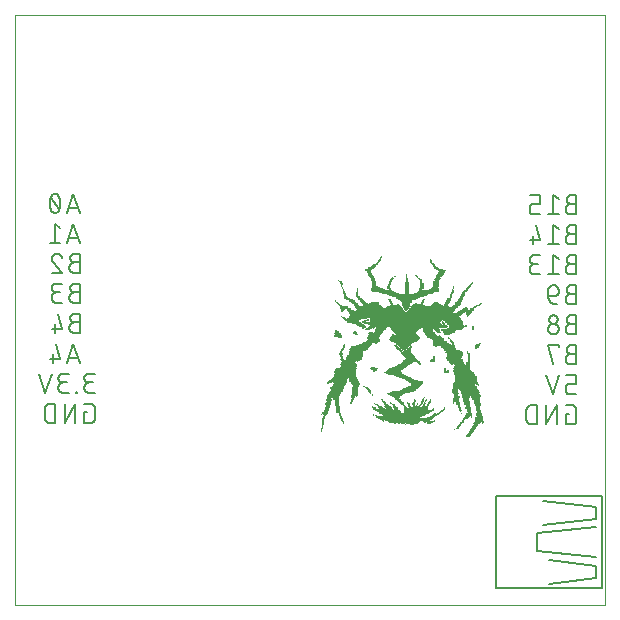
<source format=gbo>
G75*
%MOIN*%
%OFA0B0*%
%FSLAX25Y25*%
%IPPOS*%
%LPD*%
%AMOC8*
5,1,8,0,0,1.08239X$1,22.5*
%
%ADD10C,0.00000*%
%ADD11C,0.00600*%
%ADD12R,0.01100X0.00100*%
%ADD13R,0.01200X0.00100*%
%ADD14R,0.00900X0.00100*%
%ADD15R,0.01000X0.00100*%
%ADD16R,0.01400X0.00100*%
%ADD17R,0.00300X0.00100*%
%ADD18R,0.01300X0.00100*%
%ADD19R,0.00500X0.00100*%
%ADD20R,0.00700X0.00100*%
%ADD21R,0.00100X0.00100*%
%ADD22R,0.00600X0.00100*%
%ADD23R,0.00400X0.00100*%
%ADD24R,0.01700X0.00100*%
%ADD25R,0.02000X0.00100*%
%ADD26R,0.00200X0.00100*%
%ADD27R,0.01800X0.00100*%
%ADD28R,0.04000X0.00100*%
%ADD29R,0.01500X0.00100*%
%ADD30R,0.06200X0.00100*%
%ADD31R,0.10300X0.00100*%
%ADD32R,0.02900X0.00100*%
%ADD33R,0.02600X0.00100*%
%ADD34R,0.10900X0.00100*%
%ADD35R,0.02700X0.00100*%
%ADD36R,0.15000X0.00100*%
%ADD37R,0.16900X0.00100*%
%ADD38R,0.17300X0.00100*%
%ADD39R,0.18000X0.00100*%
%ADD40R,0.00800X0.00100*%
%ADD41R,0.02500X0.00100*%
%ADD42R,0.02200X0.00100*%
%ADD43R,0.13900X0.00100*%
%ADD44R,0.01600X0.00100*%
%ADD45R,0.14400X0.00100*%
%ADD46R,0.13700X0.00100*%
%ADD47R,0.01900X0.00100*%
%ADD48R,0.13500X0.00100*%
%ADD49R,0.02100X0.00100*%
%ADD50R,0.14000X0.00100*%
%ADD51R,0.14800X0.00100*%
%ADD52R,0.15600X0.00100*%
%ADD53R,0.08500X0.00100*%
%ADD54R,0.07700X0.00100*%
%ADD55R,0.08900X0.00100*%
%ADD56R,0.07300X0.00100*%
%ADD57R,0.08700X0.00100*%
%ADD58R,0.05900X0.00100*%
%ADD59R,0.09200X0.00100*%
%ADD60R,0.07400X0.00100*%
%ADD61R,0.06100X0.00100*%
%ADD62R,0.06000X0.00100*%
%ADD63R,0.06300X0.00100*%
%ADD64R,0.02400X0.00100*%
%ADD65R,0.03000X0.00100*%
%ADD66R,0.03100X0.00100*%
%ADD67R,0.03700X0.00100*%
%ADD68R,0.03500X0.00100*%
%ADD69R,0.05000X0.00100*%
%ADD70R,0.03900X0.00100*%
%ADD71R,0.03800X0.00100*%
%ADD72R,0.05800X0.00100*%
%ADD73R,0.03600X0.00100*%
%ADD74R,0.05100X0.00100*%
%ADD75R,0.04300X0.00100*%
%ADD76R,0.04800X0.00100*%
%ADD77R,0.04200X0.00100*%
%ADD78R,0.04500X0.00100*%
%ADD79R,0.04100X0.00100*%
%ADD80R,0.08100X0.00100*%
%ADD81R,0.04400X0.00100*%
%ADD82R,0.07800X0.00100*%
%ADD83R,0.03400X0.00100*%
%ADD84R,0.07200X0.00100*%
%ADD85R,0.03200X0.00100*%
%ADD86R,0.07900X0.00100*%
%ADD87R,0.07600X0.00100*%
%ADD88R,0.07100X0.00100*%
%ADD89R,0.02800X0.00100*%
%ADD90R,0.05500X0.00100*%
%ADD91R,0.06800X0.00100*%
%ADD92R,0.05200X0.00100*%
%ADD93R,0.04900X0.00100*%
%ADD94R,0.03300X0.00100*%
%ADD95R,0.07500X0.00100*%
%ADD96R,0.06900X0.00100*%
%ADD97R,0.06700X0.00100*%
%ADD98R,0.04700X0.00100*%
%ADD99R,0.07000X0.00100*%
%ADD100R,0.06600X0.00100*%
%ADD101R,0.05400X0.00100*%
%ADD102R,0.05700X0.00100*%
%ADD103R,0.04600X0.00100*%
%ADD104R,0.05600X0.00100*%
%ADD105R,0.05300X0.00100*%
%ADD106R,0.02300X0.00100*%
%ADD107R,0.08400X0.00100*%
%ADD108R,0.09300X0.00100*%
%ADD109R,0.10200X0.00100*%
%ADD110R,0.09800X0.00100*%
%ADD111R,0.08800X0.00100*%
%ADD112R,0.09000X0.00100*%
%ADD113R,0.09500X0.00100*%
%ADD114R,0.16200X0.00100*%
%ADD115R,0.20100X0.00100*%
%ADD116R,0.25300X0.00100*%
%ADD117R,0.24100X0.00100*%
%ADD118R,0.24400X0.00100*%
%ADD119R,0.24800X0.00100*%
%ADD120R,0.25000X0.00100*%
%ADD121R,0.25500X0.00100*%
%ADD122R,0.23400X0.00100*%
%ADD123R,0.23800X0.00100*%
%ADD124R,0.29800X0.00100*%
%ADD125R,0.30000X0.00100*%
%ADD126R,0.29700X0.00100*%
%ADD127R,0.36600X0.00100*%
%ADD128R,0.36500X0.00100*%
%ADD129R,0.37200X0.00100*%
%ADD130R,0.37400X0.00100*%
%ADD131R,0.37900X0.00100*%
%ADD132R,0.34900X0.00100*%
%ADD133R,0.18900X0.00100*%
%ADD134R,0.15500X0.00100*%
%ADD135R,0.15300X0.00100*%
%ADD136R,0.15700X0.00100*%
%ADD137R,0.12600X0.00100*%
%ADD138R,0.08200X0.00100*%
%ADD139R,0.10600X0.00100*%
%ADD140R,0.11600X0.00100*%
%ADD141R,0.12800X0.00100*%
%ADD142C,0.00500*%
D10*
X0007500Y0002833D02*
X0007500Y0199684D01*
X0204350Y0199684D01*
X0204350Y0002833D01*
X0007500Y0002833D01*
D11*
X0019294Y0063633D02*
X0021071Y0063633D01*
X0021071Y0070033D01*
X0019294Y0070033D01*
X0019294Y0070034D02*
X0019212Y0070032D01*
X0019130Y0070026D01*
X0019048Y0070017D01*
X0018967Y0070004D01*
X0018887Y0069987D01*
X0018807Y0069966D01*
X0018729Y0069942D01*
X0018652Y0069914D01*
X0018576Y0069883D01*
X0018501Y0069848D01*
X0018429Y0069809D01*
X0018358Y0069768D01*
X0018289Y0069723D01*
X0018223Y0069675D01*
X0018158Y0069624D01*
X0018096Y0069570D01*
X0018037Y0069513D01*
X0017980Y0069454D01*
X0017926Y0069392D01*
X0017875Y0069327D01*
X0017827Y0069261D01*
X0017782Y0069192D01*
X0017741Y0069121D01*
X0017702Y0069049D01*
X0017667Y0068974D01*
X0017636Y0068898D01*
X0017608Y0068821D01*
X0017584Y0068743D01*
X0017563Y0068663D01*
X0017546Y0068583D01*
X0017533Y0068502D01*
X0017524Y0068420D01*
X0017518Y0068338D01*
X0017516Y0068256D01*
X0017516Y0065411D01*
X0017518Y0065329D01*
X0017524Y0065247D01*
X0017533Y0065165D01*
X0017546Y0065084D01*
X0017563Y0065004D01*
X0017584Y0064924D01*
X0017608Y0064846D01*
X0017636Y0064769D01*
X0017667Y0064693D01*
X0017702Y0064618D01*
X0017741Y0064546D01*
X0017782Y0064475D01*
X0017827Y0064406D01*
X0017875Y0064340D01*
X0017926Y0064275D01*
X0017980Y0064213D01*
X0018037Y0064154D01*
X0018096Y0064097D01*
X0018158Y0064043D01*
X0018223Y0063992D01*
X0018289Y0063944D01*
X0018358Y0063899D01*
X0018429Y0063858D01*
X0018501Y0063819D01*
X0018576Y0063784D01*
X0018652Y0063753D01*
X0018729Y0063725D01*
X0018807Y0063701D01*
X0018887Y0063680D01*
X0018967Y0063663D01*
X0019048Y0063650D01*
X0019130Y0063641D01*
X0019212Y0063635D01*
X0019294Y0063633D01*
X0024080Y0063633D02*
X0024080Y0070033D01*
X0027636Y0070033D02*
X0024080Y0063633D01*
X0027636Y0063633D02*
X0027636Y0070033D01*
X0030644Y0070033D02*
X0032778Y0070033D01*
X0032852Y0070031D01*
X0032927Y0070025D01*
X0033000Y0070015D01*
X0033074Y0070002D01*
X0033146Y0069985D01*
X0033217Y0069963D01*
X0033288Y0069939D01*
X0033356Y0069910D01*
X0033424Y0069878D01*
X0033489Y0069842D01*
X0033552Y0069804D01*
X0033614Y0069761D01*
X0033673Y0069716D01*
X0033730Y0069668D01*
X0033784Y0069617D01*
X0033835Y0069563D01*
X0033883Y0069506D01*
X0033928Y0069447D01*
X0033971Y0069385D01*
X0034009Y0069322D01*
X0034045Y0069257D01*
X0034077Y0069189D01*
X0034106Y0069121D01*
X0034130Y0069050D01*
X0034152Y0068979D01*
X0034169Y0068907D01*
X0034182Y0068833D01*
X0034192Y0068760D01*
X0034198Y0068685D01*
X0034200Y0068611D01*
X0034200Y0065056D01*
X0034198Y0064982D01*
X0034192Y0064907D01*
X0034182Y0064834D01*
X0034169Y0064760D01*
X0034152Y0064688D01*
X0034130Y0064617D01*
X0034106Y0064546D01*
X0034077Y0064478D01*
X0034045Y0064410D01*
X0034009Y0064345D01*
X0033971Y0064282D01*
X0033928Y0064220D01*
X0033883Y0064161D01*
X0033835Y0064104D01*
X0033784Y0064050D01*
X0033730Y0063999D01*
X0033673Y0063951D01*
X0033614Y0063906D01*
X0033552Y0063863D01*
X0033489Y0063825D01*
X0033424Y0063789D01*
X0033356Y0063757D01*
X0033288Y0063728D01*
X0033217Y0063704D01*
X0033146Y0063682D01*
X0033074Y0063665D01*
X0033000Y0063652D01*
X0032927Y0063642D01*
X0032852Y0063636D01*
X0032778Y0063634D01*
X0032778Y0063633D02*
X0030644Y0063633D01*
X0030644Y0067189D01*
X0031711Y0067189D01*
X0032422Y0073633D02*
X0034200Y0073633D01*
X0032422Y0073633D02*
X0032339Y0073635D01*
X0032256Y0073641D01*
X0032173Y0073651D01*
X0032090Y0073664D01*
X0032009Y0073682D01*
X0031928Y0073703D01*
X0031849Y0073728D01*
X0031771Y0073757D01*
X0031694Y0073789D01*
X0031619Y0073825D01*
X0031545Y0073864D01*
X0031474Y0073907D01*
X0031404Y0073953D01*
X0031337Y0074003D01*
X0031272Y0074055D01*
X0031210Y0074110D01*
X0031150Y0074169D01*
X0031093Y0074230D01*
X0031039Y0074293D01*
X0030988Y0074359D01*
X0030941Y0074428D01*
X0030896Y0074498D01*
X0030855Y0074571D01*
X0030818Y0074645D01*
X0030783Y0074721D01*
X0030753Y0074799D01*
X0030726Y0074877D01*
X0030703Y0074958D01*
X0030683Y0075039D01*
X0030668Y0075121D01*
X0030656Y0075203D01*
X0030648Y0075286D01*
X0030644Y0075369D01*
X0030644Y0075453D01*
X0030648Y0075536D01*
X0030656Y0075619D01*
X0030668Y0075701D01*
X0030683Y0075783D01*
X0030703Y0075864D01*
X0030726Y0075945D01*
X0030753Y0076023D01*
X0030783Y0076101D01*
X0030818Y0076177D01*
X0030855Y0076251D01*
X0030896Y0076324D01*
X0030941Y0076394D01*
X0030988Y0076463D01*
X0031039Y0076529D01*
X0031093Y0076592D01*
X0031150Y0076653D01*
X0031210Y0076712D01*
X0031272Y0076767D01*
X0031337Y0076819D01*
X0031404Y0076869D01*
X0031474Y0076915D01*
X0031545Y0076958D01*
X0031619Y0076997D01*
X0031694Y0077033D01*
X0031771Y0077065D01*
X0031849Y0077094D01*
X0031928Y0077119D01*
X0032009Y0077140D01*
X0032090Y0077158D01*
X0032173Y0077171D01*
X0032256Y0077181D01*
X0032339Y0077187D01*
X0032422Y0077189D01*
X0032067Y0077189D02*
X0033489Y0077189D01*
X0032067Y0077189D02*
X0031993Y0077191D01*
X0031918Y0077197D01*
X0031845Y0077207D01*
X0031771Y0077220D01*
X0031699Y0077237D01*
X0031628Y0077259D01*
X0031557Y0077283D01*
X0031489Y0077312D01*
X0031421Y0077344D01*
X0031356Y0077380D01*
X0031293Y0077418D01*
X0031231Y0077461D01*
X0031172Y0077506D01*
X0031115Y0077554D01*
X0031061Y0077605D01*
X0031010Y0077659D01*
X0030962Y0077716D01*
X0030917Y0077775D01*
X0030874Y0077837D01*
X0030836Y0077900D01*
X0030800Y0077965D01*
X0030768Y0078033D01*
X0030739Y0078101D01*
X0030715Y0078172D01*
X0030693Y0078243D01*
X0030676Y0078315D01*
X0030663Y0078389D01*
X0030653Y0078462D01*
X0030647Y0078537D01*
X0030645Y0078611D01*
X0030647Y0078685D01*
X0030653Y0078760D01*
X0030663Y0078833D01*
X0030676Y0078907D01*
X0030693Y0078979D01*
X0030715Y0079050D01*
X0030739Y0079121D01*
X0030768Y0079189D01*
X0030800Y0079257D01*
X0030836Y0079322D01*
X0030874Y0079385D01*
X0030917Y0079447D01*
X0030962Y0079506D01*
X0031010Y0079563D01*
X0031061Y0079617D01*
X0031115Y0079668D01*
X0031172Y0079716D01*
X0031231Y0079761D01*
X0031293Y0079804D01*
X0031356Y0079842D01*
X0031421Y0079878D01*
X0031489Y0079910D01*
X0031557Y0079939D01*
X0031628Y0079963D01*
X0031699Y0079985D01*
X0031771Y0080002D01*
X0031845Y0080015D01*
X0031918Y0080025D01*
X0031993Y0080031D01*
X0032067Y0080033D01*
X0034200Y0080033D01*
X0029200Y0083633D02*
X0027067Y0090033D01*
X0024933Y0083633D01*
X0025467Y0085233D02*
X0028667Y0085233D01*
X0022690Y0085056D02*
X0019135Y0085056D01*
X0020202Y0086478D02*
X0020202Y0083633D01*
X0022690Y0085056D02*
X0021268Y0090033D01*
X0020845Y0093633D02*
X0020845Y0096478D01*
X0019779Y0095056D02*
X0023334Y0095056D01*
X0021912Y0100033D01*
X0021556Y0103633D02*
X0023334Y0103633D01*
X0021556Y0103633D02*
X0021473Y0103635D01*
X0021390Y0103641D01*
X0021307Y0103651D01*
X0021224Y0103664D01*
X0021143Y0103682D01*
X0021062Y0103703D01*
X0020983Y0103728D01*
X0020905Y0103757D01*
X0020828Y0103789D01*
X0020753Y0103825D01*
X0020679Y0103864D01*
X0020608Y0103907D01*
X0020538Y0103953D01*
X0020471Y0104003D01*
X0020406Y0104055D01*
X0020344Y0104110D01*
X0020284Y0104169D01*
X0020227Y0104230D01*
X0020173Y0104293D01*
X0020122Y0104359D01*
X0020075Y0104428D01*
X0020030Y0104498D01*
X0019989Y0104571D01*
X0019952Y0104645D01*
X0019917Y0104721D01*
X0019887Y0104799D01*
X0019860Y0104877D01*
X0019837Y0104958D01*
X0019817Y0105039D01*
X0019802Y0105121D01*
X0019790Y0105203D01*
X0019782Y0105286D01*
X0019778Y0105369D01*
X0019778Y0105453D01*
X0019782Y0105536D01*
X0019790Y0105619D01*
X0019802Y0105701D01*
X0019817Y0105783D01*
X0019837Y0105864D01*
X0019860Y0105945D01*
X0019887Y0106023D01*
X0019917Y0106101D01*
X0019952Y0106177D01*
X0019989Y0106251D01*
X0020030Y0106324D01*
X0020075Y0106394D01*
X0020122Y0106463D01*
X0020173Y0106529D01*
X0020227Y0106592D01*
X0020284Y0106653D01*
X0020344Y0106712D01*
X0020406Y0106767D01*
X0020471Y0106819D01*
X0020538Y0106869D01*
X0020608Y0106915D01*
X0020679Y0106958D01*
X0020753Y0106997D01*
X0020828Y0107033D01*
X0020905Y0107065D01*
X0020983Y0107094D01*
X0021062Y0107119D01*
X0021143Y0107140D01*
X0021224Y0107158D01*
X0021307Y0107171D01*
X0021390Y0107181D01*
X0021473Y0107187D01*
X0021556Y0107189D01*
X0021201Y0107189D02*
X0022623Y0107189D01*
X0021201Y0107189D02*
X0021127Y0107191D01*
X0021052Y0107197D01*
X0020979Y0107207D01*
X0020905Y0107220D01*
X0020833Y0107237D01*
X0020762Y0107259D01*
X0020691Y0107283D01*
X0020623Y0107312D01*
X0020555Y0107344D01*
X0020490Y0107380D01*
X0020427Y0107418D01*
X0020365Y0107461D01*
X0020306Y0107506D01*
X0020249Y0107554D01*
X0020195Y0107605D01*
X0020144Y0107659D01*
X0020096Y0107716D01*
X0020051Y0107775D01*
X0020008Y0107837D01*
X0019970Y0107900D01*
X0019934Y0107965D01*
X0019902Y0108033D01*
X0019873Y0108101D01*
X0019849Y0108172D01*
X0019827Y0108243D01*
X0019810Y0108315D01*
X0019797Y0108389D01*
X0019787Y0108462D01*
X0019781Y0108537D01*
X0019779Y0108611D01*
X0019781Y0108685D01*
X0019787Y0108760D01*
X0019797Y0108833D01*
X0019810Y0108907D01*
X0019827Y0108979D01*
X0019849Y0109050D01*
X0019873Y0109121D01*
X0019902Y0109189D01*
X0019934Y0109257D01*
X0019970Y0109322D01*
X0020008Y0109385D01*
X0020051Y0109447D01*
X0020096Y0109506D01*
X0020144Y0109563D01*
X0020195Y0109617D01*
X0020249Y0109668D01*
X0020306Y0109716D01*
X0020365Y0109761D01*
X0020427Y0109804D01*
X0020490Y0109842D01*
X0020555Y0109878D01*
X0020623Y0109910D01*
X0020691Y0109939D01*
X0020762Y0109963D01*
X0020833Y0109985D01*
X0020905Y0110002D01*
X0020979Y0110015D01*
X0021052Y0110025D01*
X0021127Y0110031D01*
X0021201Y0110033D01*
X0023334Y0110033D01*
X0023334Y0113633D02*
X0019779Y0113633D01*
X0023334Y0113633D02*
X0020312Y0117189D01*
X0021379Y0120034D02*
X0021468Y0120032D01*
X0021557Y0120026D01*
X0021646Y0120017D01*
X0021734Y0120003D01*
X0021821Y0119986D01*
X0021908Y0119965D01*
X0021994Y0119940D01*
X0022078Y0119912D01*
X0022161Y0119879D01*
X0022243Y0119844D01*
X0022323Y0119804D01*
X0022401Y0119762D01*
X0022478Y0119716D01*
X0022552Y0119667D01*
X0022624Y0119614D01*
X0022694Y0119559D01*
X0022761Y0119500D01*
X0022826Y0119439D01*
X0022888Y0119375D01*
X0022947Y0119308D01*
X0023003Y0119239D01*
X0023056Y0119167D01*
X0023106Y0119093D01*
X0023153Y0119017D01*
X0023196Y0118940D01*
X0023236Y0118860D01*
X0023273Y0118778D01*
X0023306Y0118696D01*
X0023335Y0118611D01*
X0020311Y0117188D02*
X0020254Y0117246D01*
X0020198Y0117307D01*
X0020146Y0117370D01*
X0020097Y0117435D01*
X0020051Y0117503D01*
X0020009Y0117573D01*
X0019969Y0117645D01*
X0019934Y0117718D01*
X0019901Y0117794D01*
X0019873Y0117870D01*
X0019848Y0117948D01*
X0019827Y0118027D01*
X0019809Y0118107D01*
X0019796Y0118188D01*
X0019786Y0118269D01*
X0019780Y0118351D01*
X0019778Y0118433D01*
X0019779Y0118433D02*
X0019781Y0118512D01*
X0019787Y0118590D01*
X0019796Y0118668D01*
X0019810Y0118745D01*
X0019827Y0118822D01*
X0019848Y0118897D01*
X0019873Y0118972D01*
X0019901Y0119045D01*
X0019933Y0119117D01*
X0019968Y0119187D01*
X0020007Y0119256D01*
X0020049Y0119322D01*
X0020094Y0119386D01*
X0020142Y0119448D01*
X0020193Y0119507D01*
X0020248Y0119564D01*
X0020305Y0119619D01*
X0020364Y0119670D01*
X0020426Y0119718D01*
X0020490Y0119763D01*
X0020556Y0119805D01*
X0020625Y0119844D01*
X0020695Y0119879D01*
X0020767Y0119911D01*
X0020840Y0119939D01*
X0020915Y0119964D01*
X0020990Y0119985D01*
X0021067Y0120002D01*
X0021144Y0120016D01*
X0021222Y0120025D01*
X0021300Y0120031D01*
X0021379Y0120033D01*
X0020913Y0123633D02*
X0020913Y0130033D01*
X0022690Y0128611D01*
X0025467Y0125233D02*
X0028667Y0125233D01*
X0029200Y0123633D02*
X0027067Y0130033D01*
X0024933Y0123633D01*
X0022690Y0123633D02*
X0019135Y0123633D01*
X0027422Y0120033D02*
X0029200Y0120033D01*
X0029200Y0113633D01*
X0027422Y0113633D01*
X0027339Y0113635D01*
X0027256Y0113641D01*
X0027173Y0113651D01*
X0027090Y0113664D01*
X0027009Y0113682D01*
X0026928Y0113703D01*
X0026849Y0113728D01*
X0026771Y0113757D01*
X0026694Y0113789D01*
X0026619Y0113825D01*
X0026545Y0113864D01*
X0026474Y0113907D01*
X0026404Y0113953D01*
X0026337Y0114003D01*
X0026272Y0114055D01*
X0026210Y0114110D01*
X0026150Y0114169D01*
X0026093Y0114230D01*
X0026039Y0114293D01*
X0025988Y0114359D01*
X0025941Y0114428D01*
X0025896Y0114498D01*
X0025855Y0114571D01*
X0025818Y0114645D01*
X0025783Y0114721D01*
X0025753Y0114799D01*
X0025726Y0114877D01*
X0025703Y0114958D01*
X0025683Y0115039D01*
X0025668Y0115121D01*
X0025656Y0115203D01*
X0025648Y0115286D01*
X0025644Y0115369D01*
X0025644Y0115453D01*
X0025648Y0115536D01*
X0025656Y0115619D01*
X0025668Y0115701D01*
X0025683Y0115783D01*
X0025703Y0115864D01*
X0025726Y0115945D01*
X0025753Y0116023D01*
X0025783Y0116101D01*
X0025818Y0116177D01*
X0025855Y0116251D01*
X0025896Y0116324D01*
X0025941Y0116394D01*
X0025988Y0116463D01*
X0026039Y0116529D01*
X0026093Y0116592D01*
X0026150Y0116653D01*
X0026210Y0116712D01*
X0026272Y0116767D01*
X0026337Y0116819D01*
X0026404Y0116869D01*
X0026474Y0116915D01*
X0026545Y0116958D01*
X0026619Y0116997D01*
X0026694Y0117033D01*
X0026771Y0117065D01*
X0026849Y0117094D01*
X0026928Y0117119D01*
X0027009Y0117140D01*
X0027090Y0117158D01*
X0027173Y0117171D01*
X0027256Y0117181D01*
X0027339Y0117187D01*
X0027422Y0117189D01*
X0029200Y0117189D01*
X0027422Y0117189D02*
X0027348Y0117191D01*
X0027273Y0117197D01*
X0027200Y0117207D01*
X0027126Y0117220D01*
X0027054Y0117237D01*
X0026983Y0117259D01*
X0026912Y0117283D01*
X0026844Y0117312D01*
X0026776Y0117344D01*
X0026711Y0117380D01*
X0026648Y0117418D01*
X0026586Y0117461D01*
X0026527Y0117506D01*
X0026470Y0117554D01*
X0026416Y0117605D01*
X0026365Y0117659D01*
X0026317Y0117716D01*
X0026272Y0117775D01*
X0026229Y0117837D01*
X0026191Y0117900D01*
X0026155Y0117965D01*
X0026123Y0118033D01*
X0026094Y0118101D01*
X0026070Y0118172D01*
X0026048Y0118243D01*
X0026031Y0118315D01*
X0026018Y0118389D01*
X0026008Y0118462D01*
X0026002Y0118537D01*
X0026000Y0118611D01*
X0026002Y0118685D01*
X0026008Y0118760D01*
X0026018Y0118833D01*
X0026031Y0118907D01*
X0026048Y0118979D01*
X0026070Y0119050D01*
X0026094Y0119121D01*
X0026123Y0119189D01*
X0026155Y0119257D01*
X0026191Y0119322D01*
X0026229Y0119385D01*
X0026272Y0119447D01*
X0026317Y0119506D01*
X0026365Y0119563D01*
X0026416Y0119617D01*
X0026470Y0119668D01*
X0026527Y0119716D01*
X0026586Y0119761D01*
X0026648Y0119804D01*
X0026711Y0119842D01*
X0026776Y0119878D01*
X0026844Y0119910D01*
X0026912Y0119939D01*
X0026983Y0119963D01*
X0027054Y0119985D01*
X0027126Y0120002D01*
X0027200Y0120015D01*
X0027273Y0120025D01*
X0027348Y0120031D01*
X0027422Y0120033D01*
X0027422Y0110033D02*
X0029200Y0110033D01*
X0029200Y0103633D01*
X0027422Y0103633D01*
X0027339Y0103635D01*
X0027256Y0103641D01*
X0027173Y0103651D01*
X0027090Y0103664D01*
X0027009Y0103682D01*
X0026928Y0103703D01*
X0026849Y0103728D01*
X0026771Y0103757D01*
X0026694Y0103789D01*
X0026619Y0103825D01*
X0026545Y0103864D01*
X0026474Y0103907D01*
X0026404Y0103953D01*
X0026337Y0104003D01*
X0026272Y0104055D01*
X0026210Y0104110D01*
X0026150Y0104169D01*
X0026093Y0104230D01*
X0026039Y0104293D01*
X0025988Y0104359D01*
X0025941Y0104428D01*
X0025896Y0104498D01*
X0025855Y0104571D01*
X0025818Y0104645D01*
X0025783Y0104721D01*
X0025753Y0104799D01*
X0025726Y0104877D01*
X0025703Y0104958D01*
X0025683Y0105039D01*
X0025668Y0105121D01*
X0025656Y0105203D01*
X0025648Y0105286D01*
X0025644Y0105369D01*
X0025644Y0105453D01*
X0025648Y0105536D01*
X0025656Y0105619D01*
X0025668Y0105701D01*
X0025683Y0105783D01*
X0025703Y0105864D01*
X0025726Y0105945D01*
X0025753Y0106023D01*
X0025783Y0106101D01*
X0025818Y0106177D01*
X0025855Y0106251D01*
X0025896Y0106324D01*
X0025941Y0106394D01*
X0025988Y0106463D01*
X0026039Y0106529D01*
X0026093Y0106592D01*
X0026150Y0106653D01*
X0026210Y0106712D01*
X0026272Y0106767D01*
X0026337Y0106819D01*
X0026404Y0106869D01*
X0026474Y0106915D01*
X0026545Y0106958D01*
X0026619Y0106997D01*
X0026694Y0107033D01*
X0026771Y0107065D01*
X0026849Y0107094D01*
X0026928Y0107119D01*
X0027009Y0107140D01*
X0027090Y0107158D01*
X0027173Y0107171D01*
X0027256Y0107181D01*
X0027339Y0107187D01*
X0027422Y0107189D01*
X0029200Y0107189D01*
X0027422Y0107189D02*
X0027348Y0107191D01*
X0027273Y0107197D01*
X0027200Y0107207D01*
X0027126Y0107220D01*
X0027054Y0107237D01*
X0026983Y0107259D01*
X0026912Y0107283D01*
X0026844Y0107312D01*
X0026776Y0107344D01*
X0026711Y0107380D01*
X0026648Y0107418D01*
X0026586Y0107461D01*
X0026527Y0107506D01*
X0026470Y0107554D01*
X0026416Y0107605D01*
X0026365Y0107659D01*
X0026317Y0107716D01*
X0026272Y0107775D01*
X0026229Y0107837D01*
X0026191Y0107900D01*
X0026155Y0107965D01*
X0026123Y0108033D01*
X0026094Y0108101D01*
X0026070Y0108172D01*
X0026048Y0108243D01*
X0026031Y0108315D01*
X0026018Y0108389D01*
X0026008Y0108462D01*
X0026002Y0108537D01*
X0026000Y0108611D01*
X0026002Y0108685D01*
X0026008Y0108760D01*
X0026018Y0108833D01*
X0026031Y0108907D01*
X0026048Y0108979D01*
X0026070Y0109050D01*
X0026094Y0109121D01*
X0026123Y0109189D01*
X0026155Y0109257D01*
X0026191Y0109322D01*
X0026229Y0109385D01*
X0026272Y0109447D01*
X0026317Y0109506D01*
X0026365Y0109563D01*
X0026416Y0109617D01*
X0026470Y0109668D01*
X0026527Y0109716D01*
X0026586Y0109761D01*
X0026648Y0109804D01*
X0026711Y0109842D01*
X0026776Y0109878D01*
X0026844Y0109910D01*
X0026912Y0109939D01*
X0026983Y0109963D01*
X0027054Y0109985D01*
X0027126Y0110002D01*
X0027200Y0110015D01*
X0027273Y0110025D01*
X0027348Y0110031D01*
X0027422Y0110033D01*
X0027422Y0100033D02*
X0029200Y0100033D01*
X0029200Y0093633D01*
X0027422Y0093633D01*
X0027339Y0093635D01*
X0027256Y0093641D01*
X0027173Y0093651D01*
X0027090Y0093664D01*
X0027009Y0093682D01*
X0026928Y0093703D01*
X0026849Y0093728D01*
X0026771Y0093757D01*
X0026694Y0093789D01*
X0026619Y0093825D01*
X0026545Y0093864D01*
X0026474Y0093907D01*
X0026404Y0093953D01*
X0026337Y0094003D01*
X0026272Y0094055D01*
X0026210Y0094110D01*
X0026150Y0094169D01*
X0026093Y0094230D01*
X0026039Y0094293D01*
X0025988Y0094359D01*
X0025941Y0094428D01*
X0025896Y0094498D01*
X0025855Y0094571D01*
X0025818Y0094645D01*
X0025783Y0094721D01*
X0025753Y0094799D01*
X0025726Y0094877D01*
X0025703Y0094958D01*
X0025683Y0095039D01*
X0025668Y0095121D01*
X0025656Y0095203D01*
X0025648Y0095286D01*
X0025644Y0095369D01*
X0025644Y0095453D01*
X0025648Y0095536D01*
X0025656Y0095619D01*
X0025668Y0095701D01*
X0025683Y0095783D01*
X0025703Y0095864D01*
X0025726Y0095945D01*
X0025753Y0096023D01*
X0025783Y0096101D01*
X0025818Y0096177D01*
X0025855Y0096251D01*
X0025896Y0096324D01*
X0025941Y0096394D01*
X0025988Y0096463D01*
X0026039Y0096529D01*
X0026093Y0096592D01*
X0026150Y0096653D01*
X0026210Y0096712D01*
X0026272Y0096767D01*
X0026337Y0096819D01*
X0026404Y0096869D01*
X0026474Y0096915D01*
X0026545Y0096958D01*
X0026619Y0096997D01*
X0026694Y0097033D01*
X0026771Y0097065D01*
X0026849Y0097094D01*
X0026928Y0097119D01*
X0027009Y0097140D01*
X0027090Y0097158D01*
X0027173Y0097171D01*
X0027256Y0097181D01*
X0027339Y0097187D01*
X0027422Y0097189D01*
X0029200Y0097189D01*
X0027422Y0097189D02*
X0027348Y0097191D01*
X0027273Y0097197D01*
X0027200Y0097207D01*
X0027126Y0097220D01*
X0027054Y0097237D01*
X0026983Y0097259D01*
X0026912Y0097283D01*
X0026844Y0097312D01*
X0026776Y0097344D01*
X0026711Y0097380D01*
X0026648Y0097418D01*
X0026586Y0097461D01*
X0026527Y0097506D01*
X0026470Y0097554D01*
X0026416Y0097605D01*
X0026365Y0097659D01*
X0026317Y0097716D01*
X0026272Y0097775D01*
X0026229Y0097837D01*
X0026191Y0097900D01*
X0026155Y0097965D01*
X0026123Y0098033D01*
X0026094Y0098101D01*
X0026070Y0098172D01*
X0026048Y0098243D01*
X0026031Y0098315D01*
X0026018Y0098389D01*
X0026008Y0098462D01*
X0026002Y0098537D01*
X0026000Y0098611D01*
X0026002Y0098685D01*
X0026008Y0098760D01*
X0026018Y0098833D01*
X0026031Y0098907D01*
X0026048Y0098979D01*
X0026070Y0099050D01*
X0026094Y0099121D01*
X0026123Y0099189D01*
X0026155Y0099257D01*
X0026191Y0099322D01*
X0026229Y0099385D01*
X0026272Y0099447D01*
X0026317Y0099506D01*
X0026365Y0099563D01*
X0026416Y0099617D01*
X0026470Y0099668D01*
X0026527Y0099716D01*
X0026586Y0099761D01*
X0026648Y0099804D01*
X0026711Y0099842D01*
X0026776Y0099878D01*
X0026844Y0099910D01*
X0026912Y0099939D01*
X0026983Y0099963D01*
X0027054Y0099985D01*
X0027126Y0100002D01*
X0027200Y0100015D01*
X0027273Y0100025D01*
X0027348Y0100031D01*
X0027422Y0100033D01*
X0025584Y0080033D02*
X0023451Y0080033D01*
X0023377Y0080031D01*
X0023302Y0080025D01*
X0023229Y0080015D01*
X0023155Y0080002D01*
X0023083Y0079985D01*
X0023012Y0079963D01*
X0022941Y0079939D01*
X0022873Y0079910D01*
X0022805Y0079878D01*
X0022740Y0079842D01*
X0022677Y0079804D01*
X0022615Y0079761D01*
X0022556Y0079716D01*
X0022499Y0079668D01*
X0022445Y0079617D01*
X0022394Y0079563D01*
X0022346Y0079506D01*
X0022301Y0079447D01*
X0022258Y0079385D01*
X0022220Y0079322D01*
X0022184Y0079257D01*
X0022152Y0079189D01*
X0022123Y0079121D01*
X0022099Y0079050D01*
X0022077Y0078979D01*
X0022060Y0078907D01*
X0022047Y0078833D01*
X0022037Y0078760D01*
X0022031Y0078685D01*
X0022029Y0078611D01*
X0022031Y0078537D01*
X0022037Y0078462D01*
X0022047Y0078389D01*
X0022060Y0078315D01*
X0022077Y0078243D01*
X0022099Y0078172D01*
X0022123Y0078101D01*
X0022152Y0078033D01*
X0022184Y0077965D01*
X0022220Y0077900D01*
X0022258Y0077837D01*
X0022301Y0077775D01*
X0022346Y0077716D01*
X0022394Y0077659D01*
X0022445Y0077605D01*
X0022499Y0077554D01*
X0022556Y0077506D01*
X0022615Y0077461D01*
X0022677Y0077418D01*
X0022740Y0077380D01*
X0022805Y0077344D01*
X0022873Y0077312D01*
X0022941Y0077283D01*
X0023012Y0077259D01*
X0023083Y0077237D01*
X0023155Y0077220D01*
X0023229Y0077207D01*
X0023302Y0077197D01*
X0023377Y0077191D01*
X0023451Y0077189D01*
X0024873Y0077189D01*
X0023807Y0077189D02*
X0023724Y0077187D01*
X0023641Y0077181D01*
X0023558Y0077171D01*
X0023475Y0077158D01*
X0023394Y0077140D01*
X0023313Y0077119D01*
X0023234Y0077094D01*
X0023156Y0077065D01*
X0023079Y0077033D01*
X0023004Y0076997D01*
X0022930Y0076958D01*
X0022859Y0076915D01*
X0022789Y0076869D01*
X0022722Y0076819D01*
X0022657Y0076767D01*
X0022595Y0076712D01*
X0022535Y0076653D01*
X0022478Y0076592D01*
X0022424Y0076529D01*
X0022373Y0076463D01*
X0022326Y0076394D01*
X0022281Y0076324D01*
X0022240Y0076251D01*
X0022203Y0076177D01*
X0022168Y0076101D01*
X0022138Y0076023D01*
X0022111Y0075945D01*
X0022088Y0075864D01*
X0022068Y0075783D01*
X0022053Y0075701D01*
X0022041Y0075619D01*
X0022033Y0075536D01*
X0022029Y0075453D01*
X0022029Y0075369D01*
X0022033Y0075286D01*
X0022041Y0075203D01*
X0022053Y0075121D01*
X0022068Y0075039D01*
X0022088Y0074958D01*
X0022111Y0074877D01*
X0022138Y0074799D01*
X0022168Y0074721D01*
X0022203Y0074645D01*
X0022240Y0074571D01*
X0022281Y0074498D01*
X0022326Y0074428D01*
X0022373Y0074359D01*
X0022424Y0074293D01*
X0022478Y0074230D01*
X0022535Y0074169D01*
X0022595Y0074110D01*
X0022657Y0074055D01*
X0022722Y0074003D01*
X0022789Y0073953D01*
X0022859Y0073907D01*
X0022930Y0073864D01*
X0023004Y0073825D01*
X0023079Y0073789D01*
X0023156Y0073757D01*
X0023234Y0073728D01*
X0023313Y0073703D01*
X0023394Y0073682D01*
X0023475Y0073664D01*
X0023558Y0073651D01*
X0023641Y0073641D01*
X0023724Y0073635D01*
X0023807Y0073633D01*
X0025584Y0073633D01*
X0027937Y0073633D02*
X0028292Y0073633D01*
X0028292Y0073989D01*
X0027937Y0073989D01*
X0027937Y0073633D01*
X0017653Y0073633D02*
X0019786Y0080033D01*
X0015519Y0080033D02*
X0017653Y0073633D01*
X0024933Y0133633D02*
X0027067Y0140033D01*
X0029200Y0133633D01*
X0028667Y0135233D02*
X0025467Y0135233D01*
X0019668Y0134522D02*
X0019608Y0134649D01*
X0019552Y0134778D01*
X0019499Y0134908D01*
X0019449Y0135040D01*
X0019403Y0135173D01*
X0019361Y0135307D01*
X0019322Y0135442D01*
X0019286Y0135579D01*
X0019255Y0135716D01*
X0019227Y0135854D01*
X0019202Y0135992D01*
X0019182Y0136131D01*
X0019165Y0136271D01*
X0019152Y0136411D01*
X0019143Y0136552D01*
X0019137Y0136692D01*
X0019135Y0136833D01*
X0022690Y0136833D02*
X0022688Y0136974D01*
X0022682Y0137114D01*
X0022673Y0137255D01*
X0022660Y0137395D01*
X0022643Y0137535D01*
X0022623Y0137674D01*
X0022598Y0137812D01*
X0022570Y0137950D01*
X0022539Y0138087D01*
X0022503Y0138224D01*
X0022464Y0138359D01*
X0022422Y0138493D01*
X0022376Y0138626D01*
X0022326Y0138758D01*
X0022273Y0138888D01*
X0022217Y0139017D01*
X0022157Y0139144D01*
X0022158Y0139145D02*
X0022133Y0139211D01*
X0022105Y0139276D01*
X0022073Y0139340D01*
X0022038Y0139401D01*
X0021999Y0139461D01*
X0021958Y0139519D01*
X0021913Y0139574D01*
X0021865Y0139626D01*
X0021815Y0139676D01*
X0021762Y0139724D01*
X0021707Y0139768D01*
X0021649Y0139809D01*
X0021589Y0139847D01*
X0021527Y0139882D01*
X0021463Y0139913D01*
X0021398Y0139941D01*
X0021331Y0139966D01*
X0021264Y0139986D01*
X0021195Y0140003D01*
X0021125Y0140017D01*
X0021055Y0140026D01*
X0020984Y0140032D01*
X0020913Y0140034D01*
X0020842Y0140032D01*
X0020771Y0140026D01*
X0020701Y0140017D01*
X0020631Y0140003D01*
X0020562Y0139986D01*
X0020495Y0139966D01*
X0020428Y0139941D01*
X0020363Y0139913D01*
X0020299Y0139882D01*
X0020237Y0139847D01*
X0020177Y0139809D01*
X0020120Y0139768D01*
X0020064Y0139724D01*
X0020011Y0139676D01*
X0019961Y0139626D01*
X0019913Y0139574D01*
X0019868Y0139519D01*
X0019827Y0139461D01*
X0019788Y0139401D01*
X0019753Y0139340D01*
X0019721Y0139276D01*
X0019693Y0139211D01*
X0019668Y0139145D01*
X0019490Y0138611D02*
X0022335Y0135056D01*
X0020913Y0133633D02*
X0020842Y0133635D01*
X0020771Y0133641D01*
X0020701Y0133650D01*
X0020631Y0133664D01*
X0020562Y0133681D01*
X0020495Y0133701D01*
X0020428Y0133726D01*
X0020363Y0133754D01*
X0020299Y0133785D01*
X0020237Y0133820D01*
X0020177Y0133858D01*
X0020120Y0133899D01*
X0020064Y0133943D01*
X0020011Y0133991D01*
X0019961Y0134041D01*
X0019913Y0134093D01*
X0019868Y0134148D01*
X0019827Y0134206D01*
X0019788Y0134266D01*
X0019753Y0134327D01*
X0019721Y0134391D01*
X0019693Y0134456D01*
X0019668Y0134522D01*
X0020913Y0133633D02*
X0020984Y0133635D01*
X0021055Y0133641D01*
X0021125Y0133650D01*
X0021195Y0133664D01*
X0021264Y0133681D01*
X0021331Y0133701D01*
X0021398Y0133726D01*
X0021463Y0133754D01*
X0021527Y0133785D01*
X0021589Y0133820D01*
X0021649Y0133858D01*
X0021707Y0133899D01*
X0021762Y0133943D01*
X0021815Y0133991D01*
X0021865Y0134041D01*
X0021913Y0134093D01*
X0021958Y0134148D01*
X0021999Y0134206D01*
X0022038Y0134266D01*
X0022073Y0134327D01*
X0022105Y0134391D01*
X0022133Y0134456D01*
X0022158Y0134522D01*
X0019135Y0136833D02*
X0019137Y0136974D01*
X0019143Y0137114D01*
X0019152Y0137255D01*
X0019165Y0137395D01*
X0019182Y0137535D01*
X0019202Y0137674D01*
X0019227Y0137812D01*
X0019255Y0137950D01*
X0019286Y0138087D01*
X0019322Y0138224D01*
X0019361Y0138359D01*
X0019403Y0138493D01*
X0019449Y0138626D01*
X0019499Y0138758D01*
X0019552Y0138888D01*
X0019608Y0139017D01*
X0019668Y0139144D01*
X0022690Y0136833D02*
X0022688Y0136692D01*
X0022682Y0136552D01*
X0022673Y0136411D01*
X0022660Y0136271D01*
X0022643Y0136131D01*
X0022623Y0135992D01*
X0022598Y0135854D01*
X0022570Y0135716D01*
X0022539Y0135579D01*
X0022503Y0135442D01*
X0022464Y0135307D01*
X0022422Y0135173D01*
X0022376Y0135040D01*
X0022326Y0134908D01*
X0022273Y0134778D01*
X0022217Y0134649D01*
X0022157Y0134522D01*
X0178016Y0067756D02*
X0178016Y0064911D01*
X0178018Y0064829D01*
X0178024Y0064747D01*
X0178033Y0064665D01*
X0178046Y0064584D01*
X0178063Y0064504D01*
X0178084Y0064424D01*
X0178108Y0064346D01*
X0178136Y0064269D01*
X0178167Y0064193D01*
X0178202Y0064118D01*
X0178241Y0064046D01*
X0178282Y0063975D01*
X0178327Y0063906D01*
X0178375Y0063840D01*
X0178426Y0063775D01*
X0178480Y0063713D01*
X0178537Y0063654D01*
X0178596Y0063597D01*
X0178658Y0063543D01*
X0178723Y0063492D01*
X0178789Y0063444D01*
X0178858Y0063399D01*
X0178929Y0063358D01*
X0179001Y0063319D01*
X0179076Y0063284D01*
X0179152Y0063253D01*
X0179229Y0063225D01*
X0179307Y0063201D01*
X0179387Y0063180D01*
X0179467Y0063163D01*
X0179548Y0063150D01*
X0179630Y0063141D01*
X0179712Y0063135D01*
X0179794Y0063133D01*
X0181571Y0063133D01*
X0181571Y0069533D01*
X0179794Y0069533D01*
X0179794Y0069534D02*
X0179712Y0069532D01*
X0179630Y0069526D01*
X0179548Y0069517D01*
X0179467Y0069504D01*
X0179387Y0069487D01*
X0179307Y0069466D01*
X0179229Y0069442D01*
X0179152Y0069414D01*
X0179076Y0069383D01*
X0179001Y0069348D01*
X0178929Y0069309D01*
X0178858Y0069268D01*
X0178789Y0069223D01*
X0178723Y0069175D01*
X0178658Y0069124D01*
X0178596Y0069070D01*
X0178537Y0069013D01*
X0178480Y0068954D01*
X0178426Y0068892D01*
X0178375Y0068827D01*
X0178327Y0068761D01*
X0178282Y0068692D01*
X0178241Y0068621D01*
X0178202Y0068549D01*
X0178167Y0068474D01*
X0178136Y0068398D01*
X0178108Y0068321D01*
X0178084Y0068243D01*
X0178063Y0068163D01*
X0178046Y0068083D01*
X0178033Y0068002D01*
X0178024Y0067920D01*
X0178018Y0067838D01*
X0178016Y0067756D01*
X0184580Y0069533D02*
X0184580Y0063133D01*
X0188136Y0069533D01*
X0188136Y0063133D01*
X0191144Y0063133D02*
X0191144Y0066689D01*
X0192211Y0066689D01*
X0194700Y0068111D02*
X0194698Y0068185D01*
X0194692Y0068260D01*
X0194682Y0068333D01*
X0194669Y0068407D01*
X0194652Y0068479D01*
X0194630Y0068550D01*
X0194606Y0068621D01*
X0194577Y0068689D01*
X0194545Y0068757D01*
X0194509Y0068822D01*
X0194471Y0068885D01*
X0194428Y0068947D01*
X0194383Y0069006D01*
X0194335Y0069063D01*
X0194284Y0069117D01*
X0194230Y0069168D01*
X0194173Y0069216D01*
X0194114Y0069261D01*
X0194052Y0069304D01*
X0193989Y0069342D01*
X0193924Y0069378D01*
X0193856Y0069410D01*
X0193788Y0069439D01*
X0193717Y0069463D01*
X0193646Y0069485D01*
X0193574Y0069502D01*
X0193500Y0069515D01*
X0193427Y0069525D01*
X0193352Y0069531D01*
X0193278Y0069533D01*
X0191144Y0069533D01*
X0194700Y0068111D02*
X0194700Y0064556D01*
X0194698Y0064482D01*
X0194692Y0064407D01*
X0194682Y0064334D01*
X0194669Y0064260D01*
X0194652Y0064188D01*
X0194630Y0064117D01*
X0194606Y0064046D01*
X0194577Y0063978D01*
X0194545Y0063910D01*
X0194509Y0063845D01*
X0194471Y0063782D01*
X0194428Y0063720D01*
X0194383Y0063661D01*
X0194335Y0063604D01*
X0194284Y0063550D01*
X0194230Y0063499D01*
X0194173Y0063451D01*
X0194114Y0063406D01*
X0194052Y0063363D01*
X0193989Y0063325D01*
X0193924Y0063289D01*
X0193856Y0063257D01*
X0193788Y0063228D01*
X0193717Y0063204D01*
X0193646Y0063182D01*
X0193574Y0063165D01*
X0193500Y0063152D01*
X0193427Y0063142D01*
X0193352Y0063136D01*
X0193278Y0063134D01*
X0193278Y0063133D02*
X0191144Y0063133D01*
X0192567Y0073133D02*
X0194700Y0073133D01*
X0192567Y0073134D02*
X0192493Y0073136D01*
X0192418Y0073142D01*
X0192345Y0073152D01*
X0192271Y0073165D01*
X0192199Y0073182D01*
X0192128Y0073204D01*
X0192057Y0073228D01*
X0191989Y0073257D01*
X0191921Y0073289D01*
X0191856Y0073325D01*
X0191793Y0073363D01*
X0191731Y0073406D01*
X0191672Y0073451D01*
X0191615Y0073499D01*
X0191561Y0073550D01*
X0191510Y0073604D01*
X0191462Y0073661D01*
X0191417Y0073720D01*
X0191374Y0073782D01*
X0191336Y0073845D01*
X0191300Y0073910D01*
X0191268Y0073978D01*
X0191239Y0074046D01*
X0191215Y0074117D01*
X0191193Y0074188D01*
X0191176Y0074260D01*
X0191163Y0074334D01*
X0191153Y0074407D01*
X0191147Y0074482D01*
X0191145Y0074556D01*
X0191144Y0074556D02*
X0191144Y0075267D01*
X0191145Y0075267D02*
X0191147Y0075341D01*
X0191153Y0075416D01*
X0191163Y0075489D01*
X0191176Y0075563D01*
X0191193Y0075635D01*
X0191215Y0075706D01*
X0191239Y0075777D01*
X0191268Y0075845D01*
X0191300Y0075913D01*
X0191336Y0075978D01*
X0191374Y0076041D01*
X0191417Y0076103D01*
X0191462Y0076162D01*
X0191510Y0076219D01*
X0191561Y0076273D01*
X0191615Y0076324D01*
X0191672Y0076372D01*
X0191731Y0076417D01*
X0191793Y0076460D01*
X0191856Y0076498D01*
X0191921Y0076534D01*
X0191989Y0076566D01*
X0192057Y0076595D01*
X0192128Y0076619D01*
X0192199Y0076641D01*
X0192271Y0076658D01*
X0192345Y0076671D01*
X0192418Y0076681D01*
X0192493Y0076687D01*
X0192567Y0076689D01*
X0194700Y0076689D01*
X0194700Y0079533D01*
X0191144Y0079533D01*
X0188902Y0079533D02*
X0186768Y0073133D01*
X0184635Y0079533D01*
X0187056Y0083133D02*
X0185279Y0089533D01*
X0188834Y0089533D01*
X0188834Y0088822D01*
X0192922Y0089533D02*
X0192848Y0089531D01*
X0192773Y0089525D01*
X0192700Y0089515D01*
X0192626Y0089502D01*
X0192554Y0089485D01*
X0192483Y0089463D01*
X0192412Y0089439D01*
X0192344Y0089410D01*
X0192276Y0089378D01*
X0192211Y0089342D01*
X0192148Y0089304D01*
X0192086Y0089261D01*
X0192027Y0089216D01*
X0191970Y0089168D01*
X0191916Y0089117D01*
X0191865Y0089063D01*
X0191817Y0089006D01*
X0191772Y0088947D01*
X0191729Y0088885D01*
X0191691Y0088822D01*
X0191655Y0088757D01*
X0191623Y0088689D01*
X0191594Y0088621D01*
X0191570Y0088550D01*
X0191548Y0088479D01*
X0191531Y0088407D01*
X0191518Y0088333D01*
X0191508Y0088260D01*
X0191502Y0088185D01*
X0191500Y0088111D01*
X0191502Y0088037D01*
X0191508Y0087962D01*
X0191518Y0087889D01*
X0191531Y0087815D01*
X0191548Y0087743D01*
X0191570Y0087672D01*
X0191594Y0087601D01*
X0191623Y0087533D01*
X0191655Y0087465D01*
X0191691Y0087400D01*
X0191729Y0087337D01*
X0191772Y0087275D01*
X0191817Y0087216D01*
X0191865Y0087159D01*
X0191916Y0087105D01*
X0191970Y0087054D01*
X0192027Y0087006D01*
X0192086Y0086961D01*
X0192148Y0086918D01*
X0192211Y0086880D01*
X0192276Y0086844D01*
X0192344Y0086812D01*
X0192412Y0086783D01*
X0192483Y0086759D01*
X0192554Y0086737D01*
X0192626Y0086720D01*
X0192700Y0086707D01*
X0192773Y0086697D01*
X0192848Y0086691D01*
X0192922Y0086689D01*
X0194700Y0086689D01*
X0192922Y0086689D02*
X0192839Y0086687D01*
X0192756Y0086681D01*
X0192673Y0086671D01*
X0192590Y0086658D01*
X0192509Y0086640D01*
X0192428Y0086619D01*
X0192349Y0086594D01*
X0192271Y0086565D01*
X0192194Y0086533D01*
X0192119Y0086497D01*
X0192045Y0086458D01*
X0191974Y0086415D01*
X0191904Y0086369D01*
X0191837Y0086319D01*
X0191772Y0086267D01*
X0191710Y0086212D01*
X0191650Y0086153D01*
X0191593Y0086092D01*
X0191539Y0086029D01*
X0191488Y0085963D01*
X0191441Y0085894D01*
X0191396Y0085824D01*
X0191355Y0085751D01*
X0191318Y0085677D01*
X0191283Y0085601D01*
X0191253Y0085523D01*
X0191226Y0085445D01*
X0191203Y0085364D01*
X0191183Y0085283D01*
X0191168Y0085201D01*
X0191156Y0085119D01*
X0191148Y0085036D01*
X0191144Y0084953D01*
X0191144Y0084869D01*
X0191148Y0084786D01*
X0191156Y0084703D01*
X0191168Y0084621D01*
X0191183Y0084539D01*
X0191203Y0084458D01*
X0191226Y0084377D01*
X0191253Y0084299D01*
X0191283Y0084221D01*
X0191318Y0084145D01*
X0191355Y0084071D01*
X0191396Y0083998D01*
X0191441Y0083928D01*
X0191488Y0083859D01*
X0191539Y0083793D01*
X0191593Y0083730D01*
X0191650Y0083669D01*
X0191710Y0083610D01*
X0191772Y0083555D01*
X0191837Y0083503D01*
X0191904Y0083453D01*
X0191974Y0083407D01*
X0192045Y0083364D01*
X0192119Y0083325D01*
X0192194Y0083289D01*
X0192271Y0083257D01*
X0192349Y0083228D01*
X0192428Y0083203D01*
X0192509Y0083182D01*
X0192590Y0083164D01*
X0192673Y0083151D01*
X0192756Y0083141D01*
X0192839Y0083135D01*
X0192922Y0083133D01*
X0194700Y0083133D01*
X0194700Y0089533D01*
X0192922Y0089533D01*
X0192922Y0093133D02*
X0194700Y0093133D01*
X0194700Y0099533D01*
X0192922Y0099533D01*
X0192848Y0099531D01*
X0192773Y0099525D01*
X0192700Y0099515D01*
X0192626Y0099502D01*
X0192554Y0099485D01*
X0192483Y0099463D01*
X0192412Y0099439D01*
X0192344Y0099410D01*
X0192276Y0099378D01*
X0192211Y0099342D01*
X0192148Y0099304D01*
X0192086Y0099261D01*
X0192027Y0099216D01*
X0191970Y0099168D01*
X0191916Y0099117D01*
X0191865Y0099063D01*
X0191817Y0099006D01*
X0191772Y0098947D01*
X0191729Y0098885D01*
X0191691Y0098822D01*
X0191655Y0098757D01*
X0191623Y0098689D01*
X0191594Y0098621D01*
X0191570Y0098550D01*
X0191548Y0098479D01*
X0191531Y0098407D01*
X0191518Y0098333D01*
X0191508Y0098260D01*
X0191502Y0098185D01*
X0191500Y0098111D01*
X0191502Y0098037D01*
X0191508Y0097962D01*
X0191518Y0097889D01*
X0191531Y0097815D01*
X0191548Y0097743D01*
X0191570Y0097672D01*
X0191594Y0097601D01*
X0191623Y0097533D01*
X0191655Y0097465D01*
X0191691Y0097400D01*
X0191729Y0097337D01*
X0191772Y0097275D01*
X0191817Y0097216D01*
X0191865Y0097159D01*
X0191916Y0097105D01*
X0191970Y0097054D01*
X0192027Y0097006D01*
X0192086Y0096961D01*
X0192148Y0096918D01*
X0192211Y0096880D01*
X0192276Y0096844D01*
X0192344Y0096812D01*
X0192412Y0096783D01*
X0192483Y0096759D01*
X0192554Y0096737D01*
X0192626Y0096720D01*
X0192700Y0096707D01*
X0192773Y0096697D01*
X0192848Y0096691D01*
X0192922Y0096689D01*
X0194700Y0096689D01*
X0192922Y0096689D02*
X0192839Y0096687D01*
X0192756Y0096681D01*
X0192673Y0096671D01*
X0192590Y0096658D01*
X0192509Y0096640D01*
X0192428Y0096619D01*
X0192349Y0096594D01*
X0192271Y0096565D01*
X0192194Y0096533D01*
X0192119Y0096497D01*
X0192045Y0096458D01*
X0191974Y0096415D01*
X0191904Y0096369D01*
X0191837Y0096319D01*
X0191772Y0096267D01*
X0191710Y0096212D01*
X0191650Y0096153D01*
X0191593Y0096092D01*
X0191539Y0096029D01*
X0191488Y0095963D01*
X0191441Y0095894D01*
X0191396Y0095824D01*
X0191355Y0095751D01*
X0191318Y0095677D01*
X0191283Y0095601D01*
X0191253Y0095523D01*
X0191226Y0095445D01*
X0191203Y0095364D01*
X0191183Y0095283D01*
X0191168Y0095201D01*
X0191156Y0095119D01*
X0191148Y0095036D01*
X0191144Y0094953D01*
X0191144Y0094869D01*
X0191148Y0094786D01*
X0191156Y0094703D01*
X0191168Y0094621D01*
X0191183Y0094539D01*
X0191203Y0094458D01*
X0191226Y0094377D01*
X0191253Y0094299D01*
X0191283Y0094221D01*
X0191318Y0094145D01*
X0191355Y0094071D01*
X0191396Y0093998D01*
X0191441Y0093928D01*
X0191488Y0093859D01*
X0191539Y0093793D01*
X0191593Y0093730D01*
X0191650Y0093669D01*
X0191710Y0093610D01*
X0191772Y0093555D01*
X0191837Y0093503D01*
X0191904Y0093453D01*
X0191974Y0093407D01*
X0192045Y0093364D01*
X0192119Y0093325D01*
X0192194Y0093289D01*
X0192271Y0093257D01*
X0192349Y0093228D01*
X0192428Y0093203D01*
X0192509Y0093182D01*
X0192590Y0093164D01*
X0192673Y0093151D01*
X0192756Y0093141D01*
X0192839Y0093135D01*
X0192922Y0093133D01*
X0188834Y0094911D02*
X0188832Y0094828D01*
X0188826Y0094745D01*
X0188816Y0094662D01*
X0188803Y0094579D01*
X0188785Y0094498D01*
X0188764Y0094417D01*
X0188739Y0094338D01*
X0188710Y0094260D01*
X0188678Y0094183D01*
X0188642Y0094108D01*
X0188603Y0094034D01*
X0188560Y0093963D01*
X0188514Y0093893D01*
X0188464Y0093826D01*
X0188412Y0093761D01*
X0188357Y0093699D01*
X0188298Y0093639D01*
X0188237Y0093582D01*
X0188174Y0093528D01*
X0188108Y0093477D01*
X0188039Y0093430D01*
X0187969Y0093385D01*
X0187896Y0093344D01*
X0187822Y0093307D01*
X0187746Y0093272D01*
X0187668Y0093242D01*
X0187590Y0093215D01*
X0187509Y0093192D01*
X0187428Y0093172D01*
X0187346Y0093157D01*
X0187264Y0093145D01*
X0187181Y0093137D01*
X0187098Y0093133D01*
X0187014Y0093133D01*
X0186931Y0093137D01*
X0186848Y0093145D01*
X0186766Y0093157D01*
X0186684Y0093172D01*
X0186603Y0093192D01*
X0186522Y0093215D01*
X0186444Y0093242D01*
X0186366Y0093272D01*
X0186290Y0093307D01*
X0186216Y0093344D01*
X0186143Y0093385D01*
X0186073Y0093430D01*
X0186004Y0093477D01*
X0185938Y0093528D01*
X0185875Y0093582D01*
X0185814Y0093639D01*
X0185755Y0093699D01*
X0185700Y0093761D01*
X0185648Y0093826D01*
X0185598Y0093893D01*
X0185552Y0093963D01*
X0185509Y0094034D01*
X0185470Y0094108D01*
X0185434Y0094183D01*
X0185402Y0094260D01*
X0185373Y0094338D01*
X0185348Y0094417D01*
X0185327Y0094498D01*
X0185309Y0094579D01*
X0185296Y0094662D01*
X0185286Y0094745D01*
X0185280Y0094828D01*
X0185278Y0094911D01*
X0185280Y0094994D01*
X0185286Y0095077D01*
X0185296Y0095160D01*
X0185309Y0095243D01*
X0185327Y0095324D01*
X0185348Y0095405D01*
X0185373Y0095484D01*
X0185402Y0095562D01*
X0185434Y0095639D01*
X0185470Y0095714D01*
X0185509Y0095788D01*
X0185552Y0095859D01*
X0185598Y0095929D01*
X0185648Y0095996D01*
X0185700Y0096061D01*
X0185755Y0096123D01*
X0185814Y0096183D01*
X0185875Y0096240D01*
X0185938Y0096294D01*
X0186004Y0096345D01*
X0186073Y0096392D01*
X0186143Y0096437D01*
X0186216Y0096478D01*
X0186290Y0096515D01*
X0186366Y0096550D01*
X0186444Y0096580D01*
X0186522Y0096607D01*
X0186603Y0096630D01*
X0186684Y0096650D01*
X0186766Y0096665D01*
X0186848Y0096677D01*
X0186931Y0096685D01*
X0187014Y0096689D01*
X0187098Y0096689D01*
X0187181Y0096685D01*
X0187264Y0096677D01*
X0187346Y0096665D01*
X0187428Y0096650D01*
X0187509Y0096630D01*
X0187590Y0096607D01*
X0187668Y0096580D01*
X0187746Y0096550D01*
X0187822Y0096515D01*
X0187896Y0096478D01*
X0187969Y0096437D01*
X0188039Y0096392D01*
X0188108Y0096345D01*
X0188174Y0096294D01*
X0188237Y0096240D01*
X0188298Y0096183D01*
X0188357Y0096123D01*
X0188412Y0096061D01*
X0188464Y0095996D01*
X0188514Y0095929D01*
X0188560Y0095859D01*
X0188603Y0095788D01*
X0188642Y0095714D01*
X0188678Y0095639D01*
X0188710Y0095562D01*
X0188739Y0095484D01*
X0188764Y0095405D01*
X0188785Y0095324D01*
X0188803Y0095243D01*
X0188816Y0095160D01*
X0188826Y0095077D01*
X0188832Y0094994D01*
X0188834Y0094911D01*
X0188478Y0098111D02*
X0188476Y0098037D01*
X0188470Y0097962D01*
X0188460Y0097889D01*
X0188447Y0097815D01*
X0188430Y0097743D01*
X0188408Y0097672D01*
X0188384Y0097601D01*
X0188355Y0097533D01*
X0188323Y0097465D01*
X0188287Y0097400D01*
X0188249Y0097337D01*
X0188206Y0097275D01*
X0188161Y0097216D01*
X0188113Y0097159D01*
X0188062Y0097105D01*
X0188008Y0097054D01*
X0187951Y0097006D01*
X0187892Y0096961D01*
X0187830Y0096918D01*
X0187767Y0096880D01*
X0187702Y0096844D01*
X0187634Y0096812D01*
X0187566Y0096783D01*
X0187495Y0096759D01*
X0187424Y0096737D01*
X0187352Y0096720D01*
X0187278Y0096707D01*
X0187205Y0096697D01*
X0187130Y0096691D01*
X0187056Y0096689D01*
X0186982Y0096691D01*
X0186907Y0096697D01*
X0186834Y0096707D01*
X0186760Y0096720D01*
X0186688Y0096737D01*
X0186617Y0096759D01*
X0186546Y0096783D01*
X0186478Y0096812D01*
X0186410Y0096844D01*
X0186345Y0096880D01*
X0186282Y0096918D01*
X0186220Y0096961D01*
X0186161Y0097006D01*
X0186104Y0097054D01*
X0186050Y0097105D01*
X0185999Y0097159D01*
X0185951Y0097216D01*
X0185906Y0097275D01*
X0185863Y0097337D01*
X0185825Y0097400D01*
X0185789Y0097465D01*
X0185757Y0097533D01*
X0185728Y0097601D01*
X0185704Y0097672D01*
X0185682Y0097743D01*
X0185665Y0097815D01*
X0185652Y0097889D01*
X0185642Y0097962D01*
X0185636Y0098037D01*
X0185634Y0098111D01*
X0185636Y0098185D01*
X0185642Y0098260D01*
X0185652Y0098333D01*
X0185665Y0098407D01*
X0185682Y0098479D01*
X0185704Y0098550D01*
X0185728Y0098621D01*
X0185757Y0098689D01*
X0185789Y0098757D01*
X0185825Y0098822D01*
X0185863Y0098885D01*
X0185906Y0098947D01*
X0185951Y0099006D01*
X0185999Y0099063D01*
X0186050Y0099117D01*
X0186104Y0099168D01*
X0186161Y0099216D01*
X0186220Y0099261D01*
X0186282Y0099304D01*
X0186345Y0099342D01*
X0186410Y0099378D01*
X0186478Y0099410D01*
X0186546Y0099439D01*
X0186617Y0099463D01*
X0186688Y0099485D01*
X0186760Y0099502D01*
X0186834Y0099515D01*
X0186907Y0099525D01*
X0186982Y0099531D01*
X0187056Y0099533D01*
X0187130Y0099531D01*
X0187205Y0099525D01*
X0187278Y0099515D01*
X0187352Y0099502D01*
X0187424Y0099485D01*
X0187495Y0099463D01*
X0187566Y0099439D01*
X0187634Y0099410D01*
X0187702Y0099378D01*
X0187767Y0099342D01*
X0187830Y0099304D01*
X0187892Y0099261D01*
X0187951Y0099216D01*
X0188008Y0099168D01*
X0188062Y0099117D01*
X0188113Y0099063D01*
X0188161Y0099006D01*
X0188206Y0098947D01*
X0188249Y0098885D01*
X0188287Y0098822D01*
X0188323Y0098757D01*
X0188355Y0098689D01*
X0188384Y0098621D01*
X0188408Y0098550D01*
X0188430Y0098479D01*
X0188447Y0098407D01*
X0188460Y0098333D01*
X0188470Y0098260D01*
X0188476Y0098185D01*
X0188478Y0098111D01*
X0192922Y0103133D02*
X0194700Y0103133D01*
X0194700Y0109533D01*
X0192922Y0109533D01*
X0192848Y0109531D01*
X0192773Y0109525D01*
X0192700Y0109515D01*
X0192626Y0109502D01*
X0192554Y0109485D01*
X0192483Y0109463D01*
X0192412Y0109439D01*
X0192344Y0109410D01*
X0192276Y0109378D01*
X0192211Y0109342D01*
X0192148Y0109304D01*
X0192086Y0109261D01*
X0192027Y0109216D01*
X0191970Y0109168D01*
X0191916Y0109117D01*
X0191865Y0109063D01*
X0191817Y0109006D01*
X0191772Y0108947D01*
X0191729Y0108885D01*
X0191691Y0108822D01*
X0191655Y0108757D01*
X0191623Y0108689D01*
X0191594Y0108621D01*
X0191570Y0108550D01*
X0191548Y0108479D01*
X0191531Y0108407D01*
X0191518Y0108333D01*
X0191508Y0108260D01*
X0191502Y0108185D01*
X0191500Y0108111D01*
X0191502Y0108037D01*
X0191508Y0107962D01*
X0191518Y0107889D01*
X0191531Y0107815D01*
X0191548Y0107743D01*
X0191570Y0107672D01*
X0191594Y0107601D01*
X0191623Y0107533D01*
X0191655Y0107465D01*
X0191691Y0107400D01*
X0191729Y0107337D01*
X0191772Y0107275D01*
X0191817Y0107216D01*
X0191865Y0107159D01*
X0191916Y0107105D01*
X0191970Y0107054D01*
X0192027Y0107006D01*
X0192086Y0106961D01*
X0192148Y0106918D01*
X0192211Y0106880D01*
X0192276Y0106844D01*
X0192344Y0106812D01*
X0192412Y0106783D01*
X0192483Y0106759D01*
X0192554Y0106737D01*
X0192626Y0106720D01*
X0192700Y0106707D01*
X0192773Y0106697D01*
X0192848Y0106691D01*
X0192922Y0106689D01*
X0194700Y0106689D01*
X0192922Y0106689D02*
X0192839Y0106687D01*
X0192756Y0106681D01*
X0192673Y0106671D01*
X0192590Y0106658D01*
X0192509Y0106640D01*
X0192428Y0106619D01*
X0192349Y0106594D01*
X0192271Y0106565D01*
X0192194Y0106533D01*
X0192119Y0106497D01*
X0192045Y0106458D01*
X0191974Y0106415D01*
X0191904Y0106369D01*
X0191837Y0106319D01*
X0191772Y0106267D01*
X0191710Y0106212D01*
X0191650Y0106153D01*
X0191593Y0106092D01*
X0191539Y0106029D01*
X0191488Y0105963D01*
X0191441Y0105894D01*
X0191396Y0105824D01*
X0191355Y0105751D01*
X0191318Y0105677D01*
X0191283Y0105601D01*
X0191253Y0105523D01*
X0191226Y0105445D01*
X0191203Y0105364D01*
X0191183Y0105283D01*
X0191168Y0105201D01*
X0191156Y0105119D01*
X0191148Y0105036D01*
X0191144Y0104953D01*
X0191144Y0104869D01*
X0191148Y0104786D01*
X0191156Y0104703D01*
X0191168Y0104621D01*
X0191183Y0104539D01*
X0191203Y0104458D01*
X0191226Y0104377D01*
X0191253Y0104299D01*
X0191283Y0104221D01*
X0191318Y0104145D01*
X0191355Y0104071D01*
X0191396Y0103998D01*
X0191441Y0103928D01*
X0191488Y0103859D01*
X0191539Y0103793D01*
X0191593Y0103730D01*
X0191650Y0103669D01*
X0191710Y0103610D01*
X0191772Y0103555D01*
X0191837Y0103503D01*
X0191904Y0103453D01*
X0191974Y0103407D01*
X0192045Y0103364D01*
X0192119Y0103325D01*
X0192194Y0103289D01*
X0192271Y0103257D01*
X0192349Y0103228D01*
X0192428Y0103203D01*
X0192509Y0103182D01*
X0192590Y0103164D01*
X0192673Y0103151D01*
X0192756Y0103141D01*
X0192839Y0103135D01*
X0192922Y0103133D01*
X0188123Y0103134D02*
X0188019Y0103136D01*
X0187915Y0103142D01*
X0187812Y0103151D01*
X0187709Y0103164D01*
X0187606Y0103181D01*
X0187505Y0103202D01*
X0187404Y0103226D01*
X0187304Y0103255D01*
X0187205Y0103286D01*
X0187107Y0103322D01*
X0187011Y0103361D01*
X0186916Y0103403D01*
X0186823Y0103449D01*
X0186731Y0103498D01*
X0186641Y0103550D01*
X0186554Y0103606D01*
X0186468Y0103665D01*
X0186385Y0103727D01*
X0186304Y0103792D01*
X0186225Y0103860D01*
X0186149Y0103931D01*
X0186076Y0104004D01*
X0186005Y0104080D01*
X0185937Y0104159D01*
X0185872Y0104240D01*
X0185810Y0104323D01*
X0185751Y0104409D01*
X0185695Y0104496D01*
X0185643Y0104586D01*
X0185594Y0104678D01*
X0185548Y0104771D01*
X0185506Y0104866D01*
X0185467Y0104962D01*
X0185431Y0105060D01*
X0185400Y0105159D01*
X0185371Y0105259D01*
X0185347Y0105360D01*
X0185326Y0105461D01*
X0185309Y0105564D01*
X0185296Y0105667D01*
X0185287Y0105770D01*
X0185281Y0105874D01*
X0185279Y0105978D01*
X0185279Y0107756D01*
X0185278Y0107756D02*
X0185280Y0107839D01*
X0185286Y0107922D01*
X0185296Y0108005D01*
X0185309Y0108088D01*
X0185327Y0108169D01*
X0185348Y0108250D01*
X0185373Y0108329D01*
X0185402Y0108407D01*
X0185434Y0108484D01*
X0185470Y0108559D01*
X0185509Y0108633D01*
X0185552Y0108704D01*
X0185598Y0108774D01*
X0185648Y0108841D01*
X0185700Y0108906D01*
X0185755Y0108968D01*
X0185814Y0109028D01*
X0185875Y0109085D01*
X0185938Y0109139D01*
X0186004Y0109190D01*
X0186073Y0109237D01*
X0186143Y0109282D01*
X0186216Y0109323D01*
X0186290Y0109360D01*
X0186366Y0109395D01*
X0186444Y0109425D01*
X0186522Y0109452D01*
X0186603Y0109475D01*
X0186684Y0109495D01*
X0186766Y0109510D01*
X0186848Y0109522D01*
X0186931Y0109530D01*
X0187014Y0109534D01*
X0187098Y0109534D01*
X0187181Y0109530D01*
X0187264Y0109522D01*
X0187346Y0109510D01*
X0187428Y0109495D01*
X0187509Y0109475D01*
X0187590Y0109452D01*
X0187668Y0109425D01*
X0187746Y0109395D01*
X0187822Y0109360D01*
X0187896Y0109323D01*
X0187969Y0109282D01*
X0188039Y0109237D01*
X0188108Y0109190D01*
X0188174Y0109139D01*
X0188237Y0109085D01*
X0188298Y0109028D01*
X0188357Y0108968D01*
X0188412Y0108906D01*
X0188464Y0108841D01*
X0188514Y0108774D01*
X0188560Y0108704D01*
X0188603Y0108633D01*
X0188642Y0108559D01*
X0188678Y0108484D01*
X0188710Y0108407D01*
X0188739Y0108329D01*
X0188764Y0108250D01*
X0188785Y0108169D01*
X0188803Y0108088D01*
X0188816Y0108005D01*
X0188826Y0107922D01*
X0188832Y0107839D01*
X0188834Y0107756D01*
X0188834Y0107400D01*
X0188832Y0107326D01*
X0188826Y0107251D01*
X0188816Y0107178D01*
X0188803Y0107104D01*
X0188786Y0107032D01*
X0188764Y0106961D01*
X0188740Y0106890D01*
X0188711Y0106822D01*
X0188679Y0106754D01*
X0188643Y0106689D01*
X0188605Y0106626D01*
X0188562Y0106564D01*
X0188517Y0106505D01*
X0188469Y0106448D01*
X0188418Y0106394D01*
X0188364Y0106343D01*
X0188307Y0106295D01*
X0188248Y0106250D01*
X0188186Y0106207D01*
X0188123Y0106169D01*
X0188058Y0106133D01*
X0187990Y0106101D01*
X0187922Y0106072D01*
X0187851Y0106048D01*
X0187780Y0106026D01*
X0187708Y0106009D01*
X0187634Y0105996D01*
X0187561Y0105986D01*
X0187486Y0105980D01*
X0187412Y0105978D01*
X0185279Y0105978D01*
X0185279Y0113133D02*
X0188834Y0113133D01*
X0187056Y0113133D02*
X0187056Y0119533D01*
X0188834Y0118111D01*
X0192922Y0119533D02*
X0192848Y0119531D01*
X0192773Y0119525D01*
X0192700Y0119515D01*
X0192626Y0119502D01*
X0192554Y0119485D01*
X0192483Y0119463D01*
X0192412Y0119439D01*
X0192344Y0119410D01*
X0192276Y0119378D01*
X0192211Y0119342D01*
X0192148Y0119304D01*
X0192086Y0119261D01*
X0192027Y0119216D01*
X0191970Y0119168D01*
X0191916Y0119117D01*
X0191865Y0119063D01*
X0191817Y0119006D01*
X0191772Y0118947D01*
X0191729Y0118885D01*
X0191691Y0118822D01*
X0191655Y0118757D01*
X0191623Y0118689D01*
X0191594Y0118621D01*
X0191570Y0118550D01*
X0191548Y0118479D01*
X0191531Y0118407D01*
X0191518Y0118333D01*
X0191508Y0118260D01*
X0191502Y0118185D01*
X0191500Y0118111D01*
X0191502Y0118037D01*
X0191508Y0117962D01*
X0191518Y0117889D01*
X0191531Y0117815D01*
X0191548Y0117743D01*
X0191570Y0117672D01*
X0191594Y0117601D01*
X0191623Y0117533D01*
X0191655Y0117465D01*
X0191691Y0117400D01*
X0191729Y0117337D01*
X0191772Y0117275D01*
X0191817Y0117216D01*
X0191865Y0117159D01*
X0191916Y0117105D01*
X0191970Y0117054D01*
X0192027Y0117006D01*
X0192086Y0116961D01*
X0192148Y0116918D01*
X0192211Y0116880D01*
X0192276Y0116844D01*
X0192344Y0116812D01*
X0192412Y0116783D01*
X0192483Y0116759D01*
X0192554Y0116737D01*
X0192626Y0116720D01*
X0192700Y0116707D01*
X0192773Y0116697D01*
X0192848Y0116691D01*
X0192922Y0116689D01*
X0194700Y0116689D01*
X0192922Y0116689D02*
X0192839Y0116687D01*
X0192756Y0116681D01*
X0192673Y0116671D01*
X0192590Y0116658D01*
X0192509Y0116640D01*
X0192428Y0116619D01*
X0192349Y0116594D01*
X0192271Y0116565D01*
X0192194Y0116533D01*
X0192119Y0116497D01*
X0192045Y0116458D01*
X0191974Y0116415D01*
X0191904Y0116369D01*
X0191837Y0116319D01*
X0191772Y0116267D01*
X0191710Y0116212D01*
X0191650Y0116153D01*
X0191593Y0116092D01*
X0191539Y0116029D01*
X0191488Y0115963D01*
X0191441Y0115894D01*
X0191396Y0115824D01*
X0191355Y0115751D01*
X0191318Y0115677D01*
X0191283Y0115601D01*
X0191253Y0115523D01*
X0191226Y0115445D01*
X0191203Y0115364D01*
X0191183Y0115283D01*
X0191168Y0115201D01*
X0191156Y0115119D01*
X0191148Y0115036D01*
X0191144Y0114953D01*
X0191144Y0114869D01*
X0191148Y0114786D01*
X0191156Y0114703D01*
X0191168Y0114621D01*
X0191183Y0114539D01*
X0191203Y0114458D01*
X0191226Y0114377D01*
X0191253Y0114299D01*
X0191283Y0114221D01*
X0191318Y0114145D01*
X0191355Y0114071D01*
X0191396Y0113998D01*
X0191441Y0113928D01*
X0191488Y0113859D01*
X0191539Y0113793D01*
X0191593Y0113730D01*
X0191650Y0113669D01*
X0191710Y0113610D01*
X0191772Y0113555D01*
X0191837Y0113503D01*
X0191904Y0113453D01*
X0191974Y0113407D01*
X0192045Y0113364D01*
X0192119Y0113325D01*
X0192194Y0113289D01*
X0192271Y0113257D01*
X0192349Y0113228D01*
X0192428Y0113203D01*
X0192509Y0113182D01*
X0192590Y0113164D01*
X0192673Y0113151D01*
X0192756Y0113141D01*
X0192839Y0113135D01*
X0192922Y0113133D01*
X0194700Y0113133D01*
X0194700Y0119533D01*
X0192922Y0119533D01*
X0192922Y0123133D02*
X0194700Y0123133D01*
X0194700Y0129533D01*
X0192922Y0129533D01*
X0192848Y0129531D01*
X0192773Y0129525D01*
X0192700Y0129515D01*
X0192626Y0129502D01*
X0192554Y0129485D01*
X0192483Y0129463D01*
X0192412Y0129439D01*
X0192344Y0129410D01*
X0192276Y0129378D01*
X0192211Y0129342D01*
X0192148Y0129304D01*
X0192086Y0129261D01*
X0192027Y0129216D01*
X0191970Y0129168D01*
X0191916Y0129117D01*
X0191865Y0129063D01*
X0191817Y0129006D01*
X0191772Y0128947D01*
X0191729Y0128885D01*
X0191691Y0128822D01*
X0191655Y0128757D01*
X0191623Y0128689D01*
X0191594Y0128621D01*
X0191570Y0128550D01*
X0191548Y0128479D01*
X0191531Y0128407D01*
X0191518Y0128333D01*
X0191508Y0128260D01*
X0191502Y0128185D01*
X0191500Y0128111D01*
X0191502Y0128037D01*
X0191508Y0127962D01*
X0191518Y0127889D01*
X0191531Y0127815D01*
X0191548Y0127743D01*
X0191570Y0127672D01*
X0191594Y0127601D01*
X0191623Y0127533D01*
X0191655Y0127465D01*
X0191691Y0127400D01*
X0191729Y0127337D01*
X0191772Y0127275D01*
X0191817Y0127216D01*
X0191865Y0127159D01*
X0191916Y0127105D01*
X0191970Y0127054D01*
X0192027Y0127006D01*
X0192086Y0126961D01*
X0192148Y0126918D01*
X0192211Y0126880D01*
X0192276Y0126844D01*
X0192344Y0126812D01*
X0192412Y0126783D01*
X0192483Y0126759D01*
X0192554Y0126737D01*
X0192626Y0126720D01*
X0192700Y0126707D01*
X0192773Y0126697D01*
X0192848Y0126691D01*
X0192922Y0126689D01*
X0194700Y0126689D01*
X0192922Y0126689D02*
X0192839Y0126687D01*
X0192756Y0126681D01*
X0192673Y0126671D01*
X0192590Y0126658D01*
X0192509Y0126640D01*
X0192428Y0126619D01*
X0192349Y0126594D01*
X0192271Y0126565D01*
X0192194Y0126533D01*
X0192119Y0126497D01*
X0192045Y0126458D01*
X0191974Y0126415D01*
X0191904Y0126369D01*
X0191837Y0126319D01*
X0191772Y0126267D01*
X0191710Y0126212D01*
X0191650Y0126153D01*
X0191593Y0126092D01*
X0191539Y0126029D01*
X0191488Y0125963D01*
X0191441Y0125894D01*
X0191396Y0125824D01*
X0191355Y0125751D01*
X0191318Y0125677D01*
X0191283Y0125601D01*
X0191253Y0125523D01*
X0191226Y0125445D01*
X0191203Y0125364D01*
X0191183Y0125283D01*
X0191168Y0125201D01*
X0191156Y0125119D01*
X0191148Y0125036D01*
X0191144Y0124953D01*
X0191144Y0124869D01*
X0191148Y0124786D01*
X0191156Y0124703D01*
X0191168Y0124621D01*
X0191183Y0124539D01*
X0191203Y0124458D01*
X0191226Y0124377D01*
X0191253Y0124299D01*
X0191283Y0124221D01*
X0191318Y0124145D01*
X0191355Y0124071D01*
X0191396Y0123998D01*
X0191441Y0123928D01*
X0191488Y0123859D01*
X0191539Y0123793D01*
X0191593Y0123730D01*
X0191650Y0123669D01*
X0191710Y0123610D01*
X0191772Y0123555D01*
X0191837Y0123503D01*
X0191904Y0123453D01*
X0191974Y0123407D01*
X0192045Y0123364D01*
X0192119Y0123325D01*
X0192194Y0123289D01*
X0192271Y0123257D01*
X0192349Y0123228D01*
X0192428Y0123203D01*
X0192509Y0123182D01*
X0192590Y0123164D01*
X0192673Y0123151D01*
X0192756Y0123141D01*
X0192839Y0123135D01*
X0192922Y0123133D01*
X0188834Y0123133D02*
X0185279Y0123133D01*
X0187056Y0123133D02*
X0187056Y0129533D01*
X0188834Y0128111D01*
X0188834Y0133133D02*
X0185279Y0133133D01*
X0187056Y0133133D02*
X0187056Y0139533D01*
X0188834Y0138111D01*
X0192922Y0139533D02*
X0192848Y0139531D01*
X0192773Y0139525D01*
X0192700Y0139515D01*
X0192626Y0139502D01*
X0192554Y0139485D01*
X0192483Y0139463D01*
X0192412Y0139439D01*
X0192344Y0139410D01*
X0192276Y0139378D01*
X0192211Y0139342D01*
X0192148Y0139304D01*
X0192086Y0139261D01*
X0192027Y0139216D01*
X0191970Y0139168D01*
X0191916Y0139117D01*
X0191865Y0139063D01*
X0191817Y0139006D01*
X0191772Y0138947D01*
X0191729Y0138885D01*
X0191691Y0138822D01*
X0191655Y0138757D01*
X0191623Y0138689D01*
X0191594Y0138621D01*
X0191570Y0138550D01*
X0191548Y0138479D01*
X0191531Y0138407D01*
X0191518Y0138333D01*
X0191508Y0138260D01*
X0191502Y0138185D01*
X0191500Y0138111D01*
X0191502Y0138037D01*
X0191508Y0137962D01*
X0191518Y0137889D01*
X0191531Y0137815D01*
X0191548Y0137743D01*
X0191570Y0137672D01*
X0191594Y0137601D01*
X0191623Y0137533D01*
X0191655Y0137465D01*
X0191691Y0137400D01*
X0191729Y0137337D01*
X0191772Y0137275D01*
X0191817Y0137216D01*
X0191865Y0137159D01*
X0191916Y0137105D01*
X0191970Y0137054D01*
X0192027Y0137006D01*
X0192086Y0136961D01*
X0192148Y0136918D01*
X0192211Y0136880D01*
X0192276Y0136844D01*
X0192344Y0136812D01*
X0192412Y0136783D01*
X0192483Y0136759D01*
X0192554Y0136737D01*
X0192626Y0136720D01*
X0192700Y0136707D01*
X0192773Y0136697D01*
X0192848Y0136691D01*
X0192922Y0136689D01*
X0194700Y0136689D01*
X0192922Y0136689D02*
X0192839Y0136687D01*
X0192756Y0136681D01*
X0192673Y0136671D01*
X0192590Y0136658D01*
X0192509Y0136640D01*
X0192428Y0136619D01*
X0192349Y0136594D01*
X0192271Y0136565D01*
X0192194Y0136533D01*
X0192119Y0136497D01*
X0192045Y0136458D01*
X0191974Y0136415D01*
X0191904Y0136369D01*
X0191837Y0136319D01*
X0191772Y0136267D01*
X0191710Y0136212D01*
X0191650Y0136153D01*
X0191593Y0136092D01*
X0191539Y0136029D01*
X0191488Y0135963D01*
X0191441Y0135894D01*
X0191396Y0135824D01*
X0191355Y0135751D01*
X0191318Y0135677D01*
X0191283Y0135601D01*
X0191253Y0135523D01*
X0191226Y0135445D01*
X0191203Y0135364D01*
X0191183Y0135283D01*
X0191168Y0135201D01*
X0191156Y0135119D01*
X0191148Y0135036D01*
X0191144Y0134953D01*
X0191144Y0134869D01*
X0191148Y0134786D01*
X0191156Y0134703D01*
X0191168Y0134621D01*
X0191183Y0134539D01*
X0191203Y0134458D01*
X0191226Y0134377D01*
X0191253Y0134299D01*
X0191283Y0134221D01*
X0191318Y0134145D01*
X0191355Y0134071D01*
X0191396Y0133998D01*
X0191441Y0133928D01*
X0191488Y0133859D01*
X0191539Y0133793D01*
X0191593Y0133730D01*
X0191650Y0133669D01*
X0191710Y0133610D01*
X0191772Y0133555D01*
X0191837Y0133503D01*
X0191904Y0133453D01*
X0191974Y0133407D01*
X0192045Y0133364D01*
X0192119Y0133325D01*
X0192194Y0133289D01*
X0192271Y0133257D01*
X0192349Y0133228D01*
X0192428Y0133203D01*
X0192509Y0133182D01*
X0192590Y0133164D01*
X0192673Y0133151D01*
X0192756Y0133141D01*
X0192839Y0133135D01*
X0192922Y0133133D01*
X0194700Y0133133D01*
X0194700Y0139533D01*
X0192922Y0139533D01*
X0182680Y0139533D02*
X0182680Y0136689D01*
X0180547Y0136689D01*
X0180473Y0136687D01*
X0180398Y0136681D01*
X0180325Y0136671D01*
X0180251Y0136658D01*
X0180179Y0136641D01*
X0180108Y0136619D01*
X0180037Y0136595D01*
X0179969Y0136566D01*
X0179901Y0136534D01*
X0179836Y0136498D01*
X0179773Y0136460D01*
X0179711Y0136417D01*
X0179652Y0136372D01*
X0179595Y0136324D01*
X0179541Y0136273D01*
X0179490Y0136219D01*
X0179442Y0136162D01*
X0179397Y0136103D01*
X0179354Y0136041D01*
X0179316Y0135978D01*
X0179280Y0135913D01*
X0179248Y0135845D01*
X0179219Y0135777D01*
X0179195Y0135706D01*
X0179173Y0135635D01*
X0179156Y0135563D01*
X0179143Y0135489D01*
X0179133Y0135416D01*
X0179127Y0135341D01*
X0179125Y0135267D01*
X0179125Y0134556D01*
X0179127Y0134482D01*
X0179133Y0134407D01*
X0179143Y0134334D01*
X0179156Y0134260D01*
X0179173Y0134188D01*
X0179195Y0134117D01*
X0179219Y0134046D01*
X0179248Y0133978D01*
X0179280Y0133910D01*
X0179316Y0133845D01*
X0179354Y0133782D01*
X0179397Y0133720D01*
X0179442Y0133661D01*
X0179490Y0133604D01*
X0179541Y0133550D01*
X0179595Y0133499D01*
X0179652Y0133451D01*
X0179711Y0133406D01*
X0179773Y0133363D01*
X0179836Y0133325D01*
X0179901Y0133289D01*
X0179969Y0133257D01*
X0180037Y0133228D01*
X0180108Y0133204D01*
X0180179Y0133182D01*
X0180251Y0133165D01*
X0180325Y0133152D01*
X0180398Y0133142D01*
X0180473Y0133136D01*
X0180547Y0133134D01*
X0180547Y0133133D02*
X0182680Y0133133D01*
X0181258Y0129533D02*
X0182680Y0124556D01*
X0179125Y0124556D01*
X0180191Y0125978D02*
X0180191Y0123133D01*
X0180547Y0119533D02*
X0182680Y0119533D01*
X0180547Y0119533D02*
X0180473Y0119531D01*
X0180398Y0119525D01*
X0180325Y0119515D01*
X0180251Y0119502D01*
X0180179Y0119485D01*
X0180108Y0119463D01*
X0180037Y0119439D01*
X0179969Y0119410D01*
X0179901Y0119378D01*
X0179836Y0119342D01*
X0179773Y0119304D01*
X0179711Y0119261D01*
X0179652Y0119216D01*
X0179595Y0119168D01*
X0179541Y0119117D01*
X0179490Y0119063D01*
X0179442Y0119006D01*
X0179397Y0118947D01*
X0179354Y0118885D01*
X0179316Y0118822D01*
X0179280Y0118757D01*
X0179248Y0118689D01*
X0179219Y0118621D01*
X0179195Y0118550D01*
X0179173Y0118479D01*
X0179156Y0118407D01*
X0179143Y0118333D01*
X0179133Y0118260D01*
X0179127Y0118185D01*
X0179125Y0118111D01*
X0179127Y0118037D01*
X0179133Y0117962D01*
X0179143Y0117889D01*
X0179156Y0117815D01*
X0179173Y0117743D01*
X0179195Y0117672D01*
X0179219Y0117601D01*
X0179248Y0117533D01*
X0179280Y0117465D01*
X0179316Y0117400D01*
X0179354Y0117337D01*
X0179397Y0117275D01*
X0179442Y0117216D01*
X0179490Y0117159D01*
X0179541Y0117105D01*
X0179595Y0117054D01*
X0179652Y0117006D01*
X0179711Y0116961D01*
X0179773Y0116918D01*
X0179836Y0116880D01*
X0179901Y0116844D01*
X0179969Y0116812D01*
X0180037Y0116783D01*
X0180108Y0116759D01*
X0180179Y0116737D01*
X0180251Y0116720D01*
X0180325Y0116707D01*
X0180398Y0116697D01*
X0180473Y0116691D01*
X0180547Y0116689D01*
X0181969Y0116689D01*
X0180902Y0116689D02*
X0180819Y0116687D01*
X0180736Y0116681D01*
X0180653Y0116671D01*
X0180570Y0116658D01*
X0180489Y0116640D01*
X0180408Y0116619D01*
X0180329Y0116594D01*
X0180251Y0116565D01*
X0180174Y0116533D01*
X0180099Y0116497D01*
X0180025Y0116458D01*
X0179954Y0116415D01*
X0179884Y0116369D01*
X0179817Y0116319D01*
X0179752Y0116267D01*
X0179690Y0116212D01*
X0179630Y0116153D01*
X0179573Y0116092D01*
X0179519Y0116029D01*
X0179468Y0115963D01*
X0179421Y0115894D01*
X0179376Y0115824D01*
X0179335Y0115751D01*
X0179298Y0115677D01*
X0179263Y0115601D01*
X0179233Y0115523D01*
X0179206Y0115445D01*
X0179183Y0115364D01*
X0179163Y0115283D01*
X0179148Y0115201D01*
X0179136Y0115119D01*
X0179128Y0115036D01*
X0179124Y0114953D01*
X0179124Y0114869D01*
X0179128Y0114786D01*
X0179136Y0114703D01*
X0179148Y0114621D01*
X0179163Y0114539D01*
X0179183Y0114458D01*
X0179206Y0114377D01*
X0179233Y0114299D01*
X0179263Y0114221D01*
X0179298Y0114145D01*
X0179335Y0114071D01*
X0179376Y0113998D01*
X0179421Y0113928D01*
X0179468Y0113859D01*
X0179519Y0113793D01*
X0179573Y0113730D01*
X0179630Y0113669D01*
X0179690Y0113610D01*
X0179752Y0113555D01*
X0179817Y0113503D01*
X0179884Y0113453D01*
X0179954Y0113407D01*
X0180025Y0113364D01*
X0180099Y0113325D01*
X0180174Y0113289D01*
X0180251Y0113257D01*
X0180329Y0113228D01*
X0180408Y0113203D01*
X0180489Y0113182D01*
X0180570Y0113164D01*
X0180653Y0113151D01*
X0180736Y0113141D01*
X0180819Y0113135D01*
X0180902Y0113133D01*
X0182680Y0113133D01*
X0182680Y0139533D02*
X0179125Y0139533D01*
D12*
X0156900Y0106233D03*
X0156900Y0106133D03*
X0156900Y0106033D03*
X0156000Y0104433D03*
X0156000Y0104333D03*
X0156000Y0104233D03*
X0156000Y0104133D03*
X0156000Y0104033D03*
X0157800Y0101733D03*
X0157800Y0101633D03*
X0157800Y0101533D03*
X0158700Y0099933D03*
X0158700Y0099833D03*
X0158700Y0099733D03*
X0158700Y0099633D03*
X0158700Y0099533D03*
X0152400Y0104633D03*
X0152400Y0104733D03*
X0152400Y0104833D03*
X0151500Y0103233D03*
X0151500Y0103133D03*
X0148800Y0093733D03*
X0147000Y0084733D03*
X0138900Y0088033D03*
X0138900Y0088133D03*
X0138900Y0088233D03*
X0137100Y0088233D03*
X0137100Y0088133D03*
X0137100Y0088033D03*
X0135300Y0088333D03*
X0126300Y0093433D03*
X0126300Y0093533D03*
X0126300Y0093633D03*
X0120900Y0093633D03*
X0120900Y0093533D03*
X0120900Y0093433D03*
X0123600Y0103733D03*
X0123600Y0103833D03*
X0123600Y0103933D03*
X0122700Y0104633D03*
X0122700Y0104733D03*
X0122700Y0104833D03*
X0121800Y0105533D03*
X0121800Y0105633D03*
X0121800Y0105733D03*
X0127200Y0110333D03*
X0127200Y0110433D03*
X0127200Y0110533D03*
X0127200Y0110633D03*
X0127200Y0110733D03*
X0126300Y0112333D03*
X0126300Y0112433D03*
X0126300Y0112533D03*
X0126300Y0112633D03*
X0138000Y0101433D03*
X0138000Y0101333D03*
X0158700Y0083433D03*
X0158700Y0083333D03*
X0155100Y0070333D03*
X0155100Y0070233D03*
X0155100Y0070133D03*
X0155100Y0070033D03*
X0160500Y0061833D03*
X0160500Y0061733D03*
X0159600Y0060433D03*
X0158700Y0059133D03*
X0158700Y0059033D03*
X0139800Y0062833D03*
X0139800Y0062933D03*
X0139800Y0063033D03*
X0134400Y0068533D03*
X0136200Y0070333D03*
X0135300Y0071233D03*
D13*
X0135550Y0071133D03*
X0135550Y0071033D03*
X0135550Y0070933D03*
X0135950Y0070633D03*
X0135950Y0070533D03*
X0135950Y0070433D03*
X0136450Y0070233D03*
X0136450Y0070133D03*
X0136450Y0070033D03*
X0134650Y0068433D03*
X0134650Y0068333D03*
X0134650Y0068233D03*
X0135050Y0067633D03*
X0129250Y0068633D03*
X0129250Y0068733D03*
X0129250Y0068833D03*
X0120250Y0071833D03*
X0120250Y0071933D03*
X0120250Y0072033D03*
X0120250Y0072133D03*
X0127450Y0080833D03*
X0127450Y0080933D03*
X0127450Y0081033D03*
X0135550Y0088033D03*
X0135550Y0088133D03*
X0135550Y0088233D03*
X0146750Y0084633D03*
X0146750Y0084533D03*
X0146750Y0084433D03*
X0146750Y0084333D03*
X0146750Y0084233D03*
X0146750Y0083833D03*
X0158450Y0082833D03*
X0158450Y0082733D03*
X0158450Y0082633D03*
X0155350Y0069733D03*
X0155350Y0069633D03*
X0155350Y0069533D03*
X0158950Y0067633D03*
X0157550Y0064933D03*
X0160250Y0061333D03*
X0159850Y0060733D03*
X0159850Y0060633D03*
X0159850Y0060533D03*
X0159350Y0060033D03*
X0159350Y0059933D03*
X0158950Y0059433D03*
X0158950Y0059333D03*
X0158950Y0059233D03*
X0145450Y0063233D03*
X0145450Y0063333D03*
X0145450Y0063433D03*
X0116650Y0084733D03*
X0116150Y0086233D03*
X0116150Y0086333D03*
X0116150Y0086433D03*
X0116150Y0086533D03*
X0125150Y0094733D03*
X0125150Y0094833D03*
X0125150Y0094933D03*
X0117550Y0102233D03*
X0117550Y0102333D03*
X0122050Y0105433D03*
X0123350Y0104133D03*
X0123350Y0104033D03*
X0126950Y0110933D03*
X0126950Y0111033D03*
X0126950Y0111133D03*
X0126950Y0111233D03*
X0126950Y0111333D03*
X0126550Y0112133D03*
X0126550Y0112233D03*
X0126050Y0112733D03*
X0126050Y0112833D03*
X0126050Y0112933D03*
X0126050Y0113033D03*
X0126050Y0113133D03*
X0125650Y0113633D03*
X0125650Y0113733D03*
X0125650Y0113833D03*
X0132350Y0108133D03*
X0138250Y0108033D03*
X0138250Y0107933D03*
X0138250Y0107833D03*
X0138250Y0107733D03*
X0138250Y0107633D03*
X0138250Y0107533D03*
X0138250Y0107433D03*
X0138250Y0107333D03*
X0138250Y0107233D03*
X0138250Y0107133D03*
X0138250Y0107033D03*
X0138250Y0106933D03*
X0138250Y0106833D03*
X0138250Y0106733D03*
X0138250Y0106633D03*
X0138250Y0106533D03*
X0138250Y0106433D03*
X0138250Y0109133D03*
X0138250Y0109233D03*
X0138250Y0109333D03*
X0138250Y0109433D03*
X0138250Y0109533D03*
X0138250Y0109633D03*
X0138250Y0109733D03*
X0138250Y0109833D03*
X0138250Y0109933D03*
X0138250Y0110033D03*
X0138250Y0110133D03*
X0138250Y0110233D03*
X0143150Y0109833D03*
X0143150Y0109733D03*
X0143150Y0109633D03*
X0143150Y0109533D03*
X0143150Y0109433D03*
X0143150Y0109333D03*
X0143150Y0109233D03*
X0143150Y0109133D03*
X0142750Y0107733D03*
X0142750Y0107633D03*
X0151750Y0103633D03*
X0152150Y0104233D03*
X0152150Y0104333D03*
X0152150Y0104433D03*
X0156250Y0104633D03*
X0156250Y0104733D03*
X0156250Y0104833D03*
X0156650Y0105533D03*
X0156650Y0105633D03*
X0156650Y0105733D03*
X0158050Y0107633D03*
X0158050Y0107733D03*
X0159850Y0101233D03*
X0159850Y0101133D03*
X0159850Y0101033D03*
D14*
X0160400Y0101533D03*
X0160400Y0101633D03*
X0160400Y0101733D03*
X0160600Y0101833D03*
X0161000Y0101933D03*
X0161000Y0102033D03*
X0161000Y0102133D03*
X0156400Y0104933D03*
X0156400Y0105033D03*
X0156500Y0105433D03*
X0156800Y0105833D03*
X0156800Y0105933D03*
X0157000Y0106333D03*
X0157300Y0106433D03*
X0157300Y0106533D03*
X0157300Y0106633D03*
X0157400Y0106933D03*
X0157400Y0107033D03*
X0157400Y0107133D03*
X0157700Y0107233D03*
X0157900Y0107333D03*
X0157900Y0107433D03*
X0157900Y0107533D03*
X0158200Y0107833D03*
X0158200Y0107933D03*
X0158200Y0108033D03*
X0158300Y0108133D03*
X0158600Y0108233D03*
X0158600Y0108333D03*
X0158600Y0108433D03*
X0158800Y0108533D03*
X0158800Y0108633D03*
X0156100Y0104533D03*
X0152900Y0105533D03*
X0152900Y0105633D03*
X0152900Y0105733D03*
X0152800Y0105433D03*
X0152800Y0105333D03*
X0152800Y0105233D03*
X0152800Y0105133D03*
X0152500Y0105033D03*
X0152500Y0104933D03*
X0152300Y0104533D03*
X0150200Y0096733D03*
X0150200Y0096633D03*
X0150200Y0096533D03*
X0150500Y0096433D03*
X0150700Y0096333D03*
X0150700Y0096233D03*
X0150700Y0096133D03*
X0151000Y0096033D03*
X0151000Y0095933D03*
X0148000Y0089133D03*
X0148000Y0089033D03*
X0148000Y0088933D03*
X0147100Y0085033D03*
X0147100Y0084933D03*
X0147100Y0084833D03*
X0142000Y0083733D03*
X0142000Y0083633D03*
X0142000Y0083533D03*
X0139000Y0088333D03*
X0136300Y0087333D03*
X0136300Y0087233D03*
X0136300Y0087133D03*
X0135800Y0087533D03*
X0135800Y0087633D03*
X0135800Y0087733D03*
X0135200Y0088433D03*
X0135200Y0088533D03*
X0135200Y0088633D03*
X0134900Y0088733D03*
X0134900Y0088833D03*
X0133600Y0092533D03*
X0133600Y0092633D03*
X0133600Y0092733D03*
X0133400Y0102833D03*
X0133400Y0102933D03*
X0133400Y0103033D03*
X0133100Y0103133D03*
X0133100Y0103233D03*
X0132700Y0107633D03*
X0132700Y0107733D03*
X0132500Y0107833D03*
X0132500Y0107933D03*
X0132500Y0108033D03*
X0132200Y0108233D03*
X0132200Y0108333D03*
X0132200Y0108433D03*
X0132200Y0109133D03*
X0132200Y0109233D03*
X0132200Y0109333D03*
X0132200Y0109433D03*
X0132200Y0109533D03*
X0132500Y0109633D03*
X0132500Y0109733D03*
X0132500Y0109833D03*
X0132500Y0109933D03*
X0132700Y0110333D03*
X0132700Y0110433D03*
X0133000Y0110833D03*
X0133100Y0111233D03*
X0133100Y0111333D03*
X0138100Y0110433D03*
X0138100Y0110333D03*
X0143000Y0110233D03*
X0143000Y0110133D03*
X0143000Y0110033D03*
X0143000Y0109933D03*
X0143300Y0103233D03*
X0143300Y0103133D03*
X0141100Y0103133D03*
X0141100Y0103233D03*
X0147500Y0115433D03*
X0147500Y0115533D03*
X0147500Y0115633D03*
X0147400Y0115733D03*
X0147400Y0115833D03*
X0147100Y0115933D03*
X0147100Y0116033D03*
X0147100Y0116133D03*
X0121700Y0106233D03*
X0121700Y0106133D03*
X0121700Y0106033D03*
X0121700Y0105933D03*
X0121700Y0105833D03*
X0117700Y0105733D03*
X0117700Y0105633D03*
X0117700Y0105533D03*
X0116800Y0100933D03*
X0120800Y0093733D03*
X0121300Y0093133D03*
X0121300Y0093033D03*
X0121300Y0092933D03*
X0116300Y0086833D03*
X0116300Y0086733D03*
X0116300Y0086633D03*
X0116300Y0086133D03*
X0116300Y0086033D03*
X0116300Y0085933D03*
X0116300Y0085833D03*
X0116300Y0085733D03*
X0116500Y0085533D03*
X0116500Y0085433D03*
X0116500Y0085333D03*
X0116500Y0085233D03*
X0116500Y0085133D03*
X0116500Y0085033D03*
X0116500Y0084933D03*
X0116500Y0084833D03*
X0116800Y0084633D03*
X0116800Y0084533D03*
X0116800Y0084433D03*
X0111800Y0076933D03*
X0111800Y0076833D03*
X0111800Y0076733D03*
X0120100Y0071733D03*
X0120100Y0071633D03*
X0120100Y0071533D03*
X0120100Y0071433D03*
X0120100Y0071333D03*
X0115900Y0066733D03*
X0115900Y0066633D03*
X0115900Y0066533D03*
X0115900Y0066433D03*
X0110900Y0066133D03*
X0110900Y0066033D03*
X0110900Y0065933D03*
X0110900Y0065833D03*
X0110600Y0065733D03*
X0110600Y0065633D03*
X0110600Y0065533D03*
X0110600Y0065433D03*
X0110600Y0065333D03*
X0125500Y0074333D03*
X0125500Y0074433D03*
X0128900Y0069033D03*
X0128900Y0068933D03*
X0130900Y0070033D03*
X0130900Y0070133D03*
X0130900Y0070233D03*
X0134000Y0069033D03*
X0134000Y0068933D03*
X0134300Y0068833D03*
X0134300Y0068733D03*
X0134300Y0068633D03*
X0136700Y0069533D03*
X0136700Y0069633D03*
X0136700Y0069733D03*
X0137000Y0069433D03*
X0137200Y0069333D03*
X0137200Y0069233D03*
X0137200Y0069133D03*
X0137500Y0069033D03*
X0137500Y0068933D03*
X0137500Y0068833D03*
X0137500Y0068733D03*
X0137500Y0068633D03*
X0137600Y0068533D03*
X0137900Y0068433D03*
X0137900Y0068333D03*
X0137900Y0068233D03*
X0139000Y0068933D03*
X0139000Y0069033D03*
X0139300Y0068833D03*
X0139300Y0068733D03*
X0139300Y0068633D03*
X0139300Y0068533D03*
X0140600Y0069133D03*
X0140600Y0069233D03*
X0140600Y0069333D03*
X0140300Y0069833D03*
X0140300Y0069933D03*
X0142400Y0069033D03*
X0142400Y0068933D03*
X0144800Y0068933D03*
X0144800Y0069033D03*
X0145100Y0069133D03*
X0145100Y0069233D03*
X0145100Y0069333D03*
X0145300Y0069533D03*
X0145300Y0069633D03*
X0145300Y0069733D03*
X0144200Y0063933D03*
X0144200Y0063833D03*
X0144200Y0063733D03*
X0135400Y0063633D03*
X0135400Y0063533D03*
X0130400Y0064133D03*
X0130400Y0064233D03*
X0130400Y0064333D03*
X0155500Y0062233D03*
X0155600Y0062333D03*
X0155600Y0062433D03*
X0155600Y0062533D03*
X0155900Y0062633D03*
X0155900Y0062733D03*
X0156100Y0063133D03*
X0156400Y0063233D03*
X0156400Y0063333D03*
X0156400Y0063433D03*
X0156500Y0063533D03*
X0156500Y0063633D03*
X0156800Y0063733D03*
X0156800Y0063833D03*
X0156800Y0063933D03*
X0157000Y0064033D03*
X0157000Y0064133D03*
X0157000Y0064233D03*
X0157000Y0064333D03*
X0157300Y0064433D03*
X0157300Y0064533D03*
X0157400Y0064633D03*
X0157400Y0064733D03*
X0157400Y0064833D03*
X0155500Y0069133D03*
X0155500Y0069233D03*
X0155500Y0069333D03*
X0155500Y0069433D03*
X0159100Y0059533D03*
X0158600Y0082933D03*
X0158600Y0083033D03*
X0158600Y0083133D03*
X0158600Y0083233D03*
X0158800Y0083533D03*
X0158800Y0083633D03*
X0158800Y0083733D03*
X0158800Y0083833D03*
X0158800Y0083933D03*
X0158800Y0084033D03*
X0158800Y0084133D03*
X0162200Y0089633D03*
X0162200Y0089733D03*
D15*
X0160050Y0101333D03*
X0160050Y0101433D03*
X0156450Y0105133D03*
X0156450Y0105233D03*
X0156450Y0105333D03*
X0157350Y0106733D03*
X0157350Y0106833D03*
X0151950Y0104133D03*
X0151950Y0104033D03*
X0142950Y0107833D03*
X0142950Y0107933D03*
X0142950Y0108033D03*
X0142950Y0108133D03*
X0132150Y0108533D03*
X0132150Y0108633D03*
X0132150Y0108733D03*
X0132150Y0108833D03*
X0132150Y0108933D03*
X0132150Y0109033D03*
X0126750Y0111733D03*
X0125850Y0113233D03*
X0125850Y0113333D03*
X0125850Y0113433D03*
X0127650Y0115933D03*
X0127650Y0116033D03*
X0127650Y0116133D03*
X0122250Y0105333D03*
X0122250Y0105233D03*
X0122250Y0105133D03*
X0123150Y0104433D03*
X0123150Y0104333D03*
X0123150Y0104233D03*
X0117750Y0105433D03*
X0116850Y0101233D03*
X0116850Y0101133D03*
X0116850Y0101033D03*
X0116850Y0084333D03*
X0116850Y0084233D03*
X0120450Y0072633D03*
X0120450Y0072533D03*
X0127650Y0068133D03*
X0127650Y0068033D03*
X0129450Y0068533D03*
X0131250Y0069533D03*
X0131250Y0069633D03*
X0131250Y0069733D03*
X0134850Y0067933D03*
X0134850Y0067833D03*
X0134850Y0067733D03*
X0136650Y0069833D03*
X0136650Y0069933D03*
X0135750Y0070733D03*
X0135750Y0070833D03*
X0135750Y0087833D03*
X0135750Y0087933D03*
X0159150Y0067033D03*
X0159150Y0066933D03*
X0159150Y0066833D03*
X0160950Y0062533D03*
X0160950Y0062433D03*
X0160950Y0062333D03*
X0160050Y0061233D03*
X0160050Y0061133D03*
X0160050Y0061033D03*
X0159150Y0059833D03*
X0159150Y0059733D03*
X0159150Y0059633D03*
D16*
X0159450Y0060133D03*
X0159450Y0060233D03*
X0159450Y0060333D03*
X0160350Y0061433D03*
X0160350Y0061533D03*
X0160350Y0061633D03*
X0160650Y0061933D03*
X0160650Y0062033D03*
X0160650Y0062133D03*
X0161250Y0062833D03*
X0161250Y0062933D03*
X0161250Y0063033D03*
X0157950Y0065033D03*
X0157950Y0065133D03*
X0157950Y0065233D03*
X0158850Y0067733D03*
X0158850Y0067833D03*
X0158850Y0067933D03*
X0158850Y0068033D03*
X0158850Y0068133D03*
X0158550Y0068533D03*
X0158550Y0068633D03*
X0158550Y0068733D03*
X0158550Y0068833D03*
X0155250Y0069833D03*
X0155250Y0069933D03*
X0154950Y0070433D03*
X0154950Y0070533D03*
X0154950Y0070633D03*
X0146850Y0065733D03*
X0146850Y0065633D03*
X0146850Y0065533D03*
X0136950Y0063433D03*
X0136950Y0063333D03*
X0136950Y0063233D03*
X0135150Y0067333D03*
X0135150Y0067433D03*
X0135150Y0067533D03*
X0127050Y0081733D03*
X0127050Y0081833D03*
X0127050Y0081933D03*
X0121050Y0093233D03*
X0121050Y0093333D03*
X0123750Y0095233D03*
X0123750Y0095333D03*
X0123750Y0095433D03*
X0124650Y0097433D03*
X0124650Y0097533D03*
X0124650Y0097633D03*
X0122550Y0104933D03*
X0122550Y0105033D03*
X0118050Y0105133D03*
X0118050Y0105233D03*
X0118050Y0105333D03*
X0127050Y0110833D03*
X0127350Y0110233D03*
X0127350Y0110133D03*
X0127350Y0110033D03*
X0127350Y0109933D03*
X0127350Y0109833D03*
X0127350Y0109733D03*
X0127350Y0109633D03*
X0125550Y0113933D03*
X0125550Y0114033D03*
X0127350Y0115733D03*
X0127350Y0115833D03*
X0133350Y0102733D03*
X0138150Y0101733D03*
X0138150Y0101633D03*
X0138150Y0101533D03*
X0143250Y0108733D03*
X0143250Y0108833D03*
X0143250Y0108933D03*
X0143250Y0109033D03*
X0148050Y0103533D03*
X0148050Y0103433D03*
X0148050Y0103333D03*
X0151350Y0103033D03*
X0151350Y0102933D03*
X0151350Y0102833D03*
X0151350Y0102733D03*
X0151650Y0103333D03*
X0151650Y0103433D03*
X0151650Y0103533D03*
X0158850Y0100033D03*
X0161550Y0088833D03*
X0161550Y0088733D03*
X0161550Y0088633D03*
X0161550Y0088533D03*
X0161550Y0088433D03*
X0153150Y0083433D03*
X0153150Y0083333D03*
X0151350Y0080733D03*
X0151350Y0080633D03*
X0138750Y0087833D03*
X0138750Y0087933D03*
X0115350Y0068133D03*
X0115350Y0068033D03*
X0115350Y0067933D03*
X0115350Y0067833D03*
X0115350Y0067733D03*
X0115350Y0067633D03*
X0115350Y0067533D03*
X0115350Y0067433D03*
X0115350Y0067333D03*
X0115350Y0067233D03*
X0115350Y0067133D03*
X0115350Y0067033D03*
X0115350Y0066933D03*
X0115350Y0066833D03*
X0111750Y0068633D03*
X0111750Y0068733D03*
X0111750Y0068833D03*
X0111750Y0068933D03*
X0111750Y0069033D03*
X0111750Y0069133D03*
X0111750Y0069233D03*
X0111750Y0069333D03*
X0112050Y0070033D03*
X0112050Y0070133D03*
X0112050Y0070233D03*
X0110850Y0066333D03*
X0110850Y0066233D03*
X0112950Y0077233D03*
X0112950Y0077333D03*
X0112950Y0077433D03*
X0148050Y0115033D03*
X0148050Y0115133D03*
X0148050Y0115233D03*
X0147750Y0115333D03*
D17*
X0146300Y0117233D03*
X0146300Y0117333D03*
X0146300Y0117433D03*
X0141400Y0112633D03*
X0141800Y0112233D03*
X0141800Y0112133D03*
X0142300Y0111733D03*
X0138200Y0111733D03*
X0138200Y0111833D03*
X0138200Y0111933D03*
X0138200Y0112033D03*
X0138200Y0112133D03*
X0138200Y0112233D03*
X0138200Y0112333D03*
X0138200Y0112433D03*
X0138200Y0112533D03*
X0138200Y0112633D03*
X0138200Y0112733D03*
X0138200Y0112833D03*
X0138200Y0112933D03*
X0133700Y0112033D03*
X0133700Y0111933D03*
X0133700Y0111833D03*
X0132400Y0104533D03*
X0127400Y0095133D03*
X0127400Y0095033D03*
X0134200Y0089233D03*
X0136900Y0087733D03*
X0136900Y0087633D03*
X0136900Y0087533D03*
X0139600Y0088933D03*
X0139600Y0089033D03*
X0139600Y0089133D03*
X0150800Y0081633D03*
X0150800Y0081533D03*
X0152600Y0091433D03*
X0152600Y0091533D03*
X0148100Y0103633D03*
X0144100Y0104533D03*
X0144100Y0107633D03*
X0144100Y0107733D03*
X0153500Y0107733D03*
X0153500Y0107633D03*
X0153500Y0107833D03*
X0153500Y0107933D03*
X0153500Y0108033D03*
X0154000Y0108733D03*
X0154000Y0108833D03*
X0154000Y0108933D03*
X0159800Y0109633D03*
X0159800Y0109733D03*
X0159800Y0109833D03*
X0160300Y0110033D03*
X0160300Y0110133D03*
X0160300Y0110233D03*
X0129700Y0118433D03*
X0129700Y0118533D03*
X0129200Y0117933D03*
X0129200Y0117833D03*
X0129200Y0117733D03*
X0117100Y0108033D03*
X0117100Y0107933D03*
X0117100Y0107833D03*
X0117100Y0107733D03*
X0117100Y0107633D03*
X0117100Y0107533D03*
X0117100Y0107433D03*
X0117100Y0107333D03*
X0116600Y0109033D03*
X0116600Y0109133D03*
X0116600Y0109233D03*
X0116600Y0109333D03*
X0116200Y0110033D03*
X0116200Y0110133D03*
X0116200Y0110233D03*
X0115700Y0110833D03*
X0115300Y0103533D03*
X0115300Y0103433D03*
X0115300Y0103333D03*
X0116600Y0099033D03*
X0116600Y0098933D03*
X0116600Y0098833D03*
X0117500Y0089733D03*
X0117500Y0089633D03*
X0117500Y0089533D03*
X0117500Y0089433D03*
X0117500Y0089333D03*
X0117100Y0088633D03*
X0117100Y0088533D03*
X0117100Y0088433D03*
X0122000Y0084133D03*
X0122000Y0084033D03*
X0122000Y0083933D03*
X0124300Y0075633D03*
X0124300Y0075533D03*
X0124300Y0075433D03*
X0125600Y0073933D03*
X0126100Y0074033D03*
X0126100Y0074133D03*
X0126100Y0074233D03*
X0126100Y0073533D03*
X0126100Y0073433D03*
X0127000Y0072933D03*
X0127000Y0072833D03*
X0127000Y0072733D03*
X0127900Y0069733D03*
X0127900Y0069633D03*
X0127900Y0069533D03*
X0127000Y0068833D03*
X0127000Y0068733D03*
X0127000Y0068633D03*
X0127400Y0066133D03*
X0127400Y0066033D03*
X0127400Y0065933D03*
X0130600Y0064033D03*
X0136000Y0063133D03*
X0133300Y0069833D03*
X0133300Y0069933D03*
X0130100Y0070933D03*
X0130100Y0071033D03*
X0130100Y0071133D03*
X0121600Y0072133D03*
X0121600Y0072233D03*
X0121600Y0072333D03*
X0121600Y0072433D03*
X0117100Y0063933D03*
X0117100Y0063833D03*
X0117100Y0063733D03*
X0117100Y0063633D03*
X0117100Y0063533D03*
X0109900Y0061633D03*
X0109900Y0061533D03*
X0109900Y0061433D03*
X0109900Y0061333D03*
X0109900Y0061233D03*
X0109900Y0061133D03*
X0109900Y0061033D03*
X0109900Y0060933D03*
X0109900Y0060833D03*
X0109900Y0060733D03*
X0109900Y0060633D03*
X0109900Y0060533D03*
X0109900Y0060433D03*
X0109900Y0066233D03*
X0109900Y0066333D03*
X0138700Y0070033D03*
X0138700Y0070133D03*
X0138700Y0070233D03*
X0138700Y0070333D03*
X0140900Y0070933D03*
X0140900Y0071033D03*
X0140900Y0071133D03*
X0141800Y0069733D03*
X0141800Y0069633D03*
X0141800Y0069533D03*
X0141800Y0069433D03*
X0144100Y0069533D03*
X0144100Y0069633D03*
X0144100Y0069733D03*
X0144500Y0070433D03*
X0144500Y0070533D03*
X0144500Y0070633D03*
X0144500Y0070733D03*
X0144500Y0070833D03*
X0143600Y0070933D03*
X0143600Y0071033D03*
X0143600Y0071133D03*
X0144100Y0071833D03*
X0144100Y0071933D03*
X0144100Y0072033D03*
X0145900Y0070633D03*
X0145900Y0070533D03*
X0145900Y0070433D03*
X0147200Y0068133D03*
X0147200Y0068033D03*
X0147700Y0064333D03*
X0147700Y0064233D03*
X0147700Y0064133D03*
X0150800Y0068033D03*
X0150800Y0068133D03*
X0156200Y0067533D03*
X0156200Y0067433D03*
X0156200Y0067333D03*
X0156200Y0067233D03*
X0156200Y0067133D03*
X0154400Y0061333D03*
D18*
X0158100Y0065333D03*
X0158100Y0065433D03*
X0159000Y0066733D03*
X0159000Y0067133D03*
X0159000Y0067233D03*
X0159000Y0067333D03*
X0159000Y0067433D03*
X0159000Y0067533D03*
X0162000Y0067633D03*
X0162000Y0067733D03*
X0162000Y0067833D03*
X0162000Y0067933D03*
X0161100Y0062733D03*
X0161100Y0062633D03*
X0160800Y0062233D03*
X0159900Y0060933D03*
X0159900Y0060833D03*
X0147600Y0065933D03*
X0147600Y0066033D03*
X0147600Y0066133D03*
X0145800Y0063633D03*
X0145800Y0063533D03*
X0134700Y0068033D03*
X0134700Y0068133D03*
X0135000Y0071333D03*
X0135000Y0071433D03*
X0135000Y0071533D03*
X0131400Y0069433D03*
X0120300Y0072233D03*
X0120300Y0072333D03*
X0120300Y0072433D03*
X0115200Y0069033D03*
X0115200Y0068933D03*
X0115200Y0068833D03*
X0115200Y0068733D03*
X0115200Y0068633D03*
X0115200Y0068533D03*
X0114900Y0070033D03*
X0114900Y0070133D03*
X0114900Y0070233D03*
X0114900Y0070333D03*
X0111600Y0068433D03*
X0111600Y0068333D03*
X0111600Y0068233D03*
X0111600Y0068133D03*
X0111600Y0068033D03*
X0111600Y0067933D03*
X0111600Y0067833D03*
X0111600Y0067733D03*
X0111300Y0067533D03*
X0111300Y0067433D03*
X0111300Y0067333D03*
X0112500Y0077033D03*
X0112500Y0077133D03*
X0114900Y0093833D03*
X0114900Y0093933D03*
X0114900Y0094033D03*
X0117000Y0101333D03*
X0117000Y0101433D03*
X0118800Y0101433D03*
X0118800Y0101333D03*
X0123000Y0104533D03*
X0123900Y0103533D03*
X0123900Y0103433D03*
X0123900Y0103333D03*
X0127500Y0103633D03*
X0123900Y0097333D03*
X0123900Y0097233D03*
X0123900Y0097133D03*
X0123900Y0097033D03*
X0135000Y0102733D03*
X0138300Y0108133D03*
X0142800Y0107533D03*
X0142800Y0107433D03*
X0142800Y0107333D03*
X0143100Y0108233D03*
X0143100Y0108333D03*
X0143100Y0108433D03*
X0151800Y0103933D03*
X0151800Y0103833D03*
X0151800Y0103733D03*
X0155700Y0103733D03*
X0155700Y0103833D03*
X0155700Y0103933D03*
X0162000Y0089533D03*
X0162000Y0089433D03*
X0162000Y0089333D03*
X0161700Y0089233D03*
X0158400Y0082533D03*
X0158400Y0082433D03*
X0146700Y0083933D03*
X0146700Y0084033D03*
X0146700Y0084133D03*
X0126900Y0111433D03*
X0126900Y0111533D03*
X0126900Y0111633D03*
X0126600Y0111833D03*
X0126600Y0111933D03*
X0126600Y0112033D03*
X0125700Y0113533D03*
D19*
X0134100Y0112233D03*
X0134100Y0112133D03*
X0132900Y0103633D03*
X0143700Y0103733D03*
X0143700Y0103833D03*
X0143700Y0103933D03*
X0143700Y0104033D03*
X0143700Y0104133D03*
X0142800Y0110833D03*
X0146700Y0116633D03*
X0146700Y0116733D03*
X0146400Y0116833D03*
X0146400Y0116933D03*
X0146400Y0117033D03*
X0146400Y0117133D03*
X0161700Y0102633D03*
X0161700Y0102533D03*
X0161700Y0102433D03*
X0162600Y0102833D03*
X0162600Y0102933D03*
X0162600Y0103033D03*
X0160200Y0094933D03*
X0160200Y0094833D03*
X0160200Y0094733D03*
X0162600Y0090033D03*
X0162600Y0089933D03*
X0162600Y0089833D03*
X0161100Y0088333D03*
X0153000Y0091033D03*
X0147300Y0085533D03*
X0147300Y0085433D03*
X0147300Y0085333D03*
X0150900Y0081433D03*
X0150900Y0081333D03*
X0150900Y0081233D03*
X0150900Y0081133D03*
X0150900Y0081033D03*
X0150900Y0080933D03*
X0150900Y0080833D03*
X0150900Y0080533D03*
X0150900Y0080433D03*
X0150900Y0080333D03*
X0151800Y0080833D03*
X0151800Y0080933D03*
X0151800Y0081033D03*
X0160200Y0080233D03*
X0162000Y0076233D03*
X0162000Y0076133D03*
X0153900Y0070633D03*
X0153900Y0070533D03*
X0153900Y0070433D03*
X0150300Y0067633D03*
X0150000Y0067533D03*
X0150000Y0067433D03*
X0150000Y0067333D03*
X0147600Y0066633D03*
X0147600Y0066533D03*
X0147600Y0066433D03*
X0146700Y0067633D03*
X0145500Y0070033D03*
X0145500Y0070133D03*
X0145500Y0070233D03*
X0145800Y0070333D03*
X0144000Y0069433D03*
X0144000Y0069333D03*
X0144000Y0069233D03*
X0144000Y0069133D03*
X0143100Y0069833D03*
X0143100Y0069933D03*
X0143100Y0070033D03*
X0143100Y0070133D03*
X0143100Y0070233D03*
X0141000Y0070733D03*
X0141000Y0070833D03*
X0133800Y0069333D03*
X0133800Y0069233D03*
X0133800Y0069133D03*
X0135600Y0063433D03*
X0135600Y0063333D03*
X0135600Y0063233D03*
X0127800Y0065833D03*
X0119700Y0070033D03*
X0119700Y0070133D03*
X0119700Y0070233D03*
X0119700Y0070333D03*
X0121500Y0072533D03*
X0121500Y0072633D03*
X0124800Y0074933D03*
X0124800Y0075033D03*
X0124800Y0075133D03*
X0116100Y0065733D03*
X0116100Y0065633D03*
X0116100Y0065533D03*
X0116700Y0064533D03*
X0116700Y0064433D03*
X0116700Y0064333D03*
X0116700Y0064233D03*
X0116700Y0064133D03*
X0117000Y0064033D03*
X0110400Y0064033D03*
X0110400Y0063933D03*
X0110400Y0063833D03*
X0110400Y0063733D03*
X0110400Y0064133D03*
X0110400Y0064233D03*
X0110400Y0064333D03*
X0110400Y0064433D03*
X0110400Y0064533D03*
X0110400Y0064633D03*
X0110400Y0064733D03*
X0110400Y0064833D03*
X0116700Y0087833D03*
X0116700Y0087933D03*
X0117000Y0088033D03*
X0117000Y0088133D03*
X0117000Y0088233D03*
X0117000Y0088333D03*
X0121500Y0092833D03*
X0117600Y0097933D03*
X0117600Y0098033D03*
X0117600Y0098133D03*
X0116700Y0100633D03*
X0116700Y0100733D03*
X0116700Y0100833D03*
X0116100Y0102433D03*
X0116100Y0102533D03*
X0116100Y0102633D03*
X0115800Y0102733D03*
X0116100Y0110333D03*
X0116100Y0110433D03*
X0127800Y0090033D03*
X0127800Y0089933D03*
X0127800Y0089833D03*
X0139500Y0088833D03*
X0139500Y0088733D03*
X0163500Y0063933D03*
X0163500Y0063833D03*
X0163500Y0063733D03*
X0163500Y0063633D03*
X0163500Y0063533D03*
X0154800Y0061633D03*
X0154800Y0061533D03*
X0154800Y0061433D03*
D20*
X0155100Y0061733D03*
X0155100Y0061833D03*
X0156000Y0062833D03*
X0156000Y0062933D03*
X0156000Y0063033D03*
X0149700Y0067133D03*
X0149700Y0067233D03*
X0145200Y0069433D03*
X0142500Y0069333D03*
X0142500Y0069233D03*
X0142500Y0069133D03*
X0140700Y0070333D03*
X0138900Y0069433D03*
X0138900Y0069333D03*
X0138900Y0069233D03*
X0138900Y0069133D03*
X0125400Y0074533D03*
X0125400Y0074633D03*
X0125400Y0074733D03*
X0120000Y0071233D03*
X0120000Y0071133D03*
X0120000Y0071033D03*
X0120000Y0070933D03*
X0116400Y0085633D03*
X0116400Y0086933D03*
X0116400Y0087033D03*
X0116400Y0087133D03*
X0116400Y0087233D03*
X0116400Y0087333D03*
X0114600Y0094133D03*
X0114600Y0094233D03*
X0123600Y0095033D03*
X0123600Y0095133D03*
X0136200Y0087433D03*
X0138000Y0101033D03*
X0138000Y0101133D03*
X0138000Y0101233D03*
X0143400Y0103333D03*
X0143400Y0103433D03*
X0143400Y0103533D03*
X0132600Y0110033D03*
X0132600Y0110133D03*
X0132600Y0110233D03*
X0128100Y0116333D03*
X0128100Y0116433D03*
X0128100Y0116533D03*
X0147000Y0116233D03*
X0159600Y0109533D03*
X0159600Y0109433D03*
X0161400Y0102333D03*
X0161400Y0102233D03*
X0158700Y0099433D03*
X0158700Y0099333D03*
X0158700Y0099233D03*
X0158700Y0099133D03*
X0153300Y0090433D03*
X0153300Y0090333D03*
X0153300Y0090233D03*
D21*
X0152400Y0091633D03*
X0152400Y0091733D03*
X0152400Y0091833D03*
X0158700Y0087333D03*
X0158700Y0087233D03*
X0158700Y0087133D03*
X0158700Y0087033D03*
X0158700Y0086933D03*
X0158700Y0086833D03*
X0158700Y0086733D03*
X0158700Y0086633D03*
X0162300Y0076033D03*
X0162300Y0075933D03*
X0162300Y0075833D03*
X0156000Y0067933D03*
X0156000Y0067833D03*
X0156000Y0067733D03*
X0150600Y0067733D03*
X0150600Y0067833D03*
X0150600Y0067933D03*
X0146100Y0070733D03*
X0146100Y0070833D03*
X0146100Y0070933D03*
X0146100Y0071033D03*
X0146100Y0071133D03*
X0144300Y0070333D03*
X0144300Y0070233D03*
X0144300Y0070133D03*
X0144300Y0070033D03*
X0143400Y0070433D03*
X0143400Y0070533D03*
X0143400Y0070633D03*
X0141600Y0069333D03*
X0141600Y0069233D03*
X0141600Y0069133D03*
X0138000Y0063033D03*
X0138000Y0062933D03*
X0138000Y0062833D03*
X0133500Y0069533D03*
X0133500Y0069633D03*
X0133500Y0069733D03*
X0129900Y0071233D03*
X0127200Y0068533D03*
X0126300Y0073133D03*
X0126300Y0073233D03*
X0126300Y0073333D03*
X0117300Y0063433D03*
X0117300Y0063333D03*
X0117300Y0063233D03*
X0110100Y0062733D03*
X0110100Y0062633D03*
X0110100Y0062533D03*
X0110100Y0062433D03*
X0110100Y0062333D03*
X0110100Y0062233D03*
X0110100Y0062133D03*
X0110100Y0062033D03*
X0110100Y0061933D03*
X0110100Y0061833D03*
X0110100Y0061733D03*
X0117300Y0088933D03*
X0117300Y0089033D03*
X0117300Y0089133D03*
X0117300Y0089233D03*
X0124500Y0094633D03*
X0126300Y0093733D03*
X0132600Y0104033D03*
X0132600Y0104133D03*
X0138000Y0100933D03*
X0141600Y0092833D03*
X0158700Y0098833D03*
X0158700Y0098933D03*
X0158700Y0099033D03*
X0141600Y0112333D03*
X0141600Y0112433D03*
X0141600Y0112533D03*
X0146100Y0117733D03*
X0146100Y0117833D03*
X0146100Y0117933D03*
X0146100Y0118033D03*
X0129900Y0118633D03*
X0129900Y0118733D03*
X0129900Y0118833D03*
X0121800Y0108133D03*
X0121800Y0108033D03*
X0121800Y0107933D03*
X0121800Y0107833D03*
X0121800Y0107733D03*
X0121800Y0107633D03*
X0121800Y0107533D03*
X0121800Y0107433D03*
X0121800Y0107333D03*
X0121800Y0107233D03*
X0121800Y0107133D03*
X0121800Y0107033D03*
X0121800Y0106933D03*
X0117300Y0106833D03*
X0117300Y0106733D03*
X0114600Y0104133D03*
X0114600Y0104033D03*
X0115500Y0103233D03*
X0115500Y0103133D03*
D22*
X0116150Y0102333D03*
X0116150Y0102233D03*
X0117550Y0105833D03*
X0117550Y0105933D03*
X0117550Y0106033D03*
X0117550Y0106133D03*
X0117550Y0106233D03*
X0125150Y0097833D03*
X0125150Y0097733D03*
X0134650Y0089133D03*
X0134650Y0089033D03*
X0134650Y0088933D03*
X0139150Y0088633D03*
X0139150Y0088533D03*
X0139150Y0088433D03*
X0142250Y0083433D03*
X0142250Y0083333D03*
X0147250Y0085133D03*
X0147250Y0085233D03*
X0151750Y0080533D03*
X0151750Y0080433D03*
X0151750Y0080333D03*
X0158950Y0084233D03*
X0158950Y0084333D03*
X0158950Y0084433D03*
X0158950Y0084533D03*
X0158950Y0084633D03*
X0158950Y0084733D03*
X0158950Y0084833D03*
X0158950Y0084933D03*
X0158950Y0085033D03*
X0158950Y0085133D03*
X0158950Y0085233D03*
X0158950Y0085333D03*
X0158950Y0085433D03*
X0158950Y0085533D03*
X0153550Y0089333D03*
X0153550Y0089433D03*
X0153550Y0089533D03*
X0153550Y0089633D03*
X0153550Y0089733D03*
X0153550Y0089833D03*
X0153550Y0089933D03*
X0153550Y0090033D03*
X0153050Y0090733D03*
X0153050Y0090833D03*
X0153050Y0090933D03*
X0156250Y0094633D03*
X0160250Y0095033D03*
X0160250Y0095133D03*
X0160250Y0095233D03*
X0160250Y0095333D03*
X0160250Y0095433D03*
X0158050Y0101833D03*
X0153050Y0105833D03*
X0153050Y0105933D03*
X0153050Y0106033D03*
X0153050Y0106133D03*
X0153050Y0106233D03*
X0153050Y0106333D03*
X0158950Y0108733D03*
X0158950Y0108833D03*
X0158950Y0108933D03*
X0159350Y0109133D03*
X0159350Y0109233D03*
X0159350Y0109333D03*
X0146750Y0116333D03*
X0146750Y0116433D03*
X0146750Y0116533D03*
X0142750Y0111133D03*
X0142750Y0111033D03*
X0142750Y0110933D03*
X0138250Y0110933D03*
X0138250Y0110833D03*
X0138250Y0110733D03*
X0138250Y0110633D03*
X0138250Y0110533D03*
X0138250Y0111033D03*
X0138250Y0111133D03*
X0138250Y0111233D03*
X0138250Y0111333D03*
X0138250Y0111433D03*
X0138250Y0111533D03*
X0138250Y0111633D03*
X0133250Y0111633D03*
X0133250Y0111533D03*
X0133250Y0111433D03*
X0132850Y0110733D03*
X0132850Y0110633D03*
X0132850Y0110533D03*
X0127850Y0116233D03*
X0128350Y0116633D03*
X0128350Y0116733D03*
X0128750Y0117133D03*
X0116650Y0087733D03*
X0116650Y0087633D03*
X0116650Y0087533D03*
X0116650Y0087433D03*
X0119750Y0070633D03*
X0119750Y0070533D03*
X0119750Y0070433D03*
X0116150Y0065433D03*
X0116150Y0065333D03*
X0127450Y0068233D03*
X0127450Y0068333D03*
X0127450Y0068433D03*
X0130550Y0070433D03*
X0130550Y0070533D03*
X0130550Y0070633D03*
X0131050Y0069933D03*
X0131050Y0069833D03*
X0133750Y0069433D03*
X0128350Y0065733D03*
X0128350Y0065633D03*
X0128350Y0065533D03*
X0138250Y0063133D03*
X0140450Y0069433D03*
X0140450Y0070033D03*
X0140450Y0070133D03*
X0140450Y0070233D03*
X0140950Y0070433D03*
X0140950Y0070533D03*
X0140950Y0070633D03*
X0142750Y0069733D03*
X0142750Y0069633D03*
X0142750Y0069533D03*
X0142750Y0069433D03*
X0145450Y0069833D03*
X0145450Y0069933D03*
X0149050Y0066733D03*
X0155750Y0068533D03*
X0155350Y0062133D03*
X0155350Y0062033D03*
X0155350Y0061933D03*
X0161650Y0076333D03*
X0161650Y0076433D03*
X0161650Y0076533D03*
D23*
X0158850Y0085633D03*
X0158850Y0085733D03*
X0158850Y0085833D03*
X0158850Y0085933D03*
X0158850Y0086033D03*
X0158850Y0086133D03*
X0158850Y0086233D03*
X0158850Y0086333D03*
X0158850Y0086433D03*
X0158850Y0086533D03*
X0153450Y0090133D03*
X0153150Y0090533D03*
X0153150Y0090633D03*
X0157950Y0095633D03*
X0157950Y0095733D03*
X0157950Y0095833D03*
X0162150Y0102733D03*
X0163050Y0103133D03*
X0163050Y0103233D03*
X0153450Y0106933D03*
X0153450Y0107033D03*
X0153450Y0107133D03*
X0153450Y0107233D03*
X0153450Y0107333D03*
X0153450Y0107433D03*
X0153450Y0107533D03*
X0153150Y0106833D03*
X0153150Y0106733D03*
X0153150Y0106633D03*
X0153150Y0106533D03*
X0153150Y0106433D03*
X0143550Y0103633D03*
X0142650Y0111233D03*
X0142650Y0111333D03*
X0142350Y0111433D03*
X0142350Y0111533D03*
X0142350Y0111633D03*
X0146250Y0117533D03*
X0146250Y0117633D03*
X0133650Y0111733D03*
X0128850Y0117233D03*
X0128850Y0117333D03*
X0128850Y0117433D03*
X0129150Y0117533D03*
X0129150Y0117633D03*
X0121650Y0106833D03*
X0121650Y0106733D03*
X0121650Y0106633D03*
X0121650Y0106533D03*
X0121650Y0106433D03*
X0121650Y0106333D03*
X0117450Y0106333D03*
X0117450Y0106433D03*
X0117450Y0106533D03*
X0117450Y0106633D03*
X0117150Y0106933D03*
X0117150Y0107033D03*
X0117150Y0107133D03*
X0117150Y0107233D03*
X0116550Y0109433D03*
X0116550Y0109533D03*
X0116550Y0109633D03*
X0116550Y0109733D03*
X0116550Y0109833D03*
X0116250Y0109933D03*
X0115650Y0103033D03*
X0115650Y0102933D03*
X0115650Y0102833D03*
X0117150Y0098533D03*
X0117150Y0098433D03*
X0117150Y0098333D03*
X0117450Y0098233D03*
X0120750Y0094033D03*
X0120750Y0093933D03*
X0120750Y0093833D03*
X0117150Y0088833D03*
X0117150Y0088733D03*
X0127350Y0080733D03*
X0127350Y0080633D03*
X0124650Y0075333D03*
X0124650Y0075233D03*
X0125250Y0074833D03*
X0125550Y0074233D03*
X0125550Y0074133D03*
X0125550Y0074033D03*
X0128250Y0069433D03*
X0130650Y0070333D03*
X0134250Y0063433D03*
X0134250Y0063333D03*
X0134250Y0063233D03*
X0136950Y0063133D03*
X0138750Y0069533D03*
X0138750Y0069633D03*
X0138750Y0069733D03*
X0138750Y0069833D03*
X0138750Y0069933D03*
X0143250Y0070333D03*
X0143550Y0070733D03*
X0143550Y0070833D03*
X0144150Y0069933D03*
X0144150Y0069833D03*
X0146850Y0067933D03*
X0146850Y0067833D03*
X0146850Y0067733D03*
X0148650Y0066633D03*
X0148650Y0066533D03*
X0148650Y0066433D03*
X0147150Y0064033D03*
X0155850Y0068033D03*
X0155850Y0068133D03*
X0155850Y0068233D03*
X0155850Y0068333D03*
X0155850Y0068433D03*
X0156150Y0067633D03*
X0151650Y0080233D03*
X0153150Y0083033D03*
X0153150Y0083133D03*
X0153150Y0083233D03*
X0142650Y0083233D03*
X0142650Y0083133D03*
X0142650Y0083033D03*
X0136950Y0087833D03*
X0136950Y0087933D03*
X0133650Y0092833D03*
X0135150Y0102833D03*
X0135150Y0102933D03*
X0135150Y0103033D03*
X0132750Y0103733D03*
X0132750Y0103833D03*
X0132750Y0103933D03*
X0132450Y0104233D03*
X0132450Y0104333D03*
X0132450Y0104433D03*
X0119850Y0070833D03*
X0119850Y0070733D03*
X0116250Y0065233D03*
X0116250Y0065133D03*
X0116250Y0065033D03*
X0116550Y0064933D03*
X0116550Y0064833D03*
X0116550Y0064733D03*
X0116550Y0064633D03*
X0110250Y0063633D03*
X0110250Y0063533D03*
X0110250Y0063433D03*
X0110250Y0063333D03*
X0110250Y0063233D03*
X0110250Y0063133D03*
X0110250Y0063033D03*
X0110250Y0062933D03*
X0110250Y0062833D03*
D24*
X0111000Y0066733D03*
X0111900Y0069433D03*
X0111900Y0069533D03*
X0111900Y0069633D03*
X0111900Y0069733D03*
X0111900Y0069833D03*
X0111900Y0069933D03*
X0120900Y0073933D03*
X0120900Y0074033D03*
X0120900Y0074133D03*
X0120900Y0074233D03*
X0120900Y0074333D03*
X0120900Y0074433D03*
X0131700Y0069033D03*
X0131700Y0068933D03*
X0135300Y0067233D03*
X0135300Y0067133D03*
X0147900Y0066333D03*
X0147900Y0066233D03*
X0158700Y0068233D03*
X0158700Y0068333D03*
X0158700Y0068433D03*
X0161400Y0063133D03*
X0147900Y0089233D03*
X0147900Y0095033D03*
X0147900Y0095133D03*
X0137100Y0088333D03*
X0121800Y0102233D03*
X0121800Y0102333D03*
X0120900Y0103133D03*
X0120900Y0103233D03*
X0119100Y0104533D03*
X0118200Y0104933D03*
X0118200Y0105033D03*
X0119100Y0100933D03*
X0125400Y0114133D03*
X0125400Y0114233D03*
X0125400Y0114333D03*
X0147900Y0110433D03*
X0147900Y0110333D03*
X0147900Y0110233D03*
X0147900Y0110133D03*
X0147900Y0110033D03*
X0147900Y0109933D03*
X0147900Y0109833D03*
X0147900Y0109733D03*
X0147900Y0109633D03*
X0147900Y0109533D03*
X0147900Y0109433D03*
X0147900Y0109333D03*
X0147900Y0109233D03*
X0147900Y0109133D03*
X0148800Y0114533D03*
X0148800Y0114633D03*
X0148800Y0114733D03*
D25*
X0115050Y0093333D03*
X0115050Y0093233D03*
X0140250Y0063133D03*
X0154650Y0070733D03*
X0154650Y0070833D03*
X0154650Y0070933D03*
X0154650Y0071033D03*
X0154650Y0071133D03*
X0154650Y0071233D03*
X0154650Y0071333D03*
X0154650Y0071433D03*
X0154650Y0071533D03*
X0154650Y0071633D03*
X0154650Y0071733D03*
D26*
X0153750Y0070333D03*
X0153750Y0070233D03*
X0153750Y0070133D03*
X0153750Y0070033D03*
X0151050Y0068433D03*
X0151050Y0068333D03*
X0151050Y0068233D03*
X0156450Y0066733D03*
X0160050Y0065733D03*
X0160050Y0065633D03*
X0160050Y0065533D03*
X0160050Y0065433D03*
X0160050Y0065333D03*
X0163650Y0063433D03*
X0163650Y0063333D03*
X0163650Y0063233D03*
X0144750Y0070933D03*
X0144750Y0071033D03*
X0144750Y0071133D03*
X0143850Y0071233D03*
X0143850Y0071333D03*
X0143850Y0071433D03*
X0143850Y0071533D03*
X0142050Y0069933D03*
X0142050Y0069833D03*
X0133050Y0070033D03*
X0133050Y0070133D03*
X0133050Y0070233D03*
X0130350Y0070733D03*
X0130350Y0070833D03*
X0127650Y0069933D03*
X0127650Y0069833D03*
X0126750Y0073033D03*
X0125850Y0073633D03*
X0125850Y0073733D03*
X0125850Y0073833D03*
X0124050Y0075733D03*
X0119550Y0069933D03*
X0119550Y0069833D03*
X0149250Y0092333D03*
X0149250Y0092433D03*
X0152850Y0091333D03*
X0152850Y0091233D03*
X0152850Y0091133D03*
X0150150Y0097033D03*
X0150150Y0097133D03*
X0150150Y0097233D03*
X0143850Y0104233D03*
X0143850Y0104333D03*
X0143850Y0104433D03*
X0142050Y0111833D03*
X0142050Y0111933D03*
X0142050Y0112033D03*
X0153750Y0108433D03*
X0153750Y0108333D03*
X0153750Y0108233D03*
X0160050Y0109933D03*
X0129450Y0118033D03*
X0129450Y0118133D03*
X0129450Y0118233D03*
X0129450Y0118333D03*
X0115950Y0110733D03*
X0115950Y0110633D03*
X0115950Y0110533D03*
X0116850Y0108633D03*
X0116850Y0108533D03*
X0116850Y0108433D03*
X0116850Y0108333D03*
X0116850Y0108233D03*
X0115050Y0103633D03*
X0116850Y0098733D03*
X0116850Y0098633D03*
D27*
X0119450Y0100633D03*
X0119450Y0100733D03*
X0119450Y0100833D03*
X0119950Y0104033D03*
X0119950Y0104133D03*
X0124150Y0103233D03*
X0124150Y0103133D03*
X0127550Y0108533D03*
X0127550Y0108633D03*
X0127550Y0108733D03*
X0127550Y0108833D03*
X0127550Y0108933D03*
X0127550Y0109033D03*
X0126350Y0115033D03*
X0126350Y0115133D03*
X0126350Y0115233D03*
X0138050Y0101833D03*
X0147550Y0108533D03*
X0147550Y0108633D03*
X0147850Y0109033D03*
X0147950Y0110533D03*
X0147950Y0110633D03*
X0147950Y0110733D03*
X0148250Y0111233D03*
X0148250Y0111333D03*
X0148450Y0111733D03*
X0148750Y0112133D03*
X0148750Y0112233D03*
X0148850Y0112333D03*
X0148850Y0112433D03*
X0148850Y0112533D03*
X0149150Y0112633D03*
X0149350Y0112733D03*
X0149350Y0112833D03*
X0149350Y0112933D03*
X0149650Y0113233D03*
X0149650Y0113333D03*
X0149650Y0113433D03*
X0149750Y0113533D03*
X0149150Y0114433D03*
X0154550Y0102633D03*
X0154550Y0102533D03*
X0154550Y0102433D03*
X0154250Y0102333D03*
X0154250Y0102233D03*
X0154150Y0102133D03*
X0154150Y0102033D03*
X0154150Y0101933D03*
X0158750Y0100333D03*
X0158750Y0100233D03*
X0158750Y0100133D03*
X0148250Y0094633D03*
X0138550Y0087733D03*
X0138550Y0087633D03*
X0138550Y0087533D03*
X0127250Y0081133D03*
X0120950Y0075333D03*
X0120950Y0075233D03*
X0120950Y0075133D03*
X0120950Y0075033D03*
X0120950Y0074933D03*
X0120950Y0074833D03*
X0120950Y0074733D03*
X0120950Y0074633D03*
X0120950Y0074533D03*
X0120850Y0073833D03*
X0120850Y0073733D03*
X0120850Y0073633D03*
X0120850Y0073533D03*
X0120850Y0073433D03*
X0120850Y0073333D03*
X0120850Y0073233D03*
X0120850Y0073133D03*
X0120850Y0073033D03*
X0120850Y0072933D03*
X0120850Y0072833D03*
X0120850Y0072733D03*
X0114650Y0071733D03*
X0114650Y0071633D03*
X0114650Y0071533D03*
X0114650Y0071433D03*
X0114650Y0071333D03*
X0112250Y0071233D03*
X0112250Y0071133D03*
X0112250Y0071033D03*
X0112250Y0070933D03*
X0111050Y0067033D03*
X0111050Y0066933D03*
X0111050Y0066833D03*
X0110950Y0066633D03*
X0110950Y0066533D03*
X0110950Y0066433D03*
X0131750Y0068633D03*
X0131750Y0068733D03*
X0131750Y0068833D03*
X0132050Y0068533D03*
X0132250Y0068433D03*
X0132250Y0068333D03*
X0132250Y0068233D03*
X0134750Y0071833D03*
X0134750Y0071933D03*
X0134750Y0072033D03*
X0146050Y0063933D03*
X0146050Y0063833D03*
X0146050Y0063733D03*
X0154750Y0071833D03*
X0154750Y0071933D03*
X0154750Y0072033D03*
X0154750Y0072133D03*
X0154550Y0073133D03*
X0154550Y0073233D03*
X0154550Y0073333D03*
X0158150Y0070633D03*
X0158150Y0070533D03*
X0158150Y0070433D03*
X0158150Y0070333D03*
X0158150Y0070233D03*
X0158150Y0070133D03*
X0158150Y0070033D03*
X0158350Y0069933D03*
X0158350Y0069833D03*
X0158350Y0069733D03*
X0158350Y0069633D03*
X0158350Y0069533D03*
X0159050Y0066633D03*
X0159050Y0066533D03*
X0159050Y0066433D03*
X0159050Y0066333D03*
X0159050Y0066233D03*
X0158650Y0065833D03*
X0161750Y0063933D03*
X0161750Y0063833D03*
X0161750Y0063733D03*
X0161450Y0063433D03*
X0161450Y0063333D03*
X0161450Y0063233D03*
X0162250Y0066433D03*
X0162250Y0066533D03*
X0162250Y0066633D03*
X0162250Y0066733D03*
X0161750Y0069133D03*
X0161750Y0069233D03*
X0161750Y0069333D03*
X0161750Y0069433D03*
X0161750Y0069533D03*
X0161750Y0069633D03*
X0161750Y0069733D03*
X0161750Y0069833D03*
X0161750Y0069933D03*
D28*
X0152550Y0088033D03*
X0152550Y0088133D03*
X0152550Y0088233D03*
X0148950Y0090533D03*
X0148950Y0090633D03*
X0141450Y0076933D03*
X0141450Y0076833D03*
X0141450Y0076733D03*
X0135150Y0079433D03*
X0135150Y0079533D03*
X0135150Y0079633D03*
X0134550Y0072933D03*
X0134550Y0072833D03*
X0134550Y0072733D03*
X0139950Y0063433D03*
X0139950Y0063333D03*
X0139950Y0063233D03*
X0115650Y0076133D03*
X0115650Y0076233D03*
X0115350Y0075733D03*
X0113850Y0072933D03*
X0113850Y0072833D03*
X0113850Y0072733D03*
X0113550Y0072133D03*
X0113550Y0072033D03*
X0113550Y0071933D03*
X0113550Y0071833D03*
X0124350Y0089333D03*
X0124350Y0089433D03*
X0124350Y0089533D03*
X0126450Y0090233D03*
X0126450Y0090333D03*
X0126450Y0090433D03*
X0127350Y0092533D03*
X0127350Y0092633D03*
X0127350Y0092733D03*
X0120150Y0097333D03*
X0146850Y0107633D03*
X0146850Y0107733D03*
D29*
X0147700Y0108733D03*
X0147700Y0108833D03*
X0147700Y0108933D03*
X0148100Y0110833D03*
X0148100Y0110933D03*
X0148100Y0111033D03*
X0148100Y0111133D03*
X0148600Y0111833D03*
X0148600Y0111933D03*
X0148600Y0112033D03*
X0143200Y0108633D03*
X0143200Y0108533D03*
X0138200Y0108533D03*
X0138200Y0108433D03*
X0138200Y0108333D03*
X0138200Y0108233D03*
X0138200Y0108633D03*
X0138200Y0108733D03*
X0138200Y0108833D03*
X0138200Y0108933D03*
X0138200Y0109033D03*
X0138200Y0106333D03*
X0127400Y0109133D03*
X0127400Y0109233D03*
X0127400Y0109333D03*
X0127400Y0109433D03*
X0127400Y0109533D03*
X0127000Y0115433D03*
X0127000Y0115533D03*
X0127000Y0115633D03*
X0123800Y0103633D03*
X0121600Y0102633D03*
X0121600Y0102533D03*
X0121600Y0102433D03*
X0121100Y0102833D03*
X0121100Y0102933D03*
X0121100Y0103033D03*
X0120700Y0103333D03*
X0120700Y0103433D03*
X0120700Y0103533D03*
X0120200Y0103733D03*
X0120200Y0103833D03*
X0120200Y0103933D03*
X0118900Y0101233D03*
X0118900Y0101133D03*
X0118900Y0101033D03*
X0148100Y0094933D03*
X0148100Y0094833D03*
X0148100Y0094733D03*
X0148600Y0094233D03*
X0148600Y0094133D03*
X0148600Y0094033D03*
X0148600Y0093933D03*
X0148600Y0093833D03*
X0157600Y0101333D03*
X0157600Y0101433D03*
X0151300Y0102433D03*
X0151300Y0102533D03*
X0151300Y0102633D03*
X0161600Y0089133D03*
X0161600Y0089033D03*
X0161600Y0088933D03*
X0158500Y0069433D03*
X0158500Y0069333D03*
X0158500Y0069233D03*
X0158500Y0069133D03*
X0158500Y0069033D03*
X0158500Y0068933D03*
X0162100Y0067533D03*
X0162100Y0067433D03*
X0162100Y0067333D03*
X0162100Y0067233D03*
X0162100Y0067133D03*
X0162100Y0067033D03*
X0162100Y0066933D03*
X0162100Y0066833D03*
X0158500Y0065733D03*
X0158500Y0065633D03*
X0158500Y0065533D03*
X0161600Y0063633D03*
X0161600Y0063533D03*
X0147200Y0065833D03*
X0140900Y0068933D03*
X0140900Y0069033D03*
X0133700Y0063633D03*
X0133700Y0063533D03*
X0131500Y0069133D03*
X0131500Y0069233D03*
X0131500Y0069333D03*
X0129700Y0068433D03*
X0129700Y0068333D03*
X0129700Y0068233D03*
X0115300Y0068233D03*
X0115300Y0068333D03*
X0115300Y0068433D03*
X0114800Y0070433D03*
X0114800Y0070533D03*
X0114800Y0070633D03*
X0114800Y0070733D03*
X0114800Y0070833D03*
X0114800Y0070933D03*
X0114800Y0071033D03*
X0114800Y0071133D03*
X0114800Y0071233D03*
X0112100Y0070833D03*
X0112100Y0070733D03*
X0112100Y0070633D03*
X0112100Y0070533D03*
X0112100Y0070433D03*
X0112100Y0070333D03*
X0111700Y0068533D03*
X0111200Y0067233D03*
X0111200Y0067133D03*
D30*
X0122250Y0088033D03*
X0122250Y0088133D03*
X0122250Y0088233D03*
X0139350Y0063633D03*
X0139350Y0063533D03*
X0159150Y0073933D03*
X0159150Y0074033D03*
X0159150Y0074133D03*
X0159150Y0074233D03*
D31*
X0137700Y0091433D03*
X0137700Y0091533D03*
X0137400Y0063933D03*
X0137400Y0063833D03*
X0137400Y0063733D03*
D32*
X0127200Y0081533D03*
X0127200Y0081633D03*
X0129000Y0093833D03*
X0129000Y0093933D03*
X0129000Y0094033D03*
X0129000Y0094133D03*
X0129000Y0094233D03*
X0138000Y0103133D03*
X0138000Y0103233D03*
X0138000Y0103333D03*
X0138000Y0103433D03*
X0138000Y0103533D03*
X0162300Y0064033D03*
D33*
X0144750Y0064033D03*
X0120450Y0077633D03*
X0120450Y0077733D03*
X0120450Y0077833D03*
D34*
X0137100Y0064033D03*
D35*
X0134500Y0072233D03*
X0134500Y0072333D03*
X0134500Y0072433D03*
X0138800Y0077933D03*
X0138800Y0078033D03*
X0137200Y0088733D03*
X0137200Y0088833D03*
X0128900Y0093733D03*
X0128600Y0093633D03*
X0128600Y0093533D03*
X0128600Y0093433D03*
X0122600Y0096133D03*
X0122600Y0096233D03*
X0122600Y0096333D03*
X0117400Y0101833D03*
X0115400Y0092433D03*
X0115400Y0092333D03*
X0128000Y0108233D03*
X0128000Y0108333D03*
X0128000Y0108433D03*
X0137900Y0103033D03*
X0137900Y0102933D03*
X0137900Y0102833D03*
X0120400Y0078033D03*
X0120400Y0077933D03*
X0120500Y0077533D03*
X0120800Y0077133D03*
X0120800Y0077033D03*
X0120800Y0076933D03*
X0120800Y0076833D03*
X0120800Y0076733D03*
X0121000Y0076633D03*
X0161300Y0071733D03*
X0161300Y0071633D03*
X0161300Y0071533D03*
X0161300Y0071433D03*
X0161300Y0071333D03*
X0162400Y0064933D03*
X0162400Y0064833D03*
X0162400Y0064733D03*
X0162400Y0064633D03*
X0162400Y0064533D03*
X0162400Y0064433D03*
X0162400Y0064333D03*
X0162400Y0064233D03*
X0162400Y0064133D03*
D36*
X0138650Y0064133D03*
X0138650Y0064233D03*
X0138650Y0064333D03*
D37*
X0138000Y0064433D03*
X0138000Y0064533D03*
D38*
X0138000Y0064633D03*
X0138000Y0064733D03*
X0138000Y0064833D03*
D39*
X0137950Y0064933D03*
D40*
X0140250Y0069533D03*
X0140250Y0069633D03*
X0140250Y0069733D03*
X0143850Y0069033D03*
X0143850Y0068933D03*
X0149250Y0067033D03*
X0149250Y0066933D03*
X0149250Y0066833D03*
X0155550Y0068633D03*
X0155550Y0068733D03*
X0155550Y0068833D03*
X0155550Y0068933D03*
X0155550Y0069033D03*
X0149250Y0093433D03*
X0149250Y0093533D03*
X0149250Y0093633D03*
X0150150Y0096833D03*
X0150150Y0096933D03*
X0159150Y0109033D03*
X0142950Y0110333D03*
X0142950Y0110433D03*
X0142950Y0110533D03*
X0142950Y0110633D03*
X0142950Y0110733D03*
X0133050Y0110933D03*
X0133050Y0111033D03*
X0133050Y0111133D03*
X0128550Y0116833D03*
X0128550Y0116933D03*
X0128550Y0117033D03*
X0133050Y0103533D03*
X0133050Y0103433D03*
X0133050Y0103333D03*
X0128550Y0069333D03*
X0128550Y0069233D03*
X0128550Y0069133D03*
X0115950Y0066333D03*
X0115950Y0066233D03*
X0115950Y0066133D03*
X0115950Y0066033D03*
X0115950Y0065933D03*
X0115950Y0065833D03*
X0110550Y0065233D03*
X0110550Y0065133D03*
X0110550Y0065033D03*
X0110550Y0064933D03*
D41*
X0117300Y0101933D03*
X0117300Y0102033D03*
X0117300Y0102133D03*
X0138000Y0102433D03*
X0138000Y0102533D03*
X0138000Y0102633D03*
X0138000Y0102733D03*
X0157800Y0072433D03*
X0157800Y0072333D03*
X0157800Y0072233D03*
X0157800Y0072133D03*
X0157800Y0072033D03*
X0157800Y0071933D03*
X0157800Y0071833D03*
X0161400Y0071233D03*
X0162300Y0065233D03*
X0162300Y0065133D03*
X0162300Y0065033D03*
D42*
X0162450Y0065333D03*
X0162450Y0065433D03*
X0162450Y0065533D03*
X0162450Y0065633D03*
X0162450Y0065733D03*
X0161550Y0070733D03*
X0161550Y0070833D03*
X0161550Y0070933D03*
X0161550Y0071033D03*
X0161550Y0071133D03*
X0157950Y0071233D03*
X0157950Y0071333D03*
X0157950Y0071433D03*
X0157950Y0071533D03*
X0157950Y0071633D03*
X0157950Y0071733D03*
X0145950Y0065233D03*
X0145950Y0065133D03*
X0145950Y0065033D03*
X0144150Y0068533D03*
X0141450Y0068633D03*
X0141450Y0068733D03*
X0141450Y0068833D03*
X0134550Y0072133D03*
X0127350Y0081233D03*
X0127350Y0081333D03*
X0127350Y0081433D03*
X0148050Y0103133D03*
X0148050Y0103233D03*
X0155250Y0103233D03*
X0155250Y0103133D03*
D43*
X0135600Y0065233D03*
X0135600Y0065133D03*
X0135600Y0065033D03*
D44*
X0134850Y0071633D03*
X0134850Y0071733D03*
X0146550Y0065433D03*
X0146550Y0065333D03*
X0154650Y0072233D03*
X0154650Y0072333D03*
X0154650Y0072433D03*
X0154650Y0072533D03*
X0154650Y0072633D03*
X0154650Y0072733D03*
X0154650Y0072833D03*
X0154650Y0072933D03*
X0154650Y0073033D03*
X0161850Y0069033D03*
X0161850Y0068933D03*
X0161850Y0068833D03*
X0161850Y0068733D03*
X0161850Y0068633D03*
X0161850Y0068533D03*
X0161850Y0068433D03*
X0161850Y0068333D03*
X0161850Y0068233D03*
X0161850Y0068133D03*
X0161850Y0068033D03*
X0148350Y0094333D03*
X0148350Y0094433D03*
X0148350Y0094533D03*
X0155550Y0103633D03*
X0148350Y0111433D03*
X0148350Y0111533D03*
X0148350Y0111633D03*
X0148350Y0114833D03*
X0148350Y0114933D03*
X0126750Y0115333D03*
X0119550Y0104433D03*
X0119550Y0104333D03*
X0119550Y0104233D03*
X0118650Y0104633D03*
X0118650Y0104733D03*
X0118650Y0104833D03*
X0120450Y0103633D03*
X0121350Y0102733D03*
X0125850Y0095133D03*
X0125850Y0095033D03*
X0115950Y0092233D03*
X0115950Y0092133D03*
X0115950Y0092033D03*
X0115050Y0093433D03*
X0115050Y0093533D03*
X0115050Y0093633D03*
X0115050Y0093733D03*
X0112350Y0071733D03*
X0112350Y0071633D03*
X0112350Y0071533D03*
X0112350Y0071433D03*
X0112350Y0071333D03*
X0115050Y0069933D03*
X0115050Y0069833D03*
X0115050Y0069733D03*
X0115050Y0069633D03*
X0115050Y0069533D03*
X0115050Y0069433D03*
X0115050Y0069333D03*
X0115050Y0069233D03*
X0115050Y0069133D03*
X0111450Y0067633D03*
D45*
X0135350Y0065433D03*
X0135350Y0065333D03*
D46*
X0136200Y0065533D03*
X0136200Y0065633D03*
X0136200Y0065733D03*
D47*
X0129900Y0068033D03*
X0129900Y0068133D03*
X0144300Y0068633D03*
X0144300Y0068733D03*
X0144300Y0068833D03*
X0162300Y0066333D03*
X0162300Y0066233D03*
X0162300Y0066133D03*
X0162300Y0066033D03*
X0162300Y0065933D03*
X0162300Y0065833D03*
X0137100Y0088433D03*
X0137100Y0088533D03*
X0137100Y0088633D03*
X0138000Y0101933D03*
X0138000Y0102033D03*
X0138000Y0102133D03*
X0123600Y0095533D03*
X0125400Y0114433D03*
X0155100Y0103033D03*
X0155100Y0102933D03*
X0155100Y0102833D03*
D48*
X0137000Y0065833D03*
D49*
X0132400Y0068033D03*
X0132400Y0068133D03*
X0121100Y0075433D03*
X0121100Y0075533D03*
X0121100Y0075633D03*
X0121100Y0075733D03*
X0121100Y0075833D03*
X0121100Y0075933D03*
X0121100Y0076033D03*
X0121100Y0076133D03*
X0121100Y0076233D03*
X0127000Y0095533D03*
X0126100Y0114833D03*
X0126100Y0114933D03*
X0149500Y0113133D03*
X0149500Y0113033D03*
X0149900Y0113633D03*
X0149900Y0113733D03*
X0149900Y0113833D03*
X0155300Y0103533D03*
X0155300Y0103433D03*
X0155300Y0103333D03*
X0154900Y0102733D03*
X0151700Y0093133D03*
X0151700Y0093033D03*
X0151700Y0092933D03*
X0154400Y0074733D03*
X0154400Y0074633D03*
X0154400Y0074533D03*
X0154400Y0074433D03*
X0154400Y0074333D03*
X0154400Y0074233D03*
X0154400Y0074133D03*
X0154400Y0074033D03*
X0154400Y0073933D03*
X0154400Y0073833D03*
X0154400Y0073733D03*
X0154400Y0073633D03*
X0154400Y0073533D03*
X0154400Y0073433D03*
X0158000Y0071133D03*
X0158000Y0071033D03*
X0158000Y0070933D03*
X0158000Y0070833D03*
X0158000Y0070733D03*
X0161600Y0070633D03*
X0161600Y0070533D03*
X0161600Y0070433D03*
X0161600Y0070333D03*
X0161600Y0070233D03*
X0161600Y0070133D03*
X0161600Y0070033D03*
X0158900Y0066133D03*
X0158900Y0066033D03*
X0158900Y0065933D03*
D50*
X0137250Y0065933D03*
X0137250Y0066033D03*
X0137250Y0066133D03*
D51*
X0137250Y0066233D03*
X0137250Y0066333D03*
D52*
X0137350Y0066433D03*
X0137350Y0066533D03*
X0137350Y0066633D03*
X0145850Y0100433D03*
X0145850Y0100533D03*
X0129250Y0101033D03*
X0129250Y0101133D03*
X0129250Y0101233D03*
D53*
X0137700Y0094533D03*
X0137700Y0094433D03*
X0137700Y0094333D03*
X0141300Y0066733D03*
D54*
X0141300Y0068033D03*
X0141300Y0068133D03*
X0132900Y0066733D03*
X0157500Y0075433D03*
X0157500Y0075533D03*
X0157500Y0075633D03*
X0137700Y0093833D03*
X0137700Y0093933D03*
X0137700Y0094033D03*
D55*
X0141600Y0067033D03*
X0141600Y0066933D03*
X0141600Y0066833D03*
D56*
X0132600Y0066833D03*
X0132600Y0066933D03*
X0132600Y0067033D03*
X0157800Y0077233D03*
X0157800Y0077333D03*
X0157800Y0077433D03*
X0157800Y0078433D03*
X0138000Y0092533D03*
X0138000Y0092633D03*
X0138000Y0092733D03*
D57*
X0141800Y0067233D03*
X0141800Y0067133D03*
D58*
X0134700Y0073133D03*
X0134700Y0073233D03*
X0134700Y0073333D03*
X0131100Y0067533D03*
X0131100Y0067433D03*
X0131100Y0067333D03*
X0131400Y0067233D03*
X0131400Y0067133D03*
X0156600Y0080833D03*
X0156600Y0080933D03*
X0156600Y0081033D03*
X0153600Y0097433D03*
X0153600Y0097533D03*
X0153600Y0097633D03*
D59*
X0137550Y0092233D03*
X0137550Y0092133D03*
X0137550Y0092033D03*
X0142050Y0067533D03*
X0142050Y0067433D03*
X0142050Y0067333D03*
D60*
X0141150Y0067633D03*
X0141150Y0067733D03*
X0141150Y0067833D03*
X0141150Y0067933D03*
X0157350Y0075733D03*
X0157350Y0075833D03*
X0157350Y0075933D03*
X0157350Y0076033D03*
D61*
X0158700Y0074733D03*
X0158700Y0074633D03*
X0158700Y0074533D03*
X0153300Y0097733D03*
X0153300Y0097833D03*
X0121800Y0098333D03*
X0121800Y0098433D03*
X0121800Y0098533D03*
X0122700Y0088833D03*
X0122700Y0088733D03*
X0130800Y0067633D03*
D62*
X0130550Y0067733D03*
X0130550Y0067833D03*
X0130550Y0067933D03*
X0118450Y0081533D03*
X0118450Y0081633D03*
X0122450Y0088433D03*
X0122450Y0088533D03*
X0122450Y0088633D03*
X0126550Y0102433D03*
X0126550Y0102533D03*
X0126550Y0102633D03*
X0137350Y0090133D03*
X0149950Y0089533D03*
X0149950Y0089433D03*
X0149950Y0089333D03*
X0158950Y0074433D03*
X0158950Y0074333D03*
X0159350Y0073833D03*
X0159350Y0073733D03*
X0159350Y0073633D03*
X0159350Y0073333D03*
X0159350Y0073233D03*
X0159350Y0073133D03*
X0142250Y0106333D03*
D63*
X0145100Y0107233D03*
X0148900Y0102333D03*
X0148900Y0102233D03*
X0122300Y0088333D03*
X0142000Y0068433D03*
X0142000Y0068333D03*
X0142000Y0068233D03*
X0159500Y0072533D03*
X0159500Y0072633D03*
X0159500Y0072733D03*
X0159500Y0072833D03*
X0159500Y0072933D03*
X0159500Y0073033D03*
D64*
X0141350Y0068533D03*
X0138250Y0087133D03*
X0138250Y0087233D03*
X0138250Y0087333D03*
X0150350Y0095233D03*
X0150350Y0095333D03*
X0150350Y0095433D03*
X0156250Y0100133D03*
X0156250Y0100233D03*
X0156250Y0100333D03*
X0149950Y0114133D03*
X0149950Y0114233D03*
X0149950Y0114333D03*
X0138250Y0102333D03*
X0138250Y0102233D03*
X0127450Y0103333D03*
X0127450Y0103433D03*
X0127450Y0103533D03*
X0122950Y0096033D03*
X0122950Y0095933D03*
X0115250Y0092733D03*
X0115250Y0092633D03*
X0115250Y0092533D03*
X0120250Y0078433D03*
X0120250Y0078333D03*
X0120250Y0078233D03*
X0120250Y0078133D03*
X0121150Y0076533D03*
X0121150Y0076433D03*
X0121150Y0076333D03*
D65*
X0120650Y0077233D03*
X0120650Y0077333D03*
X0120650Y0077433D03*
X0137750Y0083033D03*
X0137750Y0083133D03*
X0137750Y0083233D03*
X0129250Y0094333D03*
X0129250Y0094433D03*
X0129250Y0094533D03*
X0122050Y0096433D03*
X0117550Y0101533D03*
X0117550Y0101633D03*
X0117550Y0101733D03*
X0148150Y0102833D03*
X0148150Y0102933D03*
X0148150Y0103033D03*
X0161150Y0072133D03*
X0161150Y0072033D03*
X0161150Y0071933D03*
X0161150Y0071833D03*
D66*
X0161100Y0072233D03*
X0161100Y0072333D03*
X0161100Y0072433D03*
X0155700Y0082933D03*
X0155700Y0083033D03*
X0155700Y0083133D03*
X0155700Y0083233D03*
X0155700Y0083333D03*
X0155700Y0083433D03*
X0146700Y0092333D03*
X0146700Y0092433D03*
X0146400Y0092533D03*
X0146400Y0092633D03*
X0146400Y0092733D03*
X0145800Y0093433D03*
X0145800Y0093533D03*
X0145800Y0093633D03*
X0145500Y0093733D03*
X0138300Y0086433D03*
X0138300Y0086333D03*
X0138300Y0086233D03*
X0138600Y0086133D03*
X0138600Y0086033D03*
X0137400Y0082933D03*
X0138300Y0078333D03*
X0138300Y0078233D03*
X0138300Y0078133D03*
X0141300Y0076233D03*
X0141300Y0076133D03*
X0129600Y0094733D03*
X0129600Y0094833D03*
X0129600Y0094933D03*
X0129300Y0094633D03*
D67*
X0127200Y0092433D03*
X0127200Y0092333D03*
X0127200Y0091333D03*
X0127200Y0091233D03*
X0127200Y0091133D03*
X0136200Y0082333D03*
X0136200Y0082233D03*
X0136200Y0082133D03*
X0113700Y0072633D03*
X0113700Y0072533D03*
X0113700Y0072433D03*
X0113700Y0072333D03*
X0113700Y0072233D03*
D68*
X0134400Y0072533D03*
X0134400Y0072633D03*
X0138900Y0085633D03*
X0138000Y0086633D03*
X0138000Y0086733D03*
X0138000Y0086833D03*
X0145200Y0094333D03*
X0145200Y0094433D03*
X0145200Y0094533D03*
X0145200Y0094633D03*
X0145200Y0094733D03*
X0145200Y0094833D03*
X0145200Y0094933D03*
X0145200Y0095033D03*
X0145200Y0095133D03*
X0129900Y0095233D03*
X0129900Y0095333D03*
X0129900Y0095433D03*
X0129900Y0095533D03*
X0127200Y0103133D03*
X0127200Y0103233D03*
D69*
X0131550Y0106933D03*
X0131550Y0107033D03*
X0131550Y0107133D03*
X0138150Y0104533D03*
X0152250Y0094533D03*
X0152250Y0094433D03*
X0152250Y0094333D03*
X0154350Y0094733D03*
X0154350Y0094833D03*
X0154350Y0094933D03*
X0154950Y0095233D03*
X0154950Y0095333D03*
X0154950Y0095433D03*
X0151650Y0089233D03*
X0154350Y0085933D03*
X0154350Y0085833D03*
X0154350Y0085733D03*
X0154350Y0085633D03*
X0154050Y0085233D03*
X0154050Y0085133D03*
X0154050Y0085033D03*
X0154050Y0084933D03*
X0154050Y0084833D03*
X0154350Y0084633D03*
X0154350Y0084533D03*
X0154350Y0084433D03*
X0154350Y0084333D03*
X0154350Y0084233D03*
X0139650Y0084133D03*
X0139650Y0084033D03*
X0139650Y0083933D03*
X0137250Y0089633D03*
X0137250Y0089733D03*
X0133350Y0080233D03*
X0134550Y0073033D03*
X0120750Y0085333D03*
X0120750Y0085433D03*
X0120750Y0085533D03*
X0121050Y0085733D03*
X0121050Y0085833D03*
X0121050Y0085933D03*
D70*
X0124700Y0089633D03*
X0124700Y0089733D03*
X0127000Y0091633D03*
X0127000Y0091733D03*
X0127000Y0091833D03*
X0139600Y0084733D03*
X0140500Y0075633D03*
X0140500Y0075533D03*
X0140500Y0075433D03*
X0148600Y0091133D03*
X0148600Y0091233D03*
X0148600Y0091333D03*
X0152200Y0093733D03*
X0128300Y0108133D03*
X0113900Y0073033D03*
D71*
X0114150Y0073133D03*
X0114150Y0073233D03*
X0114150Y0073333D03*
X0114150Y0073433D03*
X0114150Y0073533D03*
X0135750Y0079333D03*
X0135750Y0082033D03*
X0142050Y0102733D03*
D72*
X0138150Y0104633D03*
X0138150Y0104733D03*
X0138150Y0104833D03*
X0126450Y0102733D03*
X0121950Y0087933D03*
X0121950Y0087833D03*
X0115350Y0077533D03*
X0135450Y0073533D03*
X0135450Y0073433D03*
X0136350Y0073633D03*
X0136350Y0073733D03*
X0136350Y0073833D03*
X0154050Y0086933D03*
X0154050Y0087033D03*
X0156750Y0080533D03*
X0156750Y0080433D03*
X0156750Y0080333D03*
X0156750Y0080233D03*
X0159450Y0073533D03*
X0159450Y0073433D03*
D73*
X0141550Y0076633D03*
X0140750Y0075733D03*
X0140350Y0077233D03*
X0140350Y0077333D03*
X0140350Y0077433D03*
X0136250Y0079033D03*
X0136250Y0079133D03*
X0136250Y0079233D03*
X0139450Y0084833D03*
X0139450Y0084933D03*
X0139450Y0085033D03*
X0139250Y0085133D03*
X0139250Y0085233D03*
X0137950Y0086933D03*
X0137950Y0087033D03*
X0137150Y0089233D03*
X0127150Y0091433D03*
X0127150Y0091533D03*
X0126850Y0091933D03*
X0127150Y0092033D03*
X0127150Y0092133D03*
X0127150Y0092233D03*
X0125050Y0090033D03*
X0125050Y0089933D03*
X0125050Y0089833D03*
X0138050Y0104033D03*
X0138050Y0104133D03*
X0148250Y0102733D03*
X0148750Y0090933D03*
X0148750Y0090833D03*
X0148750Y0090733D03*
X0114250Y0073833D03*
X0114250Y0073733D03*
X0114250Y0073633D03*
D74*
X0115700Y0077933D03*
X0115700Y0078033D03*
X0120700Y0084733D03*
X0120700Y0084833D03*
X0120700Y0084933D03*
X0120700Y0085033D03*
X0120700Y0085133D03*
X0120700Y0085233D03*
X0121100Y0098233D03*
X0144100Y0106733D03*
X0144100Y0106833D03*
X0146300Y0107333D03*
X0146300Y0107433D03*
X0146300Y0107533D03*
X0154400Y0096433D03*
X0154400Y0096333D03*
X0154400Y0096233D03*
X0154400Y0096133D03*
X0137300Y0073933D03*
D75*
X0139800Y0074933D03*
X0139800Y0075033D03*
X0139800Y0075133D03*
X0135300Y0081733D03*
X0135300Y0081833D03*
X0135300Y0081933D03*
X0127200Y0091033D03*
X0120000Y0097433D03*
X0120000Y0097533D03*
X0120000Y0097633D03*
X0138000Y0104233D03*
X0138000Y0104333D03*
X0138000Y0104433D03*
X0147900Y0091833D03*
X0147900Y0091733D03*
X0147900Y0091633D03*
X0152400Y0088333D03*
X0157800Y0100633D03*
X0157800Y0100733D03*
X0157800Y0100833D03*
X0115500Y0076033D03*
X0115500Y0075933D03*
X0115500Y0075833D03*
X0114600Y0073933D03*
D76*
X0120250Y0084233D03*
X0120250Y0084333D03*
X0120650Y0097933D03*
X0120650Y0098033D03*
X0120650Y0098133D03*
X0132350Y0106733D03*
X0132350Y0106833D03*
X0151750Y0089133D03*
X0151750Y0089033D03*
X0151750Y0088933D03*
X0157550Y0100433D03*
X0157550Y0100533D03*
X0139550Y0084333D03*
X0139550Y0084233D03*
X0134150Y0081133D03*
X0133750Y0080733D03*
X0133750Y0080633D03*
X0141350Y0077133D03*
X0141350Y0077033D03*
X0138250Y0074233D03*
X0138250Y0074133D03*
X0138250Y0074033D03*
D77*
X0139150Y0074533D03*
X0139150Y0074633D03*
X0139150Y0074733D03*
X0139550Y0084433D03*
X0139550Y0084533D03*
X0139550Y0084633D03*
X0137350Y0089333D03*
X0137350Y0089433D03*
X0137350Y0089533D03*
X0127450Y0092833D03*
X0127450Y0092933D03*
X0127450Y0093033D03*
X0127450Y0093133D03*
X0126950Y0090933D03*
X0126950Y0090833D03*
X0126950Y0090733D03*
X0115750Y0076633D03*
X0115750Y0076533D03*
X0115750Y0076433D03*
X0115750Y0076333D03*
X0115250Y0075633D03*
X0115250Y0075533D03*
X0115250Y0075433D03*
X0115250Y0075333D03*
X0115250Y0075233D03*
X0114850Y0074233D03*
X0114850Y0074133D03*
X0114850Y0074033D03*
X0142250Y0102433D03*
X0142250Y0102533D03*
X0142250Y0102633D03*
X0148150Y0102633D03*
X0148150Y0102533D03*
X0148150Y0102433D03*
X0158050Y0100933D03*
X0152150Y0094033D03*
X0152150Y0093933D03*
X0152150Y0093833D03*
X0152150Y0088633D03*
X0152150Y0088533D03*
X0152150Y0088433D03*
X0152650Y0087933D03*
X0152650Y0087833D03*
D78*
X0154300Y0085533D03*
X0154300Y0085433D03*
X0154300Y0085333D03*
X0149200Y0090233D03*
X0149200Y0090333D03*
X0149200Y0090433D03*
X0148300Y0091433D03*
X0148300Y0091533D03*
X0147500Y0091933D03*
X0147400Y0092033D03*
X0147400Y0092133D03*
X0147400Y0092233D03*
X0152300Y0094133D03*
X0152300Y0094233D03*
X0134900Y0081633D03*
X0134900Y0081533D03*
X0134500Y0081433D03*
X0134500Y0081333D03*
X0134500Y0081233D03*
X0138800Y0074433D03*
X0138800Y0074333D03*
X0139400Y0074833D03*
X0125900Y0090133D03*
X0127600Y0093233D03*
X0127600Y0093333D03*
X0121300Y0087033D03*
X0121300Y0086933D03*
X0121300Y0086833D03*
X0121300Y0086733D03*
X0121300Y0086633D03*
X0128600Y0107833D03*
X0128600Y0107933D03*
X0128600Y0108033D03*
X0133100Y0106633D03*
X0133100Y0106533D03*
X0133100Y0106433D03*
D79*
X0134100Y0102333D03*
X0134100Y0102233D03*
X0120300Y0097233D03*
X0120300Y0097133D03*
X0120300Y0097033D03*
X0116100Y0077433D03*
X0116100Y0077333D03*
X0116100Y0077233D03*
X0115800Y0076933D03*
X0115800Y0076833D03*
X0115800Y0076733D03*
X0114900Y0074733D03*
X0114900Y0074633D03*
X0114900Y0074533D03*
X0114900Y0074433D03*
X0114900Y0074333D03*
X0140100Y0075233D03*
X0140100Y0075333D03*
X0152700Y0087533D03*
X0152700Y0087633D03*
X0152700Y0087733D03*
X0153000Y0094633D03*
D80*
X0137600Y0094233D03*
X0137600Y0094133D03*
X0157900Y0076633D03*
X0157700Y0074833D03*
D81*
X0126750Y0090533D03*
X0126750Y0090633D03*
X0124050Y0089233D03*
X0115950Y0077133D03*
X0115950Y0077033D03*
X0115050Y0075133D03*
X0115050Y0075033D03*
X0115050Y0074933D03*
X0115050Y0074833D03*
D82*
X0117550Y0078533D03*
X0117550Y0078633D03*
X0117550Y0078733D03*
X0157550Y0075333D03*
X0157550Y0075233D03*
X0157550Y0075133D03*
X0157550Y0075033D03*
X0157550Y0074933D03*
D83*
X0141150Y0075833D03*
X0141150Y0075933D03*
X0141150Y0076033D03*
X0136650Y0082433D03*
X0136650Y0082533D03*
X0138450Y0083533D03*
X0138450Y0083633D03*
X0138450Y0083733D03*
X0142050Y0102833D03*
X0142050Y0102933D03*
X0142050Y0103033D03*
D84*
X0138350Y0104933D03*
X0138350Y0105033D03*
X0137650Y0093733D03*
X0157750Y0078933D03*
X0157750Y0078833D03*
X0157750Y0078733D03*
X0157750Y0078633D03*
X0157750Y0078533D03*
X0157250Y0076533D03*
X0157250Y0076433D03*
X0157250Y0076333D03*
X0157250Y0076233D03*
X0157250Y0076133D03*
X0117650Y0079033D03*
X0117650Y0079133D03*
X0117650Y0079233D03*
X0117650Y0079333D03*
X0117650Y0079433D03*
X0117650Y0079533D03*
X0117650Y0079633D03*
X0117650Y0080233D03*
X0117650Y0080333D03*
X0117650Y0080433D03*
X0117650Y0080533D03*
X0117650Y0080633D03*
X0117650Y0080733D03*
D85*
X0121650Y0096533D03*
X0121650Y0096633D03*
X0121650Y0096733D03*
X0137250Y0089133D03*
X0137250Y0089033D03*
X0137250Y0088933D03*
X0138750Y0085933D03*
X0138750Y0085833D03*
X0138750Y0085733D03*
X0138150Y0083433D03*
X0138150Y0083333D03*
X0136950Y0082833D03*
X0136950Y0082733D03*
X0136950Y0082633D03*
X0137850Y0078433D03*
X0139650Y0077533D03*
X0141450Y0076533D03*
X0141450Y0076433D03*
X0141450Y0076333D03*
X0146250Y0092833D03*
X0145950Y0092933D03*
X0145950Y0093033D03*
X0145950Y0093133D03*
X0145950Y0093233D03*
X0145950Y0093333D03*
X0138150Y0103633D03*
X0138150Y0103733D03*
X0138150Y0103833D03*
X0138150Y0103933D03*
D86*
X0157800Y0076933D03*
X0157800Y0076833D03*
X0157800Y0076733D03*
D87*
X0157950Y0077033D03*
X0157950Y0077133D03*
D88*
X0157800Y0077533D03*
X0157800Y0077633D03*
X0157800Y0077733D03*
X0157800Y0077833D03*
X0157800Y0078133D03*
X0157800Y0078233D03*
X0157800Y0078333D03*
D89*
X0151950Y0093233D03*
X0151950Y0093333D03*
X0147450Y0108133D03*
X0139350Y0077833D03*
X0139350Y0077733D03*
X0139350Y0077633D03*
D90*
X0149700Y0089633D03*
X0149700Y0089733D03*
X0154200Y0086833D03*
X0154200Y0086733D03*
X0154200Y0086633D03*
X0154200Y0086533D03*
X0126300Y0102833D03*
X0126300Y0102933D03*
X0126300Y0103033D03*
X0121800Y0087733D03*
X0121800Y0087633D03*
X0121800Y0087533D03*
X0115500Y0077833D03*
X0115500Y0077733D03*
X0115500Y0077633D03*
D91*
X0129750Y0107333D03*
X0129750Y0107433D03*
X0129750Y0107533D03*
X0157650Y0078033D03*
X0157650Y0077933D03*
D92*
X0156450Y0081733D03*
X0156450Y0081833D03*
X0156450Y0081933D03*
X0156450Y0082033D03*
X0156450Y0082133D03*
X0156450Y0082233D03*
X0156450Y0082333D03*
X0120450Y0084433D03*
X0120450Y0084533D03*
X0120450Y0084633D03*
X0118650Y0082933D03*
X0115950Y0078333D03*
X0115950Y0078233D03*
X0115950Y0078133D03*
D93*
X0116100Y0078433D03*
X0118800Y0083033D03*
X0118800Y0083133D03*
X0118800Y0083233D03*
X0118800Y0083833D03*
X0118800Y0083933D03*
X0118800Y0084033D03*
X0118800Y0084133D03*
X0121200Y0086033D03*
X0121200Y0086133D03*
X0121200Y0086233D03*
X0121200Y0086333D03*
X0121200Y0086433D03*
X0121500Y0087433D03*
X0142200Y0102233D03*
X0142200Y0102333D03*
X0154500Y0096033D03*
X0154500Y0095933D03*
X0154800Y0095833D03*
X0154800Y0095733D03*
X0154800Y0095633D03*
X0149400Y0090133D03*
X0154500Y0084133D03*
X0154500Y0084033D03*
X0154500Y0083933D03*
D94*
X0155800Y0082833D03*
X0155800Y0082733D03*
X0155800Y0082633D03*
X0155800Y0082533D03*
X0155800Y0082433D03*
X0148600Y0091033D03*
X0145400Y0093833D03*
X0145400Y0093933D03*
X0145400Y0094033D03*
X0145400Y0094133D03*
X0145400Y0094233D03*
X0138200Y0086533D03*
X0139100Y0085533D03*
X0139100Y0085433D03*
X0139100Y0085333D03*
X0136900Y0078933D03*
X0136900Y0078833D03*
X0137300Y0078733D03*
X0137300Y0078633D03*
X0137300Y0078533D03*
X0129700Y0095033D03*
X0129700Y0095133D03*
X0134200Y0102433D03*
X0134200Y0102533D03*
X0134200Y0102633D03*
X0147200Y0107833D03*
X0147200Y0107933D03*
X0147200Y0108033D03*
X0152200Y0093633D03*
X0152200Y0093533D03*
X0152200Y0093433D03*
X0121100Y0096833D03*
X0121100Y0096933D03*
D95*
X0137300Y0090633D03*
X0137300Y0090533D03*
X0117500Y0078933D03*
X0117500Y0078833D03*
D96*
X0118000Y0081233D03*
X0118000Y0081333D03*
X0118000Y0081433D03*
X0137800Y0093433D03*
X0137800Y0093533D03*
X0137800Y0093633D03*
X0157600Y0079233D03*
X0157600Y0079133D03*
X0157600Y0079033D03*
D97*
X0157500Y0079333D03*
X0157500Y0079433D03*
X0157500Y0079533D03*
X0157500Y0079633D03*
X0157200Y0079733D03*
X0157200Y0079833D03*
X0137700Y0093233D03*
X0137700Y0093333D03*
X0137400Y0090433D03*
X0137400Y0090333D03*
X0137400Y0090233D03*
D98*
X0133500Y0080533D03*
X0133500Y0080433D03*
X0133500Y0080333D03*
X0134400Y0079833D03*
X0134400Y0079733D03*
X0123600Y0088933D03*
X0123600Y0089033D03*
X0123600Y0089133D03*
X0120000Y0097733D03*
X0120000Y0097833D03*
D99*
X0117750Y0081133D03*
X0117750Y0081033D03*
X0117750Y0080933D03*
X0117750Y0080833D03*
X0117750Y0080133D03*
X0117750Y0080033D03*
X0117750Y0079933D03*
X0117750Y0079833D03*
X0117750Y0079733D03*
D100*
X0137750Y0092833D03*
X0137750Y0092933D03*
X0137750Y0093033D03*
X0137750Y0093133D03*
X0126550Y0102233D03*
X0126550Y0102333D03*
X0157150Y0080133D03*
X0157150Y0080033D03*
X0157150Y0079933D03*
D101*
X0156350Y0081533D03*
X0156350Y0081633D03*
X0154250Y0086033D03*
X0154250Y0086133D03*
X0154250Y0086233D03*
X0154250Y0086333D03*
X0154250Y0086433D03*
X0149650Y0089833D03*
X0149650Y0089933D03*
X0149650Y0090033D03*
X0155050Y0095533D03*
X0154150Y0096833D03*
X0154150Y0096933D03*
X0144650Y0106933D03*
X0144650Y0107033D03*
X0144650Y0107133D03*
X0133850Y0101833D03*
X0130850Y0107233D03*
X0137150Y0090033D03*
X0137150Y0089933D03*
X0137150Y0089833D03*
X0139750Y0083833D03*
X0133850Y0080133D03*
X0133850Y0080033D03*
X0133850Y0079933D03*
X0118750Y0082133D03*
X0118750Y0082233D03*
X0118750Y0082333D03*
X0118750Y0082433D03*
X0118750Y0082533D03*
X0118750Y0082633D03*
X0118750Y0082733D03*
X0118750Y0082833D03*
D102*
X0154000Y0097033D03*
X0154000Y0097133D03*
X0154000Y0097233D03*
X0156700Y0080733D03*
X0156700Y0080633D03*
D103*
X0154650Y0083533D03*
X0154650Y0083633D03*
X0154650Y0083733D03*
X0154650Y0083833D03*
X0151950Y0088733D03*
X0151950Y0088833D03*
X0154650Y0095033D03*
X0154650Y0095133D03*
X0133950Y0101933D03*
X0133950Y0102033D03*
X0133950Y0102133D03*
X0133950Y0106333D03*
X0121350Y0087333D03*
X0121350Y0087233D03*
X0121350Y0087133D03*
X0121350Y0086533D03*
X0118650Y0083733D03*
X0118650Y0083633D03*
X0118650Y0083533D03*
X0118650Y0083433D03*
X0118650Y0083333D03*
X0133950Y0081033D03*
X0133950Y0080933D03*
X0133950Y0080833D03*
D104*
X0118650Y0081733D03*
X0118650Y0081833D03*
X0118650Y0081933D03*
X0118650Y0082033D03*
X0153750Y0087133D03*
X0153750Y0087233D03*
X0153750Y0087333D03*
X0156450Y0081433D03*
X0156450Y0081333D03*
X0156450Y0081233D03*
X0156450Y0081133D03*
X0153750Y0097333D03*
D105*
X0154200Y0096733D03*
X0154200Y0096633D03*
X0154200Y0096533D03*
X0153300Y0087433D03*
X0154200Y0084733D03*
X0143400Y0106433D03*
X0143400Y0106533D03*
X0143400Y0106633D03*
X0129000Y0107633D03*
X0129000Y0107733D03*
X0120900Y0085633D03*
D106*
X0115200Y0092833D03*
X0115200Y0092933D03*
X0115200Y0093033D03*
X0115200Y0093133D03*
X0123300Y0095633D03*
X0123300Y0095733D03*
X0123300Y0095833D03*
X0126600Y0095433D03*
X0126600Y0095333D03*
X0126600Y0095233D03*
X0138300Y0087433D03*
X0157500Y0101033D03*
X0157500Y0101133D03*
X0157500Y0101233D03*
X0147600Y0108233D03*
X0147600Y0108333D03*
X0147600Y0108433D03*
X0150000Y0113933D03*
X0150000Y0114033D03*
X0125700Y0114533D03*
X0125700Y0114633D03*
X0125700Y0114733D03*
D107*
X0137350Y0090933D03*
X0137350Y0090833D03*
X0137350Y0090733D03*
D108*
X0137300Y0091033D03*
D109*
X0137350Y0091133D03*
X0137350Y0091233D03*
X0137350Y0091333D03*
X0137750Y0095033D03*
X0137750Y0095133D03*
D110*
X0137550Y0091933D03*
X0137550Y0091833D03*
X0137550Y0091733D03*
X0137550Y0091633D03*
X0138450Y0105433D03*
D111*
X0137550Y0092433D03*
X0137550Y0092333D03*
D112*
X0137650Y0094633D03*
X0125750Y0101833D03*
X0125450Y0101933D03*
X0125450Y0102033D03*
X0125450Y0102133D03*
D113*
X0137700Y0094933D03*
X0137700Y0094833D03*
X0137700Y0094733D03*
D114*
X0140650Y0095233D03*
X0140650Y0095333D03*
X0140650Y0095433D03*
X0129350Y0100633D03*
X0129350Y0100733D03*
X0129350Y0100833D03*
D115*
X0141800Y0095533D03*
D116*
X0138900Y0095633D03*
X0138900Y0095733D03*
X0138900Y0095833D03*
D117*
X0138000Y0095933D03*
X0138000Y0096033D03*
D118*
X0137550Y0096133D03*
X0137550Y0096233D03*
X0137550Y0096333D03*
D119*
X0137250Y0096433D03*
D120*
X0136650Y0096533D03*
X0136650Y0096633D03*
X0136650Y0096733D03*
D121*
X0136400Y0096833D03*
X0136400Y0096933D03*
D122*
X0137650Y0097033D03*
X0137650Y0097133D03*
X0137650Y0097233D03*
X0137950Y0097333D03*
X0137950Y0097433D03*
X0137950Y0097533D03*
X0137950Y0097633D03*
D123*
X0137850Y0097733D03*
X0137850Y0097833D03*
D124*
X0141150Y0097933D03*
X0141150Y0098033D03*
X0141150Y0098133D03*
D125*
X0140950Y0098233D03*
D126*
X0140800Y0098333D03*
X0140800Y0098433D03*
X0140800Y0098533D03*
D127*
X0137750Y0099233D03*
X0137750Y0099333D03*
X0137750Y0099433D03*
X0137350Y0098733D03*
X0137350Y0098633D03*
D128*
X0137400Y0098833D03*
X0137400Y0098933D03*
X0137400Y0099033D03*
X0137700Y0099133D03*
D129*
X0137750Y0099533D03*
X0137750Y0099633D03*
D130*
X0137850Y0099733D03*
X0137850Y0099833D03*
X0137850Y0099933D03*
D131*
X0138000Y0100033D03*
D132*
X0136200Y0100133D03*
X0136200Y0100233D03*
X0136200Y0100333D03*
D133*
X0128200Y0100433D03*
X0128200Y0100533D03*
D134*
X0129000Y0101533D03*
X0129000Y0101633D03*
X0129000Y0101733D03*
X0146100Y0100833D03*
X0146100Y0100733D03*
X0146100Y0100633D03*
D135*
X0146200Y0100933D03*
X0146500Y0101033D03*
X0146500Y0101133D03*
X0146500Y0101233D03*
X0146600Y0101333D03*
X0146600Y0101433D03*
X0146900Y0101533D03*
X0146900Y0101633D03*
X0146900Y0101733D03*
X0147100Y0101833D03*
X0129100Y0101433D03*
X0129100Y0101333D03*
D136*
X0129300Y0100933D03*
D137*
X0145750Y0101933D03*
X0145750Y0102033D03*
X0145750Y0102133D03*
D138*
X0138450Y0105133D03*
X0138450Y0105233D03*
X0138450Y0105333D03*
D139*
X0138450Y0105533D03*
X0138450Y0105633D03*
X0138450Y0105733D03*
D140*
X0138450Y0105833D03*
X0138450Y0105933D03*
D141*
X0138450Y0106033D03*
X0138450Y0106133D03*
X0138450Y0106233D03*
D142*
X0167831Y0039188D02*
X0203264Y0039188D01*
X0203264Y0008479D01*
X0167831Y0008479D01*
X0167831Y0039188D01*
X0181610Y0026786D02*
X0201295Y0028755D01*
X0201295Y0031707D02*
X0183579Y0029739D01*
X0181610Y0026786D02*
X0181610Y0020881D01*
X0201295Y0018912D01*
X0201295Y0015959D02*
X0185547Y0017928D01*
X0185547Y0010054D02*
X0201295Y0012022D01*
X0201295Y0015959D01*
X0201295Y0031707D02*
X0201295Y0035644D01*
X0183579Y0037613D01*
M02*

</source>
